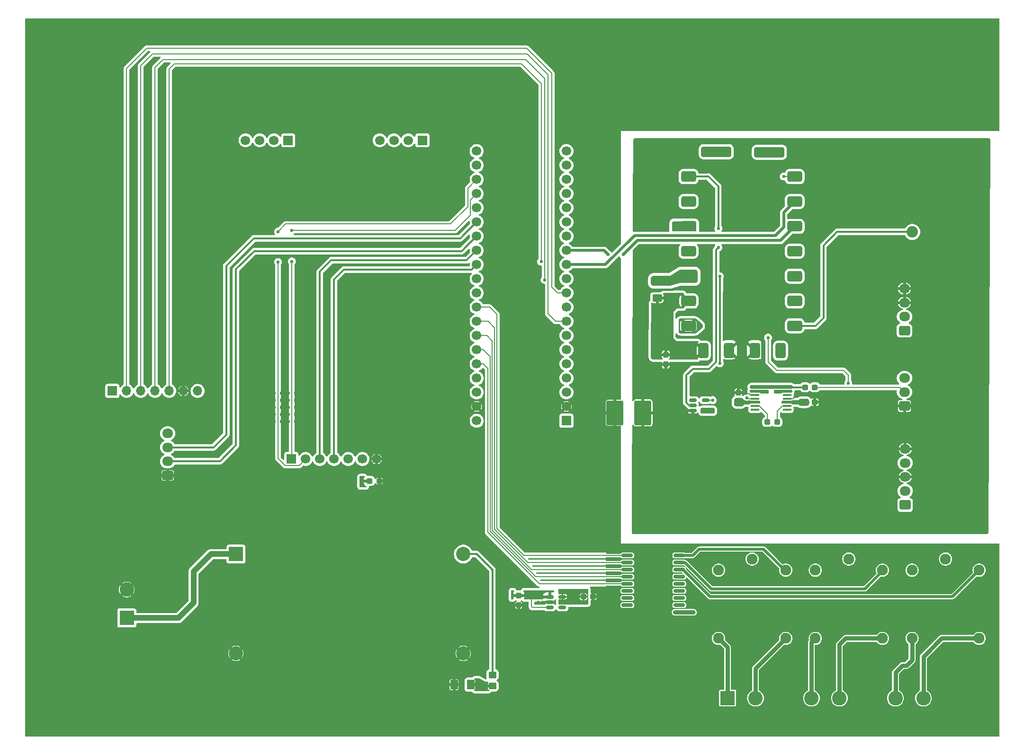
<source format=gtl>
%TF.GenerationSoftware,KiCad,Pcbnew,8.0.4*%
%TF.CreationDate,2025-02-09T10:04:46+05:30*%
%TF.ProjectId,CAR PCB,43415220-5043-4422-9e6b-696361645f70,rev?*%
%TF.SameCoordinates,Original*%
%TF.FileFunction,Copper,L1,Top*%
%TF.FilePolarity,Positive*%
%FSLAX46Y46*%
G04 Gerber Fmt 4.6, Leading zero omitted, Abs format (unit mm)*
G04 Created by KiCad (PCBNEW 8.0.4) date 2025-02-09 10:04:46*
%MOMM*%
%LPD*%
G01*
G04 APERTURE LIST*
G04 Aperture macros list*
%AMRoundRect*
0 Rectangle with rounded corners*
0 $1 Rounding radius*
0 $2 $3 $4 $5 $6 $7 $8 $9 X,Y pos of 4 corners*
0 Add a 4 corners polygon primitive as box body*
4,1,4,$2,$3,$4,$5,$6,$7,$8,$9,$2,$3,0*
0 Add four circle primitives for the rounded corners*
1,1,$1+$1,$2,$3*
1,1,$1+$1,$4,$5*
1,1,$1+$1,$6,$7*
1,1,$1+$1,$8,$9*
0 Add four rect primitives between the rounded corners*
20,1,$1+$1,$2,$3,$4,$5,0*
20,1,$1+$1,$4,$5,$6,$7,0*
20,1,$1+$1,$6,$7,$8,$9,0*
20,1,$1+$1,$8,$9,$2,$3,0*%
G04 Aperture macros list end*
%TA.AperFunction,SMDPad,CuDef*%
%ADD10RoundRect,0.150000X-0.512500X-0.150000X0.512500X-0.150000X0.512500X0.150000X-0.512500X0.150000X0*%
%TD*%
%TA.AperFunction,SMDPad,CuDef*%
%ADD11RoundRect,0.237500X-0.300000X-0.237500X0.300000X-0.237500X0.300000X0.237500X-0.300000X0.237500X0*%
%TD*%
%TA.AperFunction,SMDPad,CuDef*%
%ADD12RoundRect,0.237500X0.300000X0.237500X-0.300000X0.237500X-0.300000X-0.237500X0.300000X-0.237500X0*%
%TD*%
%TA.AperFunction,ComponentPad*%
%ADD13R,2.600000X2.600000*%
%TD*%
%TA.AperFunction,ComponentPad*%
%ADD14C,2.600000*%
%TD*%
%TA.AperFunction,SMDPad,CuDef*%
%ADD15RoundRect,0.475000X2.275000X0.475000X-2.275000X0.475000X-2.275000X-0.475000X2.275000X-0.475000X0*%
%TD*%
%TA.AperFunction,SMDPad,CuDef*%
%ADD16RoundRect,0.475000X0.900000X0.475000X-0.900000X0.475000X-0.900000X-0.475000X0.900000X-0.475000X0*%
%TD*%
%TA.AperFunction,SMDPad,CuDef*%
%ADD17RoundRect,0.475000X-0.475000X0.900000X-0.475000X-0.900000X0.475000X-0.900000X0.475000X0.900000X0*%
%TD*%
%TA.AperFunction,SMDPad,CuDef*%
%ADD18RoundRect,0.237500X0.237500X-0.300000X0.237500X0.300000X-0.237500X0.300000X-0.237500X-0.300000X0*%
%TD*%
%TA.AperFunction,ComponentPad*%
%ADD19RoundRect,0.250000X0.725000X-0.600000X0.725000X0.600000X-0.725000X0.600000X-0.725000X-0.600000X0*%
%TD*%
%TA.AperFunction,ComponentPad*%
%ADD20O,1.950000X1.700000*%
%TD*%
%TA.AperFunction,SMDPad,CuDef*%
%ADD21RoundRect,0.250000X-0.450000X0.350000X-0.450000X-0.350000X0.450000X-0.350000X0.450000X0.350000X0*%
%TD*%
%TA.AperFunction,ComponentPad*%
%ADD22R,1.700000X1.700000*%
%TD*%
%TA.AperFunction,ComponentPad*%
%ADD23C,1.700000*%
%TD*%
%TA.AperFunction,SMDPad,CuDef*%
%ADD24RoundRect,0.051250X-0.733750X-0.153750X0.733750X-0.153750X0.733750X0.153750X-0.733750X0.153750X0*%
%TD*%
%TA.AperFunction,SMDPad,CuDef*%
%ADD25RoundRect,0.250001X-0.462499X-0.624999X0.462499X-0.624999X0.462499X0.624999X-0.462499X0.624999X0*%
%TD*%
%TA.AperFunction,ComponentPad*%
%ADD26O,1.700000X1.700000*%
%TD*%
%TA.AperFunction,ComponentPad*%
%ADD27C,1.950000*%
%TD*%
%TA.AperFunction,SMDPad,CuDef*%
%ADD28RoundRect,0.250001X-1.262499X-1.974999X1.262499X-1.974999X1.262499X1.974999X-1.262499X1.974999X0*%
%TD*%
%TA.AperFunction,SMDPad,CuDef*%
%ADD29RoundRect,0.237500X-0.237500X0.300000X-0.237500X-0.300000X0.237500X-0.300000X0.237500X0.300000X0*%
%TD*%
%TA.AperFunction,SMDPad,CuDef*%
%ADD30RoundRect,0.250000X0.625000X-0.400000X0.625000X0.400000X-0.625000X0.400000X-0.625000X-0.400000X0*%
%TD*%
%TA.AperFunction,ComponentPad*%
%ADD31R,2.540000X2.540000*%
%TD*%
%TA.AperFunction,ComponentPad*%
%ADD32C,2.540000*%
%TD*%
%TA.AperFunction,SMDPad,CuDef*%
%ADD33RoundRect,0.150000X-0.875000X-0.150000X0.875000X-0.150000X0.875000X0.150000X-0.875000X0.150000X0*%
%TD*%
%TA.AperFunction,ComponentPad*%
%ADD34C,2.050000*%
%TD*%
%TA.AperFunction,ComponentPad*%
%ADD35C,2.250000*%
%TD*%
%TA.AperFunction,ViaPad*%
%ADD36C,0.600000*%
%TD*%
%TA.AperFunction,Conductor*%
%ADD37C,0.500000*%
%TD*%
%TA.AperFunction,Conductor*%
%ADD38C,0.200000*%
%TD*%
%TA.AperFunction,Conductor*%
%ADD39C,0.350000*%
%TD*%
%TA.AperFunction,Conductor*%
%ADD40C,0.300000*%
%TD*%
%TA.AperFunction,Conductor*%
%ADD41C,1.000000*%
%TD*%
%TA.AperFunction,Conductor*%
%ADD42C,0.800000*%
%TD*%
G04 APERTURE END LIST*
D10*
%TO.P,U202,1*%
%TO.N,N/C*%
X173874000Y-104018000D03*
%TO.P,U202,2,A*%
%TO.N,Net-(U201-AUDIO_ON)*%
X173874000Y-104968000D03*
%TO.P,U202,3,GND*%
%TO.N,GNDA*%
X173874000Y-105918000D03*
%TO.P,U202,4,Y*%
%TO.N,Net-(U202-Y)*%
X176149000Y-105918000D03*
%TO.P,U202,5,VCC*%
%TO.N,3.3V*%
X176149000Y-104018000D03*
%TD*%
D11*
%TO.P,C101,1*%
%TO.N,3.3V*%
X154331500Y-139192000D03*
%TO.P,C101,2*%
%TO.N,GNDD*%
X156056500Y-139192000D03*
%TD*%
D12*
%TO.P,C206,1*%
%TO.N,GNDA*%
X195680500Y-104394000D03*
%TO.P,C206,2*%
%TO.N,3.3V*%
X193955500Y-104394000D03*
%TD*%
D13*
%TO.P,J701,1,Pin_1*%
%TO.N,Net-(J701-Pin_1)*%
X180091000Y-157353000D03*
D14*
%TO.P,J701,2,Pin_2*%
%TO.N,Net-(J701-Pin_2)*%
X185091000Y-157353000D03*
%TO.P,J701,3,Pin_3*%
%TO.N,GNDD*%
X190091000Y-157353000D03*
%TO.P,J701,4,Pin_4*%
%TO.N,Net-(J701-Pin_4)*%
X195091000Y-157353000D03*
%TO.P,J701,5,Pin_5*%
%TO.N,Net-(J701-Pin_5)*%
X200091000Y-157353000D03*
%TO.P,J701,6,Pin_6*%
%TO.N,GNDD*%
X205091000Y-157353000D03*
%TO.P,J701,7,Pin_7*%
%TO.N,Net-(J701-Pin_7)*%
X210091000Y-157353000D03*
%TO.P,J701,8,Pin_8*%
%TO.N,Net-(J701-Pin_8)*%
X215091000Y-157353000D03*
%TO.P,J701,9,Pin_9*%
%TO.N,GNDD*%
X220091000Y-157353000D03*
%TD*%
D15*
%TO.P,U201,*%
%TO.N,*%
X187551000Y-59661000D03*
X178061000Y-59571000D03*
D16*
%TO.P,U201,1,AUDIO_ON*%
%TO.N,Net-(U201-AUDIO_ON)*%
X173101000Y-64021000D03*
%TO.P,U201,2,NC*%
%TO.N,unconnected-(U201-NC-Pad2)*%
X173101000Y-68471000D03*
%TO.P,U201,3,AUD_OUT*%
%TO.N,Net-(U201-AUD_OUT)*%
X173101000Y-72921000D03*
%TO.P,U201,4,NC*%
%TO.N,unconnected-(U201-NC-Pad4)*%
X173101000Y-77371000D03*
%TO.P,U201,5,PTT*%
%TO.N,Net-(U201-PTT)*%
X173101000Y-81821000D03*
%TO.P,U201,6,PWR_DOWN*%
%TO.N,5V*%
X173101000Y-86271000D03*
%TO.P,U201,7,H/L_PWR*%
%TO.N,Net-(U201-H{slash}L_PWR)*%
X173101000Y-90721000D03*
D17*
%TO.P,U201,8,V_BAT*%
%TO.N,5V*%
X175761000Y-95171000D03*
%TO.P,U201,9,GND*%
%TO.N,GNDA*%
X180361000Y-95171000D03*
%TO.P,U201,10,GND*%
X184961000Y-95171000D03*
%TO.P,U201,11,NC*%
%TO.N,unconnected-(U201-NC-Pad11)*%
X189561000Y-95171000D03*
D16*
%TO.P,U201,12,ANTENNA*%
%TO.N,/RF Voice/ANTENNA_LINE*%
X192101000Y-90721000D03*
%TO.P,U201,13,NC*%
%TO.N,unconnected-(U201-NC-Pad13)*%
X192101000Y-86271000D03*
%TO.P,U201,14,NC*%
%TO.N,unconnected-(U201-NC-Pad14)*%
X192101000Y-81821000D03*
%TO.P,U201,15,NC*%
%TO.N,unconnected-(U201-NC-Pad15)*%
X192101000Y-77371000D03*
%TO.P,U201,16,UART_RX*%
%TO.N,/Microcontroller/UART2_TX*%
X192101000Y-72921000D03*
%TO.P,U201,17,UART_TX*%
%TO.N,/Microcontroller/UART2_RX*%
X192101000Y-68471000D03*
%TO.P,U201,18,MIC_IN*%
%TO.N,MIC_LINE_IN*%
X192101000Y-64021000D03*
%TD*%
D18*
%TO.P,C207,1*%
%TO.N,Net-(U204-VSS)*%
X181991000Y-104394000D03*
%TO.P,C207,2*%
%TO.N,GNDA*%
X181991000Y-102669000D03*
%TD*%
D19*
%TO.P,SW201,1,A*%
%TO.N,unconnected-(SW201-A-Pad1)*%
X211709000Y-91567000D03*
D20*
%TO.P,SW201,2,B*%
%TO.N,Net-(U201-H{slash}L_PWR)*%
X211709000Y-89067000D03*
%TO.P,SW201,3,C*%
%TO.N,GNDA*%
X211709000Y-86567000D03*
%TO.P,SW201,4,A*%
X211709000Y-84067000D03*
%TD*%
D21*
%TO.P,R101,1*%
%TO.N,5V*%
X138049000Y-153194000D03*
%TO.P,R101,2*%
%TO.N,Net-(D101-A)*%
X138049000Y-155194000D03*
%TD*%
D22*
%TO.P,J401,1,Pin_1*%
%TO.N,/LORA/M0*%
X102108000Y-114554000D03*
D23*
%TO.P,J401,2,Pin_2*%
%TO.N,/LORA/M1*%
X104648000Y-114554000D03*
%TO.P,J401,3,Pin_3*%
%TO.N,/LORA/UART_RX*%
X107188000Y-114554000D03*
%TO.P,J401,4,Pin_4*%
%TO.N,/LORA/UART_TX*%
X109728000Y-114554000D03*
%TO.P,J401,5,Pin_5*%
%TO.N,/LORA/AUX*%
X112268000Y-114554000D03*
%TO.P,J401,6,Pin_6*%
%TO.N,5V*%
X114808000Y-114554000D03*
%TO.P,J401,7,Pin_7*%
%TO.N,GNDD*%
X117348000Y-114554000D03*
D22*
%TO.P,J401,8*%
%TO.N,N/C*%
X125538000Y-57514000D03*
D23*
%TO.P,J401,9*%
X122998000Y-57514000D03*
%TO.P,J401,10*%
X120458000Y-57514000D03*
%TO.P,J401,11*%
X117918000Y-57514000D03*
D22*
%TO.P,J401,12*%
X101538000Y-57514000D03*
D23*
%TO.P,J401,13*%
X98998000Y-57514000D03*
%TO.P,J401,14*%
X96458000Y-57514000D03*
%TO.P,J401,15*%
X93918000Y-57514000D03*
%TD*%
D19*
%TO.P,J201,1,P1*%
%TO.N,/RF Voice/HEADPHONE L*%
X211836000Y-122776000D03*
D20*
%TO.P,J201,2,P2*%
%TO.N,/RF Voice/HEADPHONE R*%
X211836000Y-120276000D03*
%TO.P,J201,3,P3*%
%TO.N,GNDA*%
X211836000Y-117776000D03*
%TO.P,J201,4,P3*%
%TO.N,MIC_LINE_IN*%
X211836000Y-115276000D03*
%TO.P,J201,5,P5*%
%TO.N,GNDA*%
X211836000Y-112776000D03*
%TD*%
D10*
%TO.P,U102,1,VIN*%
%TO.N,5V*%
X148292000Y-139225000D03*
%TO.P,U102,2,GND*%
%TO.N,GNDD*%
X148292000Y-140175000D03*
%TO.P,U102,3,EN*%
%TO.N,5V*%
X148292000Y-141125000D03*
%TO.P,U102,4,NC*%
%TO.N,unconnected-(U102-NC-Pad4)*%
X150567000Y-141125000D03*
%TO.P,U102,5,VOUT*%
%TO.N,3.3V*%
X150567000Y-139225000D03*
%TD*%
D11*
%TO.P,C401,1*%
%TO.N,5V*%
X116104500Y-118491000D03*
%TO.P,C401,2*%
%TO.N,GNDD*%
X117829500Y-118491000D03*
%TD*%
D24*
%TO.P,U204,1,-IN_L*%
%TO.N,Net-(U204--IN_L)*%
X184963000Y-101802000D03*
%TO.P,U204,2,OUT_L*%
%TO.N,/RF Voice/HEADPHONE L*%
X184963000Y-102452000D03*
%TO.P,U204,3,GND*%
%TO.N,GNDA*%
X184963000Y-103102000D03*
%TO.P,U204,4,~{MUTE}*%
%TO.N,Net-(U202-Y)*%
X184963000Y-103752000D03*
%TO.P,U204,5,VSS*%
%TO.N,Net-(U204-VSS)*%
X184963000Y-104402000D03*
%TO.P,U204,6,CN*%
%TO.N,Net-(U204-CN)*%
X184963000Y-105052000D03*
%TO.P,U204,7*%
%TO.N,N/C*%
X184963000Y-105702000D03*
%TO.P,U204,8*%
X190703000Y-105702000D03*
%TO.P,U204,9,CP*%
%TO.N,Net-(U204-CP)*%
X190703000Y-105052000D03*
%TO.P,U204,10,VDD*%
%TO.N,3.3V*%
X190703000Y-104402000D03*
%TO.P,U204,11,GND*%
%TO.N,GNDA*%
X190703000Y-103752000D03*
%TO.P,U204,12,GAIN*%
%TO.N,/RF Voice/GAIN Is NO CONNECT (6dB)*%
X190703000Y-103102000D03*
%TO.P,U204,13,OUT_R*%
%TO.N,/RF Voice/HEADPHONE R*%
X190703000Y-102452000D03*
%TO.P,U204,14,-IN_R*%
%TO.N,Net-(U204--IN_L)*%
X190703000Y-101802000D03*
%TD*%
D25*
%TO.P,D101,1,K*%
%TO.N,GNDD*%
X131191000Y-154940000D03*
%TO.P,D101,2,A*%
%TO.N,Net-(D101-A)*%
X134166000Y-154940000D03*
%TD*%
D22*
%TO.P,J601,1,Pin_1*%
%TO.N,/CAN_Module/INT*%
X70104000Y-102362000D03*
D26*
%TO.P,J601,2,Pin_2*%
%TO.N,/CAN_Module/SCK*%
X72644000Y-102362000D03*
%TO.P,J601,3,Pin_3*%
%TO.N,/CAN_Module/MOSI*%
X75184000Y-102362000D03*
%TO.P,J601,4,Pin_4*%
%TO.N,/CAN_Module/MISO*%
X77724000Y-102362000D03*
%TO.P,J601,5,Pin_5*%
%TO.N,/CAN_Module/CS*%
X80264000Y-102362000D03*
%TO.P,J601,6,Pin_6*%
%TO.N,GNDD*%
X82804000Y-102362000D03*
%TO.P,J601,7,Pin_7*%
%TO.N,5V*%
X85344000Y-102362000D03*
%TD*%
D27*
%TO.P,K701,COIL1*%
%TO.N,+12V*%
X178484500Y-134461000D03*
%TO.P,K701,COIL2*%
%TO.N,Net-(U701-O1)*%
X190484500Y-134461000D03*
%TO.P,K701,COM*%
%TO.N,+12V*%
X184484500Y-132461000D03*
%TO.P,K701,NC*%
%TO.N,Net-(J701-Pin_2)*%
X190484500Y-146661000D03*
%TO.P,K701,NO*%
%TO.N,Net-(J701-Pin_1)*%
X178484500Y-146661000D03*
%TD*%
%TO.P,K702,COIL1*%
%TO.N,+12V*%
X195772000Y-134461000D03*
%TO.P,K702,COIL2*%
%TO.N,Net-(U701-O2)*%
X207772000Y-134461000D03*
%TO.P,K702,COM*%
%TO.N,+12V*%
X201772000Y-132461000D03*
%TO.P,K702,NC*%
%TO.N,Net-(J701-Pin_5)*%
X207772000Y-146661000D03*
%TO.P,K702,NO*%
%TO.N,Net-(J701-Pin_4)*%
X195772000Y-146661000D03*
%TD*%
D11*
%TO.P,C202,1*%
%TO.N,Net-(U204-CN)*%
X187224500Y-107943000D03*
%TO.P,C202,2*%
%TO.N,Net-(U204-CP)*%
X188949500Y-107943000D03*
%TD*%
D28*
%TO.P,R701,1*%
%TO.N,GNDD*%
X159920500Y-106299000D03*
%TO.P,R701,2*%
%TO.N,GNDA*%
X164945500Y-106299000D03*
%TD*%
D19*
%TO.P,J501,1,Pin_1*%
%TO.N,GNDD*%
X80010000Y-117482000D03*
D20*
%TO.P,J501,2,Pin_2*%
%TO.N,/Display/UART_TX*%
X80010000Y-114982000D03*
%TO.P,J501,3,Pin_3*%
%TO.N,/Display/UART_RX*%
X80010000Y-112482000D03*
%TO.P,J501,4,Pin_4*%
%TO.N,5V*%
X80010000Y-109982000D03*
%TD*%
D29*
%TO.P,C203,1*%
%TO.N,5V*%
X169037000Y-95911500D03*
%TO.P,C203,2*%
%TO.N,GNDA*%
X169037000Y-97636500D03*
%TD*%
D12*
%TO.P,C201,1*%
%TO.N,Net-(C201-Pad1)*%
X195680500Y-101720000D03*
%TO.P,C201,2*%
%TO.N,Net-(U204--IN_L)*%
X193955500Y-101720000D03*
%TD*%
D30*
%TO.P,R201,1*%
%TO.N,5V*%
X167513000Y-85744000D03*
%TO.P,R201,2*%
%TO.N,Net-(U201-PTT)*%
X167513000Y-82644000D03*
%TD*%
D31*
%TO.P,U101,1,Vin*%
%TO.N,+12V*%
X92202000Y-131572000D03*
D32*
%TO.P,U101,2,GND*%
%TO.N,GNDD*%
X92202000Y-149352000D03*
%TO.P,U101,3,GND*%
X132842000Y-149352000D03*
%TO.P,U101,4,Vout*%
%TO.N,5V*%
X132842000Y-131572000D03*
%TD*%
D33*
%TO.P,U701,1,I1*%
%TO.N,/Microcontroller/IN1*%
X162150000Y-131826000D03*
%TO.P,U701,2,I2*%
%TO.N,/Microcontroller/IN2*%
X162150000Y-133096000D03*
%TO.P,U701,3,I3*%
%TO.N,/Microcontroller/IN3*%
X162150000Y-134366000D03*
%TO.P,U701,4,I4*%
%TO.N,/Microcontroller/IN4*%
X162150000Y-135636000D03*
%TO.P,U701,5,I5*%
%TO.N,/Microcontroller/IN5*%
X162150000Y-136906000D03*
%TO.P,U701,6,I6*%
%TO.N,unconnected-(U701-I6-Pad6)*%
X162150000Y-138176000D03*
%TO.P,U701,7,I7*%
%TO.N,unconnected-(U701-I7-Pad7)*%
X162150000Y-139446000D03*
%TO.P,U701,8,I8*%
%TO.N,unconnected-(U701-I8-Pad8)*%
X162150000Y-140716000D03*
%TO.P,U701,9,GND*%
%TO.N,GNDD*%
X162150000Y-141986000D03*
%TO.P,U701,10,COM*%
%TO.N,+12V*%
X171450000Y-141986000D03*
%TO.P,U701,11,O8*%
%TO.N,unconnected-(U701-O8-Pad11)*%
X171450000Y-140716000D03*
%TO.P,U701,12,O7*%
%TO.N,unconnected-(U701-O7-Pad12)*%
X171450000Y-139446000D03*
%TO.P,U701,13,O6*%
%TO.N,unconnected-(U701-O6-Pad13)*%
X171450000Y-138176000D03*
%TO.P,U701,14,O5*%
%TO.N,unconnected-(U701-O5-Pad14)*%
X171450000Y-136906000D03*
%TO.P,U701,15,O4*%
%TO.N,unconnected-(U701-O4-Pad15)*%
X171450000Y-135636000D03*
%TO.P,U701,16,O3*%
%TO.N,Net-(U701-O3)*%
X171450000Y-134366000D03*
%TO.P,U701,17,O2*%
%TO.N,Net-(U701-O2)*%
X171450000Y-133096000D03*
%TO.P,U701,18,O1*%
%TO.N,Net-(U701-O1)*%
X171450000Y-131826000D03*
%TD*%
D29*
%TO.P,C102,1*%
%TO.N,5V*%
X142748000Y-138991000D03*
%TO.P,C102,2*%
%TO.N,GNDD*%
X142748000Y-140716000D03*
%TD*%
D13*
%TO.P,J102,1,Pin_1*%
%TO.N,+12V*%
X72690000Y-143007000D03*
D14*
%TO.P,J102,2,Pin_2*%
%TO.N,GNDD*%
X72690000Y-137927000D03*
%TD*%
D27*
%TO.P,K703,COIL1*%
%TO.N,+12V*%
X213059500Y-134461000D03*
%TO.P,K703,COIL2*%
%TO.N,Net-(U701-O3)*%
X225059500Y-134461000D03*
%TO.P,K703,COM*%
%TO.N,+12V*%
X219059500Y-132461000D03*
%TO.P,K703,NC*%
%TO.N,Net-(J701-Pin_8)*%
X225059500Y-146661000D03*
%TO.P,K703,NO*%
%TO.N,Net-(J701-Pin_7)*%
X213059500Y-146661000D03*
%TD*%
D19*
%TO.P,RV201,1,1*%
%TO.N,GNDA*%
X211709000Y-105069000D03*
D20*
%TO.P,RV201,2,2*%
%TO.N,Net-(C201-Pad1)*%
X211709000Y-102569000D03*
%TO.P,RV201,3,3*%
%TO.N,Net-(U201-AUD_OUT)*%
X211709000Y-100069000D03*
%TD*%
D23*
%TO.P,U301,1,PB12*%
%TO.N,unconnected-(U301-PB12-Pad1)*%
X135231000Y-59436000D03*
%TO.P,U301,2,PB13*%
%TO.N,unconnected-(U301-PB13-Pad2)*%
X135231000Y-61976000D03*
%TO.P,U301,3,PB14*%
%TO.N,/LORA/M1*%
X135231000Y-64516000D03*
%TO.P,U301,4,PB15*%
%TO.N,/LORA/M0*%
X135231000Y-67056000D03*
%TO.P,U301,5,PA8*%
%TO.N,unconnected-(U301-PA8-Pad5)*%
X135231000Y-69596000D03*
%TO.P,U301,6,PA9*%
%TO.N,/Display/UART_RX*%
X135231000Y-72136000D03*
%TO.P,U301,7,PA10*%
%TO.N,/Display/UART_TX*%
X135231000Y-74676000D03*
%TO.P,U301,8,PA11*%
%TO.N,/LORA/UART_RX*%
X135231000Y-77216000D03*
%TO.P,U301,9,PA12*%
%TO.N,/LORA/UART_TX*%
X135231000Y-79756000D03*
%TO.P,U301,10,PA15*%
%TO.N,unconnected-(U301-PA15-Pad10)*%
X135231000Y-82296000D03*
%TO.P,U301,11,PB3*%
%TO.N,unconnected-(U301-PB3-Pad11)*%
X135231000Y-84836000D03*
%TO.P,U301,12,PB4*%
%TO.N,/Microcontroller/IN1*%
X135231000Y-87376000D03*
%TO.P,U301,13,PB5*%
%TO.N,/Microcontroller/IN2*%
X135231000Y-89916000D03*
%TO.P,U301,14,PB6*%
%TO.N,/Microcontroller/IN3*%
X135231000Y-92456000D03*
%TO.P,U301,15,PB7*%
%TO.N,/Microcontroller/IN4*%
X135231000Y-94996000D03*
%TO.P,U301,16,PB8*%
%TO.N,/Microcontroller/IN5*%
X135231000Y-97536000D03*
%TO.P,U301,17,PB9*%
%TO.N,unconnected-(U301-PB9-Pad17)*%
X135231000Y-100076000D03*
%TO.P,U301,18,5V*%
%TO.N,unconnected-(U301-5V-Pad18)*%
X135231000Y-102616000D03*
%TO.P,U301,19,GND*%
%TO.N,GNDD*%
X135231000Y-105156000D03*
%TO.P,U301,20,3.3V*%
%TO.N,+3.3V*%
X135231000Y-107696000D03*
%TO.P,U301,21,VBat*%
%TO.N,unconnected-(U301-VBat-Pad21)*%
X151281000Y-59436000D03*
%TO.P,U301,22,PC13*%
%TO.N,unconnected-(U301-PC13-Pad22)*%
X151281000Y-61976000D03*
%TO.P,U301,23,PC14*%
%TO.N,unconnected-(U301-PC14-Pad23)*%
X151281000Y-64516000D03*
%TO.P,U301,24,PC15*%
%TO.N,unconnected-(U301-PC15-Pad24)*%
X151281000Y-67056000D03*
%TO.P,U301,25,RST*%
%TO.N,unconnected-(U301-RST-Pad25)*%
X151281000Y-69596000D03*
%TO.P,U301,26,PA0*%
%TO.N,unconnected-(U301-PA0-Pad26)*%
X151281000Y-72136000D03*
%TO.P,U301,27,PA1*%
%TO.N,unconnected-(U301-PA1-Pad27)*%
X151281000Y-74676000D03*
%TO.P,U301,28,PA2*%
%TO.N,/Microcontroller/UART2_TX*%
X151281000Y-77216000D03*
%TO.P,U301,29,PA3*%
%TO.N,/Microcontroller/UART2_RX*%
X151281000Y-79756000D03*
%TO.P,U301,30,PA4*%
%TO.N,/CAN_Module/CS*%
X151281000Y-82296000D03*
%TO.P,U301,31,PA5*%
%TO.N,/CAN_Module/SCK*%
X151281000Y-84836000D03*
%TO.P,U301,32,PA6*%
%TO.N,/CAN_Module/MISO*%
X151281000Y-87376000D03*
%TO.P,U301,33,PA7*%
%TO.N,/CAN_Module/MOSI*%
X151281000Y-89916000D03*
%TO.P,U301,34,PB0*%
%TO.N,unconnected-(U301-PB0-Pad34)*%
X151281000Y-92456000D03*
%TO.P,U301,35,PB1*%
%TO.N,unconnected-(U301-PB1-Pad35)*%
X151281000Y-94996000D03*
%TO.P,U301,36,PB2*%
%TO.N,unconnected-(U301-PB2-Pad36)*%
X151281000Y-97536000D03*
%TO.P,U301,37,PB10*%
%TO.N,unconnected-(U301-PB10-Pad37)*%
X151281000Y-100076000D03*
%TO.P,U301,38,3.3V*%
%TO.N,unconnected-(U301-3.3V-Pad38)*%
X151281000Y-102616000D03*
%TO.P,U301,39,GND*%
%TO.N,GNDD*%
X151281000Y-105156000D03*
D22*
%TO.P,U301,40,5V*%
%TO.N,5V*%
X151281000Y-107696000D03*
%TD*%
D34*
%TO.P,AE101,1,A*%
%TO.N,/RF Voice/ANTENNA_LINE*%
X213106000Y-73914000D03*
D35*
%TO.P,AE101,2,Shield*%
%TO.N,GNDA*%
X210566000Y-76454000D03*
X215646000Y-76454000D03*
X210566000Y-71374000D03*
X215646000Y-71374000D03*
%TD*%
D36*
%TO.N,/Microcontroller/UART2_TX*%
X158750000Y-77978000D03*
X161417000Y-77978000D03*
%TO.N,GNDA*%
X182559000Y-86710000D03*
X182559000Y-91710000D03*
X201549000Y-73025000D03*
X181259000Y-90710000D03*
X185159000Y-90710000D03*
X185159000Y-89710000D03*
X181259000Y-91710000D03*
X182559000Y-88710000D03*
X194691000Y-91694000D03*
X183859000Y-91710000D03*
X205232000Y-74930000D03*
X183859000Y-92710000D03*
X185159000Y-85710000D03*
X196342000Y-82550000D03*
X185159000Y-87710000D03*
X179959000Y-88710000D03*
X179959000Y-87710000D03*
X199009000Y-75819000D03*
X201549000Y-74930000D03*
X183859000Y-89710000D03*
X181259000Y-92710000D03*
X185159000Y-88710000D03*
X198247000Y-86995000D03*
X182559000Y-90710000D03*
X205232000Y-73025000D03*
X182559000Y-89710000D03*
X208280000Y-73025000D03*
X196342000Y-78867000D03*
X185159000Y-86710000D03*
X194691000Y-89789000D03*
X179959000Y-86710000D03*
X183261000Y-102870000D03*
X182559000Y-87710000D03*
X182559000Y-85710000D03*
X179959000Y-89710000D03*
X181259000Y-89710000D03*
X185159000Y-91710000D03*
X197739000Y-74549000D03*
X183859000Y-90710000D03*
X183859000Y-85710000D03*
X183859000Y-86710000D03*
X181259000Y-88710000D03*
X181259000Y-85710000D03*
X196342000Y-86995000D03*
X198247000Y-78867000D03*
X181259000Y-87710000D03*
X185159000Y-92710000D03*
X208280000Y-74930000D03*
X179959000Y-90710000D03*
X179959000Y-85725000D03*
X181259000Y-86710000D03*
X183859000Y-87710000D03*
X183859000Y-88710000D03*
X198247000Y-82550000D03*
X182559000Y-92710000D03*
%TO.N,Net-(U201-AUD_OUT)*%
X170561000Y-73399000D03*
X178729000Y-81875000D03*
X178689000Y-97409000D03*
X170561000Y-72383000D03*
%TO.N,5V*%
X146177000Y-139319000D03*
X114808000Y-119253000D03*
X146939000Y-138557000D03*
X168640000Y-92252800D03*
X167640000Y-89252800D03*
X146177000Y-138557000D03*
X167640000Y-90252800D03*
X172431200Y-95164400D03*
X167640000Y-91252800D03*
X168640000Y-91252800D03*
X168640000Y-90252800D03*
X171431200Y-94164400D03*
X168640000Y-88252800D03*
X114808000Y-118618000D03*
X169640000Y-91252800D03*
X167640000Y-92252800D03*
X146939000Y-139319000D03*
X114808000Y-117983000D03*
X173431200Y-94164400D03*
X172431200Y-94164400D03*
X171431200Y-96164400D03*
X173431200Y-95164400D03*
X169640000Y-89252800D03*
X169640000Y-88252800D03*
X173431200Y-96164400D03*
X169640000Y-90252800D03*
X172431200Y-96164400D03*
X167640000Y-88252800D03*
X171431200Y-95164400D03*
X169640000Y-92252800D03*
X168640000Y-89252800D03*
%TO.N,Net-(U201-AUDIO_ON)*%
X178435000Y-73279000D03*
X178435000Y-76708000D03*
%TO.N,Net-(U201-H{slash}L_PWR)*%
X175133000Y-90721000D03*
%TO.N,MIC_LINE_IN*%
X190119000Y-64008000D03*
X201676000Y-100965000D03*
X187325000Y-92837000D03*
%TO.N,Net-(U202-Y)*%
X183515000Y-103632000D03*
X177419000Y-105918000D03*
%TO.N,/RF Voice/HEADPHONE R*%
X188722000Y-102489000D03*
X189357000Y-102489000D03*
%TO.N,/RF Voice/HEADPHONE L*%
X186436000Y-102489000D03*
X187071000Y-102489000D03*
%TO.N,/LORA/M1*%
X99720400Y-73863200D03*
X99720400Y-79298800D03*
%TO.N,GNDD*%
X159893000Y-156591000D03*
X99060000Y-61087000D03*
X127254000Y-136652000D03*
X102870000Y-64897000D03*
X118999000Y-117348000D03*
X120523000Y-66167000D03*
X93980000Y-106553000D03*
X165862000Y-151511000D03*
X96520000Y-105283000D03*
X100330000Y-62357000D03*
X159893000Y-159131000D03*
X117983000Y-62357000D03*
X99060000Y-107823000D03*
X93980000Y-104013000D03*
X100330000Y-107823000D03*
X104140000Y-102743000D03*
X97790000Y-62357000D03*
X96520000Y-107823000D03*
X102870000Y-107823000D03*
X102870000Y-61087000D03*
X97790000Y-106553000D03*
X104140000Y-63627000D03*
X116713000Y-62357000D03*
X114173000Y-64897000D03*
X143637000Y-67056000D03*
X123063000Y-63627000D03*
X105410000Y-106553000D03*
X117475000Y-117348000D03*
X105410000Y-61087000D03*
X97790000Y-104013000D03*
X159893000Y-155321000D03*
X95250000Y-61087000D03*
X104140000Y-66167000D03*
X96520000Y-106553000D03*
X165862000Y-147701000D03*
X96520000Y-102743000D03*
X102870000Y-63627000D03*
X105410000Y-104013000D03*
X93980000Y-102743000D03*
X165862000Y-150241000D03*
X99314000Y-135382000D03*
X102870000Y-66167000D03*
X99060000Y-106553000D03*
X165862000Y-157861000D03*
X146304000Y-140208000D03*
X143637000Y-69596000D03*
X100330000Y-64897000D03*
X112217200Y-102666800D03*
X159893000Y-151511000D03*
X165862000Y-155321000D03*
X102870000Y-104013000D03*
X123063000Y-62357000D03*
X96520000Y-66167000D03*
X93980000Y-62357000D03*
X115443000Y-66167000D03*
X125603000Y-63627000D03*
X97790000Y-63627000D03*
X99060000Y-62357000D03*
X96520000Y-63627000D03*
X125603000Y-62357000D03*
X99314000Y-141732000D03*
X104140000Y-61087000D03*
X116713000Y-66167000D03*
X100330000Y-105283000D03*
X105410000Y-64897000D03*
X102870000Y-102743000D03*
X105410000Y-105283000D03*
X143637000Y-70866000D03*
X117983000Y-66167000D03*
X93980000Y-105283000D03*
X114173000Y-66167000D03*
X125603000Y-66167000D03*
X119253000Y-64897000D03*
X97790000Y-64897000D03*
X105410000Y-63627000D03*
X96520000Y-104013000D03*
X104140000Y-104013000D03*
X165862000Y-159131000D03*
X127254000Y-141732000D03*
X97790000Y-105283000D03*
X100330000Y-66167000D03*
X123063000Y-64897000D03*
X101600000Y-102743000D03*
X97790000Y-107823000D03*
X127254000Y-140462000D03*
X95250000Y-64897000D03*
X99314000Y-145542000D03*
X100330000Y-104013000D03*
X93980000Y-107823000D03*
X102870000Y-62357000D03*
X95250000Y-66167000D03*
X101600000Y-61087000D03*
X143637000Y-61976000D03*
X104140000Y-64897000D03*
X116713000Y-61087000D03*
X121793000Y-62357000D03*
X125603000Y-64897000D03*
X101600000Y-66167000D03*
X115443000Y-62357000D03*
X119253000Y-62357000D03*
X123063000Y-61087000D03*
X143637000Y-74676000D03*
X99060000Y-63627000D03*
X95250000Y-102743000D03*
X143637000Y-73406000D03*
X115443000Y-63627000D03*
X95250000Y-106553000D03*
X143637000Y-59436000D03*
X127254000Y-144272000D03*
X159893000Y-148971000D03*
X127254000Y-137922000D03*
X101600000Y-62357000D03*
X118999000Y-119634000D03*
X99060000Y-64897000D03*
X165862000Y-148971000D03*
X159893000Y-157861000D03*
X120523000Y-61087000D03*
X123063000Y-66167000D03*
X101600000Y-105283000D03*
X143637000Y-60706000D03*
X120523000Y-63627000D03*
X120523000Y-62357000D03*
X105410000Y-107823000D03*
X104140000Y-105283000D03*
X95250000Y-105283000D03*
X95250000Y-104013000D03*
X99060000Y-104013000D03*
X121793000Y-61087000D03*
X100330000Y-63627000D03*
X117983000Y-64897000D03*
X124333000Y-61087000D03*
X127254000Y-139192000D03*
X96520000Y-62357000D03*
X159893000Y-147701000D03*
X99060000Y-105283000D03*
X119253000Y-66167000D03*
X99060000Y-102743000D03*
X114173000Y-62357000D03*
X102870000Y-106553000D03*
X117983000Y-61087000D03*
X143637000Y-58166000D03*
X95250000Y-107823000D03*
X114173000Y-61087000D03*
X159893000Y-150241000D03*
X165862000Y-154051000D03*
X101600000Y-104013000D03*
X99314000Y-139192000D03*
X124333000Y-63627000D03*
X93980000Y-66167000D03*
X116713000Y-64897000D03*
X125603000Y-61087000D03*
X114427000Y-85217000D03*
X165862000Y-156591000D03*
X165862000Y-152781000D03*
X99314000Y-140462000D03*
X93980000Y-64897000D03*
X105410000Y-66167000D03*
X127254000Y-145542000D03*
X99314000Y-136652000D03*
X95250000Y-63627000D03*
X121793000Y-66167000D03*
X101600000Y-106553000D03*
X101600000Y-63627000D03*
X96520000Y-61087000D03*
X115443000Y-61087000D03*
X104140000Y-107823000D03*
X104140000Y-106553000D03*
X105410000Y-62357000D03*
X143637000Y-63246000D03*
X124333000Y-64897000D03*
X100330000Y-61087000D03*
X119253000Y-61087000D03*
X117475000Y-119634000D03*
X100330000Y-102743000D03*
X97790000Y-66167000D03*
X101600000Y-64897000D03*
X93980000Y-61087000D03*
X159893000Y-154051000D03*
X127254000Y-146812000D03*
X116713000Y-63627000D03*
X143637000Y-75946000D03*
X93980000Y-63627000D03*
X127254000Y-135382000D03*
X159893000Y-152781000D03*
X102870000Y-105283000D03*
X143637000Y-65786000D03*
X99314000Y-144272000D03*
X95250000Y-62357000D03*
X96520000Y-64897000D03*
X114173000Y-63627000D03*
X124333000Y-62357000D03*
X101600000Y-107823000D03*
X143637000Y-68326000D03*
X147066000Y-140208000D03*
X120523000Y-64897000D03*
X99060000Y-66167000D03*
X117983000Y-63627000D03*
X100330000Y-106553000D03*
X124333000Y-66167000D03*
X97790000Y-61087000D03*
X121793000Y-63627000D03*
X121793000Y-64897000D03*
X104140000Y-62357000D03*
X115443000Y-64897000D03*
X143637000Y-64516000D03*
X105410000Y-102743000D03*
X143637000Y-72136000D03*
X93980000Y-85344000D03*
X119253000Y-63627000D03*
X99314000Y-146812000D03*
X97790000Y-102743000D03*
X99314000Y-137922000D03*
%TO.N,/LORA/M0*%
X102209600Y-79197200D03*
X102209600Y-73660000D03*
%TO.N,3.3V*%
X152400000Y-140208000D03*
X151765000Y-138176000D03*
X151638000Y-140208000D03*
X153289000Y-138176000D03*
X192024000Y-104394000D03*
X177419000Y-104013000D03*
X192786000Y-104394000D03*
X152527000Y-138176000D03*
X153162000Y-140208000D03*
%TO.N,+12V*%
X173990000Y-141986000D03*
X173228000Y-141986000D03*
%TO.N,/CAN_Module/MISO*%
X147370800Y-82499200D03*
%TO.N,/CAN_Module/CS*%
X146761200Y-79248000D03*
%TD*%
D37*
%TO.N,/Microcontroller/UART2_TX*%
X163964000Y-75431000D02*
X189591000Y-75431000D01*
X157988000Y-77216000D02*
X151281000Y-77216000D01*
X158750000Y-77978000D02*
X157988000Y-77216000D01*
X189591000Y-75431000D02*
X192101000Y-72921000D01*
X161417000Y-77978000D02*
X163964000Y-75431000D01*
D38*
%TO.N,GNDA*%
X191777000Y-103752000D02*
X192405000Y-103124000D01*
X183946001Y-102870000D02*
X183261000Y-102870000D01*
X190703000Y-103752000D02*
X191777000Y-103752000D01*
X184178001Y-103102000D02*
X183946001Y-102870000D01*
X184963000Y-103102000D02*
X184178001Y-103102000D01*
D39*
%TO.N,Net-(U201-AUD_OUT)*%
X178729000Y-97369000D02*
X178689000Y-97409000D01*
X178729000Y-81875000D02*
X178729000Y-97369000D01*
%TO.N,5V*%
X138049000Y-134366000D02*
X138049000Y-153194000D01*
D38*
X145189000Y-141125000D02*
X145034000Y-140970000D01*
D39*
X132842000Y-131572000D02*
X135255000Y-131572000D01*
D38*
X148292000Y-141125000D02*
X145189000Y-141125000D01*
X145034000Y-140970000D02*
X145034000Y-139446000D01*
D39*
X135255000Y-131572000D02*
X138049000Y-134366000D01*
D37*
%TO.N,/Microcontroller/UART2_RX*%
X158242000Y-79756000D02*
X163456000Y-74542000D01*
X151281000Y-79756000D02*
X158242000Y-79756000D01*
X188595000Y-74542000D02*
X190119000Y-73018000D01*
X190119000Y-70453000D02*
X192101000Y-68471000D01*
X163456000Y-74542000D02*
X188595000Y-74542000D01*
X190119000Y-73018000D02*
X190119000Y-70453000D01*
D39*
%TO.N,Net-(U201-AUDIO_ON)*%
X178054000Y-77089000D02*
X178435000Y-76708000D01*
X178435000Y-65786000D02*
X176657000Y-64008000D01*
X178435000Y-73279000D02*
X178435000Y-65786000D01*
X172720000Y-104476499D02*
X172720000Y-99568000D01*
X173874000Y-104968000D02*
X173211501Y-104968000D01*
X176644000Y-64021000D02*
X173101000Y-64021000D01*
X172720000Y-99568000D02*
X173863000Y-98425000D01*
X178054000Y-97155000D02*
X178054000Y-77089000D01*
X173863000Y-98425000D02*
X176784000Y-98425000D01*
X176657000Y-64008000D02*
X176644000Y-64021000D01*
X178435000Y-76708000D02*
X178435000Y-76835000D01*
X173211501Y-104968000D02*
X172720000Y-104476499D01*
X176784000Y-98425000D02*
X178054000Y-97155000D01*
%TO.N,/RF Voice/ANTENNA_LINE*%
X195791000Y-90721000D02*
X197231000Y-89281000D01*
X197231000Y-76327000D02*
X199644000Y-73914000D01*
X197231000Y-89281000D02*
X197231000Y-76327000D01*
X199644000Y-73914000D02*
X213106000Y-73914000D01*
X192101000Y-90721000D02*
X195791000Y-90721000D01*
D38*
%TO.N,MIC_LINE_IN*%
X201676000Y-100965000D02*
X201676000Y-99568000D01*
X190119000Y-64008000D02*
X192088000Y-64008000D01*
X201676000Y-99568000D02*
X200787000Y-98679000D01*
X187325000Y-97155000D02*
X187325000Y-92837000D01*
X188849000Y-98679000D02*
X187325000Y-97155000D01*
X200787000Y-98679000D02*
X188849000Y-98679000D01*
%TO.N,Net-(U202-Y)*%
X184963000Y-103752000D02*
X183635000Y-103752000D01*
X183635000Y-103752000D02*
X183515000Y-103632000D01*
%TO.N,Net-(U204--IN_L)*%
X190785000Y-101720000D02*
X190703000Y-101802000D01*
D40*
X193955500Y-101720000D02*
X190785000Y-101720000D01*
D38*
%TO.N,/RF Voice/HEADPHONE R*%
X190703000Y-102452000D02*
X189394000Y-102452000D01*
X189394000Y-102452000D02*
X189357000Y-102489000D01*
%TO.N,Net-(U204-CP)*%
X188949500Y-107943000D02*
X188949500Y-106020501D01*
X188949500Y-106020501D02*
X189918001Y-105052000D01*
X189918001Y-105052000D02*
X190703000Y-105052000D01*
%TO.N,Net-(U204-CN)*%
X185747999Y-105052000D02*
X187224500Y-106528501D01*
X187224500Y-106528501D02*
X187224500Y-107943000D01*
X184963000Y-105052000D02*
X185747999Y-105052000D01*
%TO.N,/RF Voice/HEADPHONE L*%
X184963000Y-102452000D02*
X186399000Y-102452000D01*
X186399000Y-102452000D02*
X186436000Y-102489000D01*
%TO.N,Net-(C201-Pad1)*%
X210860000Y-101720000D02*
X211709000Y-102569000D01*
X195680500Y-101720000D02*
X210860000Y-101720000D01*
%TO.N,/LORA/M1*%
X133681000Y-69366600D02*
X133681000Y-66066000D01*
X104648000Y-114554000D02*
X103498000Y-115704000D01*
X133681000Y-66066000D02*
X135231000Y-64516000D01*
X130556000Y-72491600D02*
X133681000Y-69366600D01*
X100958000Y-115704000D02*
X99720400Y-114466400D01*
X103498000Y-115704000D02*
X100958000Y-115704000D01*
X99720400Y-79298800D02*
X99720400Y-79248000D01*
X99720400Y-114466400D02*
X99720400Y-79298800D01*
X99720400Y-73863200D02*
X101092000Y-72491600D01*
X101092000Y-72491600D02*
X130556000Y-72491600D01*
D39*
%TO.N,/LORA/UART_TX*%
X109728000Y-114554000D02*
X109728000Y-82423000D01*
X109728000Y-82423000D02*
X111506000Y-80645000D01*
X134342000Y-80645000D02*
X135231000Y-79756000D01*
X111506000Y-80645000D02*
X134342000Y-80645000D01*
D38*
%TO.N,/LORA/M0*%
X102200000Y-79206800D02*
X102209600Y-79197200D01*
X134081000Y-70947800D02*
X134081000Y-68206000D01*
X102200000Y-114462000D02*
X102200000Y-79206800D01*
X134081000Y-68206000D02*
X135231000Y-67056000D01*
X102209600Y-73660000D02*
X131368800Y-73660000D01*
X102200000Y-79187600D02*
X102200000Y-79095600D01*
X102209600Y-79197200D02*
X102200000Y-79187600D01*
X131368800Y-73660000D02*
X134081000Y-70947800D01*
X102108000Y-114554000D02*
X102200000Y-114462000D01*
D39*
%TO.N,/LORA/UART_RX*%
X133453000Y-78994000D02*
X135231000Y-77216000D01*
X109220000Y-78994000D02*
X133453000Y-78994000D01*
X107188000Y-114554000D02*
X107188000Y-81026000D01*
X107188000Y-81026000D02*
X109220000Y-78994000D01*
%TO.N,/Display/UART_TX*%
X92202000Y-112115600D02*
X92202000Y-80619600D01*
X89382600Y-114935000D02*
X92202000Y-112115600D01*
X81185000Y-114982000D02*
X81232000Y-114935000D01*
X92202000Y-80619600D02*
X95478600Y-77343000D01*
X80010000Y-114982000D02*
X81185000Y-114982000D01*
X132564000Y-77343000D02*
X135231000Y-74676000D01*
X95478600Y-77343000D02*
X132564000Y-77343000D01*
X81232000Y-114935000D02*
X89382600Y-114935000D01*
%TO.N,/Display/UART_RX*%
X88178000Y-112482000D02*
X90474800Y-110185200D01*
X90474800Y-110185200D02*
X90474800Y-80010000D01*
X90474800Y-80010000D02*
X95427800Y-75057000D01*
X95427800Y-75057000D02*
X132310000Y-75057000D01*
X132310000Y-75057000D02*
X135231000Y-72136000D01*
X80010000Y-112482000D02*
X88178000Y-112482000D01*
D38*
%TO.N,3.3V*%
X176149000Y-104018000D02*
X177414000Y-104018000D01*
X177414000Y-104018000D02*
X177419000Y-104013000D01*
%TO.N,/Microcontroller/IN3*%
X138030000Y-93453000D02*
X137033000Y-92456000D01*
X138030000Y-127350372D02*
X138030000Y-93453000D01*
X145045628Y-134366000D02*
X138030000Y-127350372D01*
X137033000Y-92456000D02*
X135231000Y-92456000D01*
X162150000Y-134366000D02*
X145045628Y-134366000D01*
%TO.N,/Microcontroller/IN4*%
X145749942Y-135636000D02*
X137630000Y-127516058D01*
X137630000Y-96228000D02*
X136398000Y-94996000D01*
X136398000Y-94996000D02*
X135231000Y-94996000D01*
X162150000Y-135636000D02*
X145749942Y-135636000D01*
X137630000Y-127516058D02*
X137630000Y-96228000D01*
%TO.N,/Microcontroller/IN1*%
X143637000Y-131826000D02*
X138830000Y-127019000D01*
X138830000Y-88665000D02*
X137541000Y-87376000D01*
X138830000Y-127019000D02*
X138830000Y-88665000D01*
X137541000Y-87376000D02*
X135231000Y-87376000D01*
X162150000Y-131826000D02*
X143637000Y-131826000D01*
%TO.N,/Microcontroller/IN5*%
X162150000Y-136906000D02*
X146454256Y-136906000D01*
X137230000Y-127681744D02*
X137230000Y-98368000D01*
X136398000Y-97536000D02*
X135231000Y-97536000D01*
X146454256Y-136906000D02*
X137230000Y-127681744D01*
X137230000Y-98368000D02*
X136398000Y-97536000D01*
%TO.N,/Microcontroller/IN2*%
X162150000Y-133096000D02*
X144341314Y-133096000D01*
X138430000Y-91059000D02*
X137287000Y-89916000D01*
X138430000Y-127184686D02*
X138430000Y-91059000D01*
X137287000Y-89916000D02*
X135231000Y-89916000D01*
X144341314Y-133096000D02*
X138430000Y-127184686D01*
D37*
%TO.N,Net-(U701-O1)*%
X190484500Y-134620000D02*
X186547500Y-130683000D01*
X175030377Y-130683000D02*
X173887377Y-131826000D01*
X173887377Y-131826000D02*
X171450000Y-131826000D01*
X186547500Y-130683000D02*
X175030377Y-130683000D01*
D41*
%TO.N,+12V*%
X84628000Y-140289000D02*
X84628000Y-134701000D01*
X87757000Y-131572000D02*
X92202000Y-131572000D01*
X84628000Y-134701000D02*
X87757000Y-131572000D01*
X81910000Y-143007000D02*
X84628000Y-140289000D01*
X72690000Y-143007000D02*
X81910000Y-143007000D01*
D37*
%TO.N,Net-(U701-O2)*%
X207772000Y-134620000D02*
X204597000Y-137795000D01*
X172474999Y-133096000D02*
X171450000Y-133096000D01*
X204597000Y-137795000D02*
X177173999Y-137795000D01*
X177173999Y-137795000D02*
X172474999Y-133096000D01*
%TO.N,Net-(U701-O3)*%
X176911000Y-139192000D02*
X172085000Y-134366000D01*
X225059500Y-134461000D02*
X220328500Y-139192000D01*
X172085000Y-134366000D02*
X171450000Y-134366000D01*
X220328500Y-139192000D02*
X176911000Y-139192000D01*
D42*
%TO.N,Net-(J701-Pin_8)*%
X215091000Y-149907000D02*
X218337000Y-146661000D01*
X218337000Y-146661000D02*
X225059500Y-146661000D01*
X215091000Y-157353000D02*
X215091000Y-149907000D01*
%TO.N,Net-(J701-Pin_7)*%
X210091000Y-152748000D02*
X211328000Y-151511000D01*
X211328000Y-151511000D02*
X212090000Y-151511000D01*
X210091000Y-157353000D02*
X210091000Y-152748000D01*
X213059500Y-150541500D02*
X213059500Y-146661000D01*
X212090000Y-151511000D02*
X213059500Y-150541500D01*
%TO.N,Net-(J701-Pin_4)*%
X195091000Y-147342000D02*
X195772000Y-146661000D01*
X195091000Y-157353000D02*
X195091000Y-147342000D01*
%TO.N,Net-(J701-Pin_5)*%
X200091000Y-157353000D02*
X200091000Y-147762000D01*
X200091000Y-147762000D02*
X201192000Y-146661000D01*
X201192000Y-146661000D02*
X207772000Y-146661000D01*
%TO.N,Net-(J701-Pin_2)*%
X185091000Y-152054500D02*
X190484500Y-146661000D01*
X185091000Y-157353000D02*
X185091000Y-152054500D01*
%TO.N,Net-(J701-Pin_1)*%
X180091000Y-157353000D02*
X180091000Y-148267500D01*
X180091000Y-148267500D02*
X178484500Y-146661000D01*
D38*
%TO.N,/CAN_Module/MISO*%
X147370800Y-82499200D02*
X147370800Y-46431200D01*
X79146400Y-43078400D02*
X77724000Y-44500800D01*
X77724000Y-44500800D02*
X77724000Y-102362000D01*
X144018000Y-43078400D02*
X79146400Y-43078400D01*
X147370800Y-46431200D02*
X144018000Y-43078400D01*
%TO.N,/CAN_Module/SCK*%
X76250800Y-41046400D02*
X144170400Y-41046400D01*
X72644000Y-102362000D02*
X72644000Y-44653200D01*
X144170400Y-41046400D02*
X148640800Y-45516800D01*
X148640800Y-83820000D02*
X149656800Y-84836000D01*
X149656800Y-84836000D02*
X151281000Y-84836000D01*
X148640800Y-45516800D02*
X148640800Y-83820000D01*
X72644000Y-44653200D02*
X76250800Y-41046400D01*
%TO.N,/CAN_Module/CS*%
X80264000Y-44754800D02*
X81178400Y-43840400D01*
X146761200Y-79248000D02*
X146770800Y-79238400D01*
X146770800Y-47355200D02*
X146761200Y-79248000D01*
X81178400Y-43840400D02*
X143256000Y-43840400D01*
X80264000Y-102362000D02*
X80264000Y-44754800D01*
X143256000Y-43840400D02*
X146770800Y-47355200D01*
%TO.N,/CAN_Module/MOSI*%
X77266800Y-42062400D02*
X144221200Y-42062400D01*
X75184000Y-44145200D02*
X77266800Y-42062400D01*
X147980400Y-45821600D02*
X147980400Y-62128400D01*
X75184000Y-102362000D02*
X75184000Y-44145200D01*
X147980400Y-88544400D02*
X149352000Y-89916000D01*
X147980400Y-87579200D02*
X147980400Y-88544400D01*
X144221200Y-42062400D02*
X147980400Y-45821600D01*
X149352000Y-89916000D02*
X151281000Y-89916000D01*
X147980400Y-61965671D02*
X147980400Y-87579200D01*
%TD*%
%TA.AperFunction,Conductor*%
%TO.N,Net-(U204--IN_L)*%
G36*
X191457236Y-101339942D02*
G01*
X191564440Y-101361266D01*
X191582104Y-101368582D01*
X191668901Y-101426579D01*
X191682420Y-101440098D01*
X191740417Y-101526895D01*
X191747733Y-101544559D01*
X191768098Y-101646941D01*
X191768098Y-101666059D01*
X191747733Y-101768440D01*
X191740417Y-101786104D01*
X191682420Y-101872901D01*
X191668901Y-101886420D01*
X191582104Y-101944417D01*
X191564441Y-101951733D01*
X191482274Y-101968077D01*
X191457234Y-101973058D01*
X191447677Y-101974000D01*
X184345323Y-101974000D01*
X184335765Y-101973058D01*
X184304656Y-101966870D01*
X184228558Y-101951733D01*
X184210895Y-101944417D01*
X184124098Y-101886420D01*
X184110579Y-101872901D01*
X184052582Y-101786104D01*
X184045266Y-101768440D01*
X184024901Y-101666059D01*
X184024901Y-101646941D01*
X184045266Y-101544559D01*
X184052582Y-101526895D01*
X184110579Y-101440098D01*
X184124098Y-101426579D01*
X184210895Y-101368582D01*
X184228553Y-101361267D01*
X184335774Y-101339939D01*
X184345323Y-101339000D01*
X191447677Y-101339000D01*
X191457236Y-101339942D01*
G37*
%TD.AperFunction*%
%TD*%
%TA.AperFunction,Conductor*%
%TO.N,Net-(U204-VSS)*%
G36*
X182528016Y-103632656D02*
G01*
X182653711Y-103653430D01*
X182668839Y-103658571D01*
X182777574Y-103716764D01*
X182790240Y-103726497D01*
X182880000Y-103822500D01*
X183007000Y-104013000D01*
X183179998Y-104013000D01*
X183180152Y-104013086D01*
X183180227Y-104013000D01*
X183182553Y-104013000D01*
X183183875Y-104014146D01*
X183255661Y-104060279D01*
X183304947Y-104091953D01*
X183387996Y-104116338D01*
X183443034Y-104132499D01*
X183443037Y-104132499D01*
X183443039Y-104132500D01*
X183443040Y-104132500D01*
X183586960Y-104132500D01*
X183586961Y-104132500D01*
X183586963Y-104132499D01*
X183586965Y-104132499D01*
X183618596Y-104123211D01*
X183725053Y-104091953D01*
X183774339Y-104060278D01*
X183800830Y-104052500D01*
X183998337Y-104052500D01*
X184032985Y-104066852D01*
X184039079Y-104074278D01*
X184047748Y-104087252D01*
X184047749Y-104087252D01*
X184047752Y-104087256D01*
X184119528Y-104135213D01*
X184131022Y-104142893D01*
X184204455Y-104157500D01*
X185721544Y-104157499D01*
X185794978Y-104142893D01*
X185794979Y-104142892D01*
X185796896Y-104142511D01*
X185833678Y-104149828D01*
X185841103Y-104155922D01*
X185849746Y-104164565D01*
X185858757Y-104176967D01*
X185905828Y-104269348D01*
X185910566Y-104283928D01*
X185926786Y-104386334D01*
X185926786Y-104401666D01*
X185910566Y-104504071D01*
X185905828Y-104518651D01*
X185858758Y-104611029D01*
X185849748Y-104623430D01*
X185827757Y-104645422D01*
X185793109Y-104659775D01*
X185783548Y-104658833D01*
X185721546Y-104646500D01*
X184204459Y-104646500D01*
X184131021Y-104661107D01*
X184131019Y-104661108D01*
X184047749Y-104716746D01*
X184047748Y-104716748D01*
X184023376Y-104753222D01*
X183992195Y-104774058D01*
X183982635Y-104775000D01*
X183007000Y-104775000D01*
X182880000Y-104965500D01*
X182879999Y-104965500D01*
X182790242Y-105061500D01*
X182777571Y-105071237D01*
X182668841Y-105129427D01*
X182653710Y-105134569D01*
X182528016Y-105155344D01*
X182520026Y-105156000D01*
X181732213Y-105156000D01*
X181725817Y-105155581D01*
X181605983Y-105139804D01*
X181593627Y-105136493D01*
X181484961Y-105091482D01*
X181473883Y-105085086D01*
X181380564Y-105013479D01*
X181371520Y-105004435D01*
X181299913Y-104911116D01*
X181293517Y-104900038D01*
X181278418Y-104863585D01*
X181248505Y-104791368D01*
X181245195Y-104779016D01*
X181244666Y-104775000D01*
X181233812Y-104692556D01*
X181229419Y-104659182D01*
X181229000Y-104652786D01*
X181229000Y-104135213D01*
X181229419Y-104128817D01*
X181234272Y-104091952D01*
X181245195Y-104008980D01*
X181248504Y-103996633D01*
X181293520Y-103887955D01*
X181299913Y-103876883D01*
X181371522Y-103783561D01*
X181380561Y-103774522D01*
X181473885Y-103702911D01*
X181484955Y-103696520D01*
X181593633Y-103651504D01*
X181605980Y-103648195D01*
X181725817Y-103632418D01*
X181732213Y-103632000D01*
X182520026Y-103632000D01*
X182528016Y-103632656D01*
G37*
%TD.AperFunction*%
%TD*%
%TA.AperFunction,Conductor*%
%TO.N,Net-(U201-PTT)*%
G36*
X174260059Y-80639061D02*
G01*
X174365223Y-80652906D01*
X174396491Y-80661284D01*
X174486918Y-80698740D01*
X174514952Y-80714925D01*
X174592602Y-80774509D01*
X174615491Y-80797398D01*
X174675074Y-80875048D01*
X174691259Y-80903081D01*
X174728715Y-80993508D01*
X174737093Y-81024775D01*
X174750939Y-81129939D01*
X174752000Y-81146125D01*
X174752000Y-82542874D01*
X174750939Y-82559060D01*
X174737093Y-82664224D01*
X174728715Y-82695491D01*
X174691259Y-82785918D01*
X174675074Y-82813951D01*
X174615491Y-82891601D01*
X174592601Y-82914491D01*
X174514951Y-82974074D01*
X174486918Y-82990259D01*
X174396491Y-83027715D01*
X174365224Y-83036093D01*
X174271398Y-83048446D01*
X174260058Y-83049939D01*
X174243874Y-83051000D01*
X171704000Y-83051000D01*
X171640696Y-83067880D01*
X171640686Y-83067883D01*
X169866214Y-83541075D01*
X169858346Y-83542901D01*
X169806381Y-83553189D01*
X169790374Y-83555287D01*
X169743678Y-83558334D01*
X169737507Y-83558737D01*
X169729435Y-83559000D01*
X166878126Y-83559000D01*
X166861941Y-83557939D01*
X166841797Y-83555287D01*
X166756775Y-83544093D01*
X166725508Y-83535715D01*
X166635081Y-83498259D01*
X166607048Y-83482074D01*
X166529398Y-83422491D01*
X166506508Y-83399601D01*
X166446925Y-83321951D01*
X166430740Y-83293918D01*
X166393284Y-83203491D01*
X166384906Y-83172223D01*
X166371061Y-83067059D01*
X166370000Y-83050874D01*
X166370000Y-82289125D01*
X166371061Y-82272940D01*
X166384906Y-82167776D01*
X166393284Y-82136508D01*
X166430740Y-82046081D01*
X166446923Y-82018050D01*
X166506513Y-81940392D01*
X166529392Y-81917513D01*
X166607050Y-81857923D01*
X166635079Y-81841740D01*
X166725509Y-81804283D01*
X166756775Y-81795906D01*
X166861941Y-81782061D01*
X166878126Y-81781000D01*
X169652150Y-81781000D01*
X169799000Y-81781000D01*
X171446016Y-80722203D01*
X171461534Y-80713727D01*
X171566732Y-80665671D01*
X171600601Y-80655724D01*
X171715069Y-80639263D01*
X171732720Y-80638000D01*
X174243874Y-80638000D01*
X174260059Y-80639061D01*
G37*
%TD.AperFunction*%
%TD*%
%TA.AperFunction,Conductor*%
%TO.N,5V*%
G36*
X115184706Y-117621685D02*
G01*
X115230461Y-117674489D01*
X115240405Y-117743647D01*
X115223205Y-117791097D01*
X115131551Y-117939688D01*
X115131546Y-117939699D01*
X115077319Y-118103347D01*
X115067000Y-118204345D01*
X115067000Y-118241000D01*
X116230500Y-118241000D01*
X116297539Y-118260685D01*
X116343294Y-118313489D01*
X116354500Y-118365000D01*
X116354500Y-118617000D01*
X116334815Y-118684039D01*
X116282011Y-118729794D01*
X116230500Y-118741000D01*
X115067001Y-118741000D01*
X115067001Y-118777654D01*
X115077319Y-118878652D01*
X115131546Y-119042300D01*
X115131551Y-119042311D01*
X115222052Y-119189034D01*
X115222055Y-119189038D01*
X115343961Y-119310944D01*
X115343965Y-119310947D01*
X115495575Y-119404462D01*
X115542300Y-119456410D01*
X115553521Y-119525372D01*
X115525678Y-119589454D01*
X115467609Y-119628310D01*
X115430478Y-119634000D01*
X114424000Y-119634000D01*
X114356961Y-119614315D01*
X114311206Y-119561511D01*
X114300000Y-119510000D01*
X114300000Y-117726000D01*
X114319685Y-117658961D01*
X114372489Y-117613206D01*
X114424000Y-117602000D01*
X115117667Y-117602000D01*
X115184706Y-117621685D01*
G37*
%TD.AperFunction*%
%TD*%
%TA.AperFunction,Conductor*%
%TO.N,Net-(U201-AUD_OUT)*%
G36*
X174157640Y-72003527D02*
G01*
X174194361Y-72009342D01*
X174236756Y-72016057D01*
X174273651Y-72028044D01*
X174336228Y-72059929D01*
X174367613Y-72082732D01*
X174417267Y-72132386D01*
X174440071Y-72163772D01*
X174471954Y-72226346D01*
X174483942Y-72263242D01*
X174496473Y-72342357D01*
X174498000Y-72361756D01*
X174498000Y-73547243D01*
X174496473Y-73566642D01*
X174483942Y-73645757D01*
X174471955Y-73682651D01*
X174450993Y-73723793D01*
X174403019Y-73774590D01*
X174340507Y-73791500D01*
X170337493Y-73791500D01*
X170270454Y-73771815D01*
X170227008Y-73723795D01*
X170206045Y-73682653D01*
X170194057Y-73645755D01*
X170181527Y-73566640D01*
X170180000Y-73547243D01*
X170180000Y-72361756D01*
X170181527Y-72342359D01*
X170194057Y-72263244D01*
X170206043Y-72226349D01*
X170237930Y-72163768D01*
X170260729Y-72132389D01*
X170310389Y-72082729D01*
X170341768Y-72059930D01*
X170404349Y-72028043D01*
X170441235Y-72016058D01*
X170520370Y-72003525D01*
X170539757Y-72002000D01*
X174138243Y-72002000D01*
X174157640Y-72003527D01*
G37*
%TD.AperFunction*%
%TD*%
%TA.AperFunction,Conductor*%
%TO.N,5V*%
G36*
X172231734Y-84858609D02*
G01*
X172277652Y-84911271D01*
X172287810Y-84980398D01*
X172279579Y-85010584D01*
X172254553Y-85070999D01*
X173101000Y-85917447D01*
X173156527Y-85972974D01*
X173145489Y-86580061D01*
X172251105Y-87474446D01*
X172256865Y-87528017D01*
X172225589Y-87590496D01*
X172165500Y-87626148D01*
X172134835Y-87630000D01*
X171043600Y-87630000D01*
X170899958Y-87762591D01*
X170899953Y-87762596D01*
X170899946Y-87762602D01*
X170544062Y-88091111D01*
X170544058Y-88091115D01*
X170383200Y-88239600D01*
X170383200Y-92862400D01*
X170942000Y-93472000D01*
X174763126Y-93472000D01*
X174830165Y-93491685D01*
X174875920Y-93544489D01*
X174885864Y-93613647D01*
X174856839Y-93677203D01*
X174838219Y-93693040D01*
X174838935Y-93693946D01*
X174833267Y-93698427D01*
X174737624Y-93794071D01*
X176026872Y-95083319D01*
X176060357Y-95144642D01*
X176055373Y-95214334D01*
X176026872Y-95258681D01*
X174737624Y-96547929D01*
X174752014Y-96562319D01*
X174785499Y-96623642D01*
X174780515Y-96693334D01*
X174738643Y-96749267D01*
X174673179Y-96773684D01*
X174664333Y-96774000D01*
X169707880Y-96774000D01*
X169640841Y-96754315D01*
X169595086Y-96701511D01*
X169585142Y-96632353D01*
X169614167Y-96568797D01*
X169620199Y-96562319D01*
X169622756Y-96559761D01*
X169706767Y-96447537D01*
X169755758Y-96316187D01*
X169761999Y-96258146D01*
X169762000Y-96258129D01*
X169762000Y-96161500D01*
X168312000Y-96161500D01*
X168312000Y-96258146D01*
X168318241Y-96316187D01*
X168367232Y-96447537D01*
X168451243Y-96559761D01*
X168453801Y-96562319D01*
X168455534Y-96565492D01*
X168456556Y-96566858D01*
X168456359Y-96567004D01*
X168487286Y-96623642D01*
X168482302Y-96693334D01*
X168440430Y-96749267D01*
X168374966Y-96773684D01*
X168366120Y-96774000D01*
X166880282Y-96774000D01*
X166864053Y-96772933D01*
X166758612Y-96759013D01*
X166727266Y-96750590D01*
X166636640Y-96712938D01*
X166608554Y-96696669D01*
X166530797Y-96636784D01*
X166507895Y-96613785D01*
X166448343Y-96535773D01*
X166432199Y-96507626D01*
X166394931Y-96416833D01*
X166386642Y-96385452D01*
X166373171Y-96279946D01*
X166372174Y-96263734D01*
X166373224Y-96017446D01*
X174561000Y-96017446D01*
X175407447Y-95170999D01*
X174561000Y-94324552D01*
X174561000Y-96017446D01*
X166373224Y-96017446D01*
X166375154Y-95564853D01*
X168312000Y-95564853D01*
X168312000Y-95661500D01*
X168787000Y-95661500D01*
X169287000Y-95661500D01*
X169762000Y-95661500D01*
X169762000Y-95564870D01*
X169761999Y-95564853D01*
X169755758Y-95506812D01*
X169706767Y-95375462D01*
X169622758Y-95263241D01*
X169510537Y-95179232D01*
X169379187Y-95130241D01*
X169321146Y-95124000D01*
X169287000Y-95124000D01*
X169287000Y-95661500D01*
X168787000Y-95661500D01*
X168787000Y-95124000D01*
X168752853Y-95124000D01*
X168694812Y-95130241D01*
X168563462Y-95179232D01*
X168451241Y-95263241D01*
X168367232Y-95375462D01*
X168318241Y-95506812D01*
X168312000Y-95564853D01*
X166375154Y-95564853D01*
X166384076Y-93472000D01*
X166413112Y-86660270D01*
X166433082Y-86593317D01*
X166486081Y-86547788D01*
X166555281Y-86538139D01*
X166611423Y-86561535D01*
X166645910Y-86587352D01*
X166645913Y-86587354D01*
X166780620Y-86637596D01*
X166780627Y-86637598D01*
X166840155Y-86643999D01*
X166840172Y-86644000D01*
X167263000Y-86644000D01*
X167763000Y-86644000D01*
X168185828Y-86644000D01*
X168185844Y-86643999D01*
X168245372Y-86637598D01*
X168245379Y-86637596D01*
X168380086Y-86587354D01*
X168380093Y-86587350D01*
X168495187Y-86501190D01*
X168495190Y-86501187D01*
X168581350Y-86386093D01*
X168581354Y-86386086D01*
X168631596Y-86251379D01*
X168631598Y-86251372D01*
X168637999Y-86191844D01*
X168638000Y-86191827D01*
X168638000Y-85994000D01*
X167763000Y-85994000D01*
X167763000Y-86644000D01*
X167263000Y-86644000D01*
X167263000Y-85747677D01*
X171476000Y-85747677D01*
X171476000Y-86794307D01*
X171476001Y-86794323D01*
X171486144Y-86893607D01*
X171539452Y-87054481D01*
X171539457Y-87054492D01*
X171628424Y-87198728D01*
X171628427Y-87198732D01*
X171724071Y-87294376D01*
X172747447Y-86271000D01*
X171724071Y-85247624D01*
X171628427Y-85343267D01*
X171628424Y-85343271D01*
X171539457Y-85487507D01*
X171539452Y-85487518D01*
X171486144Y-85648393D01*
X171476000Y-85747677D01*
X167263000Y-85747677D01*
X167263000Y-85618000D01*
X167282685Y-85550961D01*
X167335489Y-85505206D01*
X167387000Y-85494000D01*
X168638000Y-85494000D01*
X168638000Y-85296172D01*
X168637999Y-85296155D01*
X168631598Y-85236627D01*
X168631596Y-85236620D01*
X168581354Y-85101913D01*
X168581352Y-85101910D01*
X168541253Y-85048345D01*
X168516835Y-84982881D01*
X168531686Y-84914608D01*
X168581091Y-84865202D01*
X168640130Y-84850035D01*
X172164635Y-84839132D01*
X172231734Y-84858609D01*
G37*
%TD.AperFunction*%
%TD*%
%TA.AperFunction,Conductor*%
%TO.N,GNDA*%
G36*
X186055000Y-93517689D02*
G01*
X185975300Y-93452703D01*
X185799539Y-93360893D01*
X185608894Y-93306344D01*
X185608891Y-93306343D01*
X185492548Y-93296000D01*
X184429451Y-93296000D01*
X184313108Y-93306343D01*
X184313105Y-93306344D01*
X184122460Y-93360893D01*
X183946699Y-93452703D01*
X183793015Y-93578015D01*
X183760925Y-93617371D01*
X183760925Y-93617372D01*
X185226871Y-95083318D01*
X185260356Y-95144641D01*
X185255372Y-95214333D01*
X185226871Y-95258680D01*
X183838550Y-96647000D01*
X181483447Y-96647000D01*
X180095128Y-95258681D01*
X180061643Y-95197358D01*
X180063528Y-95170999D01*
X180714553Y-95170999D01*
X180714553Y-95171000D01*
X181797717Y-96254164D01*
X181797717Y-96254163D01*
X181800656Y-96243895D01*
X181800656Y-96243894D01*
X181810999Y-96127548D01*
X181811000Y-96127546D01*
X181811000Y-94214454D01*
X181810999Y-94214451D01*
X183511000Y-94214451D01*
X183511000Y-96127548D01*
X183521343Y-96243891D01*
X183521344Y-96243895D01*
X183524282Y-96254164D01*
X184607447Y-95171000D01*
X183524281Y-94087834D01*
X183524281Y-94087835D01*
X183521344Y-94098100D01*
X183511000Y-94214451D01*
X181810999Y-94214451D01*
X181800656Y-94098107D01*
X181797716Y-94087834D01*
X180714553Y-95170999D01*
X180063528Y-95170999D01*
X180066627Y-95127666D01*
X180095128Y-95083319D01*
X181561073Y-93617373D01*
X181561074Y-93617371D01*
X181528983Y-93578015D01*
X181375300Y-93452703D01*
X181199539Y-93360893D01*
X181008894Y-93306344D01*
X181008891Y-93306343D01*
X180892548Y-93296000D01*
X179829451Y-93296000D01*
X179713108Y-93306343D01*
X179713105Y-93306344D01*
X179522460Y-93360893D01*
X179341123Y-93455616D01*
X179340573Y-93454564D01*
X179279928Y-93473134D01*
X179212666Y-93454223D01*
X179197000Y-93436558D01*
X179197000Y-84582000D01*
X186055000Y-84582000D01*
X186055000Y-93517689D01*
G37*
%TD.AperFunction*%
%TD*%
%TA.AperFunction,Conductor*%
%TO.N,Net-(D101-A)*%
G36*
X135553112Y-153797995D02*
G01*
X135561188Y-153799024D01*
X135617423Y-153806191D01*
X135647775Y-153814057D01*
X135707971Y-153838123D01*
X135722157Y-153844865D01*
X136779000Y-154432000D01*
X137216662Y-154432000D01*
X137283701Y-154451685D01*
X137329456Y-154504489D01*
X137339400Y-154573647D01*
X137314474Y-154628225D01*
X137316185Y-154629447D01*
X137310212Y-154637811D01*
X137258912Y-154742748D01*
X137258911Y-154742751D01*
X137249000Y-154810780D01*
X137249000Y-154944000D01*
X138175000Y-154944000D01*
X138242039Y-154963685D01*
X138287794Y-155016489D01*
X138299000Y-155068000D01*
X138299000Y-155320000D01*
X138279315Y-155387039D01*
X138226511Y-155432794D01*
X138175000Y-155444000D01*
X137249001Y-155444000D01*
X137249001Y-155577217D01*
X137258912Y-155645249D01*
X137310215Y-155750191D01*
X137392808Y-155832784D01*
X137423112Y-155847599D01*
X137474695Y-155894727D01*
X137492609Y-155962261D01*
X137471168Y-156028760D01*
X137417179Y-156073110D01*
X137368652Y-156083000D01*
X134900725Y-156083000D01*
X134833686Y-156063315D01*
X134787931Y-156010511D01*
X134777987Y-155941353D01*
X134807012Y-155877797D01*
X134828672Y-155858082D01*
X134834692Y-155853783D01*
X134917284Y-155771191D01*
X134968588Y-155666246D01*
X134978500Y-155598218D01*
X134978500Y-155190000D01*
X134040000Y-155190000D01*
X133972961Y-155170315D01*
X133927206Y-155117511D01*
X133916000Y-155066000D01*
X133916000Y-154814000D01*
X133935685Y-154746961D01*
X133988489Y-154701206D01*
X134040000Y-154690000D01*
X134978500Y-154690000D01*
X134978500Y-154281781D01*
X134968588Y-154213753D01*
X134917284Y-154108808D01*
X134834692Y-154026216D01*
X134828672Y-154021918D01*
X134785550Y-153966943D01*
X134778995Y-153897381D01*
X134811089Y-153835318D01*
X134871641Y-153800459D01*
X134900725Y-153797000D01*
X135537435Y-153797000D01*
X135553112Y-153797995D01*
G37*
%TD.AperFunction*%
%TD*%
%TA.AperFunction,Conductor*%
%TO.N,Net-(U202-Y)*%
G36*
X177554736Y-105410942D02*
G01*
X177636109Y-105427128D01*
X177653773Y-105434444D01*
X177718672Y-105477808D01*
X177732191Y-105491327D01*
X177775555Y-105556226D01*
X177782871Y-105573889D01*
X177799058Y-105655263D01*
X177800000Y-105664823D01*
X177800000Y-106171176D01*
X177799058Y-106180736D01*
X177782871Y-106262110D01*
X177775555Y-106279773D01*
X177732191Y-106344672D01*
X177718672Y-106358191D01*
X177653773Y-106401555D01*
X177636110Y-106408871D01*
X177573802Y-106421265D01*
X177554734Y-106425058D01*
X177545177Y-106426000D01*
X175514823Y-106426000D01*
X175505265Y-106425058D01*
X175481619Y-106420354D01*
X175423889Y-106408871D01*
X175406226Y-106401555D01*
X175341327Y-106358191D01*
X175327808Y-106344672D01*
X175284444Y-106279773D01*
X175277128Y-106262113D01*
X175260940Y-106180726D01*
X175260000Y-106171176D01*
X175260000Y-105664823D01*
X175260939Y-105655274D01*
X175277129Y-105573884D01*
X175284444Y-105556226D01*
X175327808Y-105491327D01*
X175341327Y-105477808D01*
X175406226Y-105434444D01*
X175423884Y-105427129D01*
X175505274Y-105410939D01*
X175514823Y-105410000D01*
X177545177Y-105410000D01*
X177554736Y-105410942D01*
G37*
%TD.AperFunction*%
%TD*%
%TA.AperFunction,Conductor*%
%TO.N,Net-(U201-H{slash}L_PWR)*%
G36*
X174252307Y-89408694D02*
G01*
X174355855Y-89426329D01*
X174371380Y-89431776D01*
X174463243Y-89482686D01*
X174470101Y-89487281D01*
X175506790Y-90316632D01*
X175512131Y-90321603D01*
X175575378Y-90389943D01*
X175583579Y-90401997D01*
X175622308Y-90482579D01*
X175626599Y-90496514D01*
X175640455Y-90588596D01*
X175641000Y-90595887D01*
X175641000Y-90887112D01*
X175640455Y-90894403D01*
X175626599Y-90986485D01*
X175622308Y-91000420D01*
X175583579Y-91081002D01*
X175575377Y-91093058D01*
X175512136Y-91161391D01*
X175506784Y-91166372D01*
X174470101Y-91995718D01*
X174463243Y-92000313D01*
X174371380Y-92051223D01*
X174355855Y-92056669D01*
X174252309Y-92074304D01*
X174244082Y-92075000D01*
X171676858Y-92075000D01*
X171669193Y-92074397D01*
X171654764Y-92072111D01*
X171572507Y-92059083D01*
X171557928Y-92054345D01*
X171474189Y-92011678D01*
X171461786Y-92002667D01*
X171395332Y-91936213D01*
X171386321Y-91923810D01*
X171343654Y-91840071D01*
X171338916Y-91825491D01*
X171330286Y-91771000D01*
X172404553Y-91771000D01*
X173797446Y-91771000D01*
X173101000Y-91074553D01*
X172404553Y-91771000D01*
X171330286Y-91771000D01*
X171323603Y-91728807D01*
X171323000Y-91721142D01*
X171323000Y-90208312D01*
X171626000Y-90208312D01*
X171626000Y-91233687D01*
X171640799Y-91346104D01*
X171698735Y-91485976D01*
X171698738Y-91485981D01*
X171790904Y-91606094D01*
X171790905Y-91606095D01*
X171831330Y-91637115D01*
X171831332Y-91637114D01*
X172747447Y-90721000D01*
X172747446Y-90720999D01*
X173454553Y-90720999D01*
X173454553Y-90721000D01*
X174370667Y-91637115D01*
X174411097Y-91606092D01*
X174503261Y-91485981D01*
X174503264Y-91485976D01*
X174561200Y-91346104D01*
X174576000Y-91233687D01*
X174576000Y-90208312D01*
X174561200Y-90095895D01*
X174503264Y-89956023D01*
X174503261Y-89956018D01*
X174411095Y-89835905D01*
X174411094Y-89835904D01*
X174370668Y-89804883D01*
X174370667Y-89804883D01*
X173454553Y-90720999D01*
X172747446Y-90720999D01*
X171831331Y-89804884D01*
X171790905Y-89835904D01*
X171698738Y-89956018D01*
X171698735Y-89956023D01*
X171640799Y-90095895D01*
X171626000Y-90208312D01*
X171323000Y-90208312D01*
X171323000Y-89761857D01*
X171323603Y-89754192D01*
X171336779Y-89671000D01*
X172404554Y-89671000D01*
X173101000Y-90367446D01*
X173797446Y-89671000D01*
X172404554Y-89671000D01*
X171336779Y-89671000D01*
X171338916Y-89657508D01*
X171343654Y-89642928D01*
X171386321Y-89559189D01*
X171395329Y-89546789D01*
X171461789Y-89480329D01*
X171474189Y-89471321D01*
X171557928Y-89428654D01*
X171572507Y-89423916D01*
X171669193Y-89408603D01*
X171676858Y-89408000D01*
X174244082Y-89408000D01*
X174252307Y-89408694D01*
G37*
%TD.AperFunction*%
%TD*%
%TA.AperFunction,Conductor*%
%TO.N,/RF Voice/HEADPHONE R*%
G36*
X189863334Y-102187756D02*
G01*
X189871022Y-102192893D01*
X189944455Y-102207500D01*
X191461544Y-102207499D01*
X191534978Y-102192893D01*
X191534978Y-102192892D01*
X191539712Y-102191951D01*
X191540213Y-102194472D01*
X191568640Y-102194441D01*
X191590681Y-102212508D01*
X191608649Y-102239399D01*
X191618556Y-102254227D01*
X191625871Y-102271889D01*
X191642058Y-102353263D01*
X191643000Y-102362823D01*
X191643000Y-102488176D01*
X191642058Y-102497736D01*
X191625871Y-102579110D01*
X191618555Y-102596772D01*
X191575192Y-102661671D01*
X191561672Y-102675192D01*
X191531003Y-102695683D01*
X191494224Y-102702999D01*
X191465670Y-102697320D01*
X191461545Y-102696500D01*
X191461544Y-102696500D01*
X189944459Y-102696500D01*
X189871021Y-102711107D01*
X189829478Y-102738864D01*
X189819492Y-102743000D01*
X189738000Y-102743000D01*
X189674500Y-102806500D01*
X189674499Y-102806500D01*
X189612265Y-102848082D01*
X189594603Y-102855398D01*
X189541981Y-102865865D01*
X189525931Y-102869058D01*
X189516374Y-102870000D01*
X188595823Y-102870000D01*
X188586265Y-102869058D01*
X188562619Y-102864354D01*
X188504889Y-102852871D01*
X188487226Y-102845555D01*
X188422327Y-102802191D01*
X188408808Y-102788672D01*
X188365444Y-102723773D01*
X188358128Y-102706113D01*
X188341940Y-102624726D01*
X188341000Y-102615176D01*
X188341000Y-102362823D01*
X188341939Y-102353274D01*
X188358129Y-102271884D01*
X188365444Y-102254226D01*
X188400823Y-102201276D01*
X188432005Y-102180442D01*
X188441565Y-102179500D01*
X189836114Y-102179500D01*
X189863334Y-102187756D01*
G37*
%TD.AperFunction*%
%TD*%
%TA.AperFunction,Conductor*%
%TO.N,/RF Voice/HEADPHONE L*%
G36*
X187386083Y-102193852D02*
G01*
X187392173Y-102201273D01*
X187414365Y-102234485D01*
X187427556Y-102254227D01*
X187434871Y-102271889D01*
X187451058Y-102353263D01*
X187452000Y-102362823D01*
X187452000Y-102615176D01*
X187451058Y-102624736D01*
X187434871Y-102706110D01*
X187427555Y-102723773D01*
X187384191Y-102788672D01*
X187370672Y-102802191D01*
X187305773Y-102845555D01*
X187288110Y-102852871D01*
X187225802Y-102865265D01*
X187206734Y-102869058D01*
X187197177Y-102870000D01*
X186149626Y-102870000D01*
X186140068Y-102869058D01*
X186120135Y-102865093D01*
X186071396Y-102855398D01*
X186053733Y-102848082D01*
X185991500Y-102806500D01*
X185928000Y-102743000D01*
X185846507Y-102743000D01*
X185836520Y-102738864D01*
X185835547Y-102738214D01*
X185794978Y-102711107D01*
X185794975Y-102711106D01*
X185721548Y-102696500D01*
X184217768Y-102696500D01*
X184183120Y-102682148D01*
X184130512Y-102629540D01*
X184059209Y-102588373D01*
X184060210Y-102586638D01*
X184038160Y-102564495D01*
X184035414Y-102555410D01*
X184023940Y-102497726D01*
X184023000Y-102488176D01*
X184023000Y-102362823D01*
X184023939Y-102353274D01*
X184040129Y-102271884D01*
X184047442Y-102254229D01*
X184075319Y-102212507D01*
X184106498Y-102191674D01*
X184125961Y-102193596D01*
X184126289Y-102191952D01*
X184160533Y-102198763D01*
X184204455Y-102207500D01*
X185721544Y-102207499D01*
X185794978Y-102192893D01*
X185802665Y-102187756D01*
X185829886Y-102179500D01*
X187351435Y-102179500D01*
X187386083Y-102193852D01*
G37*
%TD.AperFunction*%
%TD*%
%TA.AperFunction,Conductor*%
%TO.N,+12V*%
G36*
X173993807Y-141605603D02*
G01*
X174100070Y-141622433D01*
X174114651Y-141627171D01*
X174207032Y-141674242D01*
X174219434Y-141683253D01*
X174292746Y-141756565D01*
X174301757Y-141768967D01*
X174348828Y-141861348D01*
X174353566Y-141875928D01*
X174369786Y-141978334D01*
X174369786Y-141993666D01*
X174353566Y-142096071D01*
X174348828Y-142110651D01*
X174301757Y-142203032D01*
X174292746Y-142215434D01*
X174219434Y-142288746D01*
X174207032Y-142297757D01*
X174114651Y-142344828D01*
X174100071Y-142349566D01*
X174006727Y-142364350D01*
X173993806Y-142366397D01*
X173986142Y-142367000D01*
X170691858Y-142367000D01*
X170684193Y-142366397D01*
X170577929Y-142349566D01*
X170563348Y-142344828D01*
X170470967Y-142297757D01*
X170458565Y-142288746D01*
X170385253Y-142215434D01*
X170376242Y-142203032D01*
X170329171Y-142110651D01*
X170324433Y-142096071D01*
X170308213Y-141993658D01*
X170308213Y-141978341D01*
X170324433Y-141875926D01*
X170329171Y-141861348D01*
X170376244Y-141768964D01*
X170385250Y-141756568D01*
X170458568Y-141683250D01*
X170470964Y-141674244D01*
X170563350Y-141627170D01*
X170577927Y-141622433D01*
X170684193Y-141605603D01*
X170691858Y-141605000D01*
X173986142Y-141605000D01*
X173993807Y-141605603D01*
G37*
%TD.AperFunction*%
%TD*%
%TA.AperFunction,Conductor*%
%TO.N,GNDA*%
G36*
X226755161Y-57151537D02*
G01*
X226777325Y-57155059D01*
X226834546Y-57164154D01*
X226871546Y-57176219D01*
X226934284Y-57208313D01*
X226965721Y-57231257D01*
X227015413Y-57281218D01*
X227038189Y-57312780D01*
X227069942Y-57375683D01*
X227081812Y-57412756D01*
X227094002Y-57492204D01*
X227095434Y-57511677D01*
X226718303Y-127658154D01*
X226716683Y-127677479D01*
X226703811Y-127756274D01*
X226691706Y-127792991D01*
X226659699Y-127855230D01*
X226636871Y-127886438D01*
X226587246Y-127935797D01*
X226555918Y-127958455D01*
X226493508Y-127990128D01*
X226456723Y-128002037D01*
X226377861Y-128014484D01*
X226358529Y-128016000D01*
X163323415Y-128016000D01*
X163303973Y-128014466D01*
X163224681Y-128001878D01*
X163187712Y-127989837D01*
X163125033Y-127957815D01*
X163093610Y-127934916D01*
X163043933Y-127885060D01*
X163021147Y-127853556D01*
X162989349Y-127790762D01*
X162977441Y-127753753D01*
X162965135Y-127674401D01*
X162963673Y-127654965D01*
X162977569Y-123777862D01*
X163008394Y-115177577D01*
X210460500Y-115177577D01*
X210460500Y-115374422D01*
X210491290Y-115568826D01*
X210552117Y-115756029D01*
X210641476Y-115931405D01*
X210757172Y-116090646D01*
X210896354Y-116229828D01*
X211055595Y-116345524D01*
X211138455Y-116387743D01*
X211230970Y-116434882D01*
X211230972Y-116434882D01*
X211230975Y-116434884D01*
X211418174Y-116495709D01*
X211474110Y-116504568D01*
X211482328Y-116505870D01*
X211545462Y-116535799D01*
X211582394Y-116595110D01*
X211581396Y-116664973D01*
X211542786Y-116723206D01*
X211487121Y-116749960D01*
X211404733Y-116766348D01*
X211404725Y-116766350D01*
X211213641Y-116845500D01*
X211213631Y-116845505D01*
X211041664Y-116960410D01*
X211041660Y-116960413D01*
X210895413Y-117106660D01*
X210895410Y-117106664D01*
X210780505Y-117278631D01*
X210780500Y-117278641D01*
X210701351Y-117469723D01*
X210701350Y-117469725D01*
X210690157Y-117526000D01*
X211431854Y-117526000D01*
X211393370Y-117592657D01*
X211361000Y-117713465D01*
X211361000Y-117838535D01*
X211393370Y-117959343D01*
X211431854Y-118026000D01*
X210690157Y-118026000D01*
X210701350Y-118082274D01*
X210701351Y-118082276D01*
X210780500Y-118273358D01*
X210780505Y-118273368D01*
X210895410Y-118445335D01*
X210895413Y-118445339D01*
X211041660Y-118591586D01*
X211041664Y-118591589D01*
X211213631Y-118706494D01*
X211213641Y-118706499D01*
X211404725Y-118785649D01*
X211487120Y-118802038D01*
X211549031Y-118834423D01*
X211583606Y-118895138D01*
X211579867Y-118964908D01*
X211539001Y-119021580D01*
X211482329Y-119046129D01*
X211418172Y-119056291D01*
X211230970Y-119117117D01*
X211055594Y-119206476D01*
X210964741Y-119272485D01*
X210896354Y-119322172D01*
X210896352Y-119322174D01*
X210896351Y-119322174D01*
X210757174Y-119461351D01*
X210757174Y-119461352D01*
X210757172Y-119461354D01*
X210707485Y-119529741D01*
X210641476Y-119620594D01*
X210552117Y-119795970D01*
X210491290Y-119983173D01*
X210460500Y-120177577D01*
X210460500Y-120374422D01*
X210491290Y-120568826D01*
X210552117Y-120756029D01*
X210641476Y-120931405D01*
X210757172Y-121090646D01*
X210896354Y-121229828D01*
X210896357Y-121229830D01*
X211017156Y-121317596D01*
X211059822Y-121372926D01*
X211065801Y-121442539D01*
X211033195Y-121504334D01*
X210978867Y-121536990D01*
X210850604Y-121574254D01*
X210850603Y-121574255D01*
X210709137Y-121657917D01*
X210709129Y-121657923D01*
X210592923Y-121774129D01*
X210592917Y-121774137D01*
X210509255Y-121915603D01*
X210509254Y-121915606D01*
X210463402Y-122073426D01*
X210463401Y-122073432D01*
X210460500Y-122110298D01*
X210460500Y-123441701D01*
X210463401Y-123478567D01*
X210463402Y-123478573D01*
X210509254Y-123636393D01*
X210509255Y-123636396D01*
X210592917Y-123777862D01*
X210592923Y-123777870D01*
X210709129Y-123894076D01*
X210709133Y-123894079D01*
X210709135Y-123894081D01*
X210850602Y-123977744D01*
X210892224Y-123989836D01*
X211008426Y-124023597D01*
X211008429Y-124023597D01*
X211008431Y-124023598D01*
X211045306Y-124026500D01*
X211045314Y-124026500D01*
X212626686Y-124026500D01*
X212626694Y-124026500D01*
X212663569Y-124023598D01*
X212663571Y-124023597D01*
X212663573Y-124023597D01*
X212705191Y-124011505D01*
X212821398Y-123977744D01*
X212962865Y-123894081D01*
X213079081Y-123777865D01*
X213162744Y-123636398D01*
X213208598Y-123478569D01*
X213211500Y-123441694D01*
X213211500Y-122110306D01*
X213208598Y-122073431D01*
X213162744Y-121915602D01*
X213079081Y-121774135D01*
X213079079Y-121774133D01*
X213079076Y-121774129D01*
X212962870Y-121657923D01*
X212962862Y-121657917D01*
X212821396Y-121574255D01*
X212821395Y-121574254D01*
X212693132Y-121536990D01*
X212634247Y-121499383D01*
X212605041Y-121435911D01*
X212614787Y-121366724D01*
X212654840Y-121317598D01*
X212775646Y-121229828D01*
X212914828Y-121090646D01*
X213030524Y-120931405D01*
X213119884Y-120756025D01*
X213180709Y-120568826D01*
X213211500Y-120374422D01*
X213211500Y-120177577D01*
X213180709Y-119983173D01*
X213119882Y-119795970D01*
X213030523Y-119620594D01*
X212914828Y-119461354D01*
X212775646Y-119322172D01*
X212616405Y-119206476D01*
X212441029Y-119117117D01*
X212253827Y-119056291D01*
X212189670Y-119046129D01*
X212126535Y-119016199D01*
X212089605Y-118956887D01*
X212090603Y-118887025D01*
X212129214Y-118828792D01*
X212184879Y-118802038D01*
X212267274Y-118785649D01*
X212458358Y-118706499D01*
X212458368Y-118706494D01*
X212630335Y-118591589D01*
X212630339Y-118591586D01*
X212776586Y-118445339D01*
X212776589Y-118445335D01*
X212891494Y-118273368D01*
X212891499Y-118273358D01*
X212970648Y-118082276D01*
X212970649Y-118082274D01*
X212981843Y-118026000D01*
X212240146Y-118026000D01*
X212278630Y-117959343D01*
X212311000Y-117838535D01*
X212311000Y-117713465D01*
X212278630Y-117592657D01*
X212240146Y-117526000D01*
X212981843Y-117526000D01*
X212970649Y-117469725D01*
X212970648Y-117469723D01*
X212891499Y-117278641D01*
X212891494Y-117278631D01*
X212776589Y-117106664D01*
X212776586Y-117106660D01*
X212630339Y-116960413D01*
X212630335Y-116960410D01*
X212458368Y-116845505D01*
X212458358Y-116845500D01*
X212267274Y-116766350D01*
X212267266Y-116766348D01*
X212184878Y-116749960D01*
X212122967Y-116717575D01*
X212088393Y-116656860D01*
X212092132Y-116587090D01*
X212132998Y-116530418D01*
X212189672Y-116505870D01*
X212217795Y-116501415D01*
X212253826Y-116495709D01*
X212441025Y-116434884D01*
X212616405Y-116345524D01*
X212775646Y-116229828D01*
X212914828Y-116090646D01*
X213030524Y-115931405D01*
X213119884Y-115756025D01*
X213180709Y-115568826D01*
X213211500Y-115374422D01*
X213211500Y-115177577D01*
X213180709Y-114983173D01*
X213119882Y-114795970D01*
X213030523Y-114620594D01*
X212914828Y-114461354D01*
X212775646Y-114322172D01*
X212616405Y-114206476D01*
X212441029Y-114117117D01*
X212253827Y-114056291D01*
X212189670Y-114046129D01*
X212126535Y-114016199D01*
X212089605Y-113956887D01*
X212090603Y-113887025D01*
X212129214Y-113828792D01*
X212184879Y-113802038D01*
X212267274Y-113785649D01*
X212458358Y-113706499D01*
X212458368Y-113706494D01*
X212630335Y-113591589D01*
X212630339Y-113591586D01*
X212776586Y-113445339D01*
X212776589Y-113445335D01*
X212891494Y-113273368D01*
X212891499Y-113273358D01*
X212970648Y-113082276D01*
X212970649Y-113082274D01*
X212981843Y-113026000D01*
X212240146Y-113026000D01*
X212278630Y-112959343D01*
X212311000Y-112838535D01*
X212311000Y-112713465D01*
X212278630Y-112592657D01*
X212240146Y-112526000D01*
X212981843Y-112526000D01*
X212970649Y-112469725D01*
X212970648Y-112469723D01*
X212891499Y-112278641D01*
X212891494Y-112278631D01*
X212776589Y-112106664D01*
X212776586Y-112106660D01*
X212630339Y-111960413D01*
X212630335Y-111960410D01*
X212458368Y-111845505D01*
X212458358Y-111845500D01*
X212267274Y-111766350D01*
X212267266Y-111766348D01*
X212086000Y-111730292D01*
X212086000Y-112371854D01*
X212019343Y-112333370D01*
X211898535Y-112301000D01*
X211773465Y-112301000D01*
X211652657Y-112333370D01*
X211586000Y-112371854D01*
X211586000Y-111730292D01*
X211585999Y-111730292D01*
X211404733Y-111766348D01*
X211404725Y-111766350D01*
X211213641Y-111845500D01*
X211213631Y-111845505D01*
X211041664Y-111960410D01*
X211041660Y-111960413D01*
X210895413Y-112106660D01*
X210895410Y-112106664D01*
X210780505Y-112278631D01*
X210780500Y-112278641D01*
X210701351Y-112469723D01*
X210701350Y-112469725D01*
X210690157Y-112526000D01*
X211431854Y-112526000D01*
X211393370Y-112592657D01*
X211361000Y-112713465D01*
X211361000Y-112838535D01*
X211393370Y-112959343D01*
X211431854Y-113026000D01*
X210690157Y-113026000D01*
X210701350Y-113082274D01*
X210701351Y-113082276D01*
X210780500Y-113273358D01*
X210780505Y-113273368D01*
X210895410Y-113445335D01*
X210895413Y-113445339D01*
X211041660Y-113591586D01*
X211041664Y-113591589D01*
X211213631Y-113706494D01*
X211213641Y-113706499D01*
X211404725Y-113785649D01*
X211487120Y-113802038D01*
X211549031Y-113834423D01*
X211583606Y-113895138D01*
X211579867Y-113964908D01*
X211539001Y-114021580D01*
X211482329Y-114046129D01*
X211418172Y-114056291D01*
X211230970Y-114117117D01*
X211055594Y-114206476D01*
X210964741Y-114272485D01*
X210896354Y-114322172D01*
X210896352Y-114322174D01*
X210896351Y-114322174D01*
X210757174Y-114461351D01*
X210757174Y-114461352D01*
X210757172Y-114461354D01*
X210707485Y-114529741D01*
X210641476Y-114620594D01*
X210552117Y-114795970D01*
X210491290Y-114983173D01*
X210460500Y-115177577D01*
X163008394Y-115177577D01*
X163032306Y-108506271D01*
X163052231Y-108439304D01*
X163105198Y-108393739D01*
X163174392Y-108384043D01*
X163237843Y-108413296D01*
X163273347Y-108465763D01*
X163280653Y-108486643D01*
X163280653Y-108486644D01*
X163361208Y-108595791D01*
X163470355Y-108676346D01*
X163598398Y-108721149D01*
X163628794Y-108724000D01*
X164695500Y-108724000D01*
X165195500Y-108724000D01*
X166262206Y-108724000D01*
X166292599Y-108721149D01*
X166292603Y-108721149D01*
X166420644Y-108676346D01*
X166529791Y-108595791D01*
X166610346Y-108486644D01*
X166655149Y-108358603D01*
X166655149Y-108358599D01*
X166658000Y-108328205D01*
X166658000Y-106549000D01*
X165195500Y-106549000D01*
X165195500Y-108724000D01*
X164695500Y-108724000D01*
X164695500Y-106168000D01*
X173021230Y-106168000D01*
X173021411Y-106169249D01*
X173072712Y-106274188D01*
X173155311Y-106356787D01*
X173260248Y-106408087D01*
X173260251Y-106408088D01*
X173328280Y-106417999D01*
X173623999Y-106417999D01*
X173624000Y-106417998D01*
X173624000Y-106168000D01*
X173021230Y-106168000D01*
X164695500Y-106168000D01*
X164695500Y-106049000D01*
X165195500Y-106049000D01*
X166658000Y-106049000D01*
X166658000Y-104269794D01*
X166655149Y-104239400D01*
X166655149Y-104239396D01*
X166610346Y-104111355D01*
X166529791Y-104002208D01*
X166420644Y-103921653D01*
X166292601Y-103876850D01*
X166262206Y-103874000D01*
X165195500Y-103874000D01*
X165195500Y-106049000D01*
X164695500Y-106049000D01*
X164695500Y-103874000D01*
X163628794Y-103874000D01*
X163598400Y-103876850D01*
X163598396Y-103876850D01*
X163470355Y-103921653D01*
X163361208Y-104002208D01*
X163275136Y-104118832D01*
X163273501Y-104117625D01*
X163233165Y-104159065D01*
X163165099Y-104174837D01*
X163099311Y-104151306D01*
X163056689Y-104095943D01*
X163048276Y-104050601D01*
X163070001Y-97989208D01*
X168362000Y-97989208D01*
X168364770Y-98018750D01*
X168364772Y-98018762D01*
X168408329Y-98143237D01*
X168486646Y-98249353D01*
X168592762Y-98327670D01*
X168717237Y-98371227D01*
X168717249Y-98371229D01*
X168746792Y-98374000D01*
X168787000Y-98374000D01*
X169287000Y-98374000D01*
X169327208Y-98374000D01*
X169356750Y-98371229D01*
X169356762Y-98371227D01*
X169481237Y-98327670D01*
X169587353Y-98249353D01*
X169665670Y-98143237D01*
X169709227Y-98018762D01*
X169709229Y-98018750D01*
X169712000Y-97989208D01*
X169712000Y-97886500D01*
X169287000Y-97886500D01*
X169287000Y-98374000D01*
X168787000Y-98374000D01*
X168787000Y-97886500D01*
X168362000Y-97886500D01*
X168362000Y-97989208D01*
X163070001Y-97989208D01*
X163076192Y-96262016D01*
X165966677Y-96262016D01*
X165967439Y-96288629D01*
X165968434Y-96304829D01*
X165970933Y-96331282D01*
X165984406Y-96436802D01*
X165984407Y-96436809D01*
X165994588Y-96489009D01*
X166002877Y-96520390D01*
X166011237Y-96545292D01*
X166019806Y-96570819D01*
X166019810Y-96570829D01*
X166057065Y-96661590D01*
X166057070Y-96661600D01*
X166057072Y-96661605D01*
X166080450Y-96709375D01*
X166080454Y-96709382D01*
X166080456Y-96709386D01*
X166096595Y-96737524D01*
X166126026Y-96781826D01*
X166185578Y-96859838D01*
X166220557Y-96899909D01*
X166243454Y-96922903D01*
X166243473Y-96922921D01*
X166270253Y-96946498D01*
X166283373Y-96958049D01*
X166283383Y-96958057D01*
X166283387Y-96958060D01*
X166361132Y-97017936D01*
X166405294Y-97047546D01*
X166405313Y-97047558D01*
X166433385Y-97063819D01*
X166481068Y-97087408D01*
X166566792Y-97123023D01*
X166571688Y-97125057D01*
X166622037Y-97142198D01*
X166653383Y-97150621D01*
X166705540Y-97161025D01*
X166764088Y-97168754D01*
X166810970Y-97174944D01*
X166812608Y-97175105D01*
X166837450Y-97177559D01*
X166853679Y-97178626D01*
X166875445Y-97179341D01*
X166880280Y-97179500D01*
X168238000Y-97179500D01*
X168305039Y-97199185D01*
X168350794Y-97251989D01*
X168362000Y-97303500D01*
X168362000Y-97386500D01*
X169712000Y-97386500D01*
X169712000Y-97303500D01*
X169731685Y-97236461D01*
X169784489Y-97190706D01*
X169836000Y-97179500D01*
X174664356Y-97179500D01*
X174678781Y-97179243D01*
X174678809Y-97179242D01*
X174687655Y-97178926D01*
X174690546Y-97178812D01*
X174814888Y-97153617D01*
X174880352Y-97129200D01*
X174972277Y-97080696D01*
X175063259Y-96992278D01*
X175063264Y-96992271D01*
X175066481Y-96988614D01*
X175067510Y-96989518D01*
X175118451Y-96951358D01*
X175170209Y-96943810D01*
X175209877Y-96946500D01*
X176312122Y-96946499D01*
X176354889Y-96943600D01*
X176539693Y-96897641D01*
X176710296Y-96813030D01*
X176858722Y-96693722D01*
X176978030Y-96545296D01*
X177062641Y-96374693D01*
X177108600Y-96189889D01*
X177111500Y-96147123D01*
X177111499Y-94194878D01*
X177108600Y-94152111D01*
X177062641Y-93967307D01*
X176994259Y-93829426D01*
X176978032Y-93796707D01*
X176978030Y-93796704D01*
X176858722Y-93648278D01*
X176858721Y-93648277D01*
X176710295Y-93528969D01*
X176710292Y-93528967D01*
X176539697Y-93444360D01*
X176354892Y-93398400D01*
X176329229Y-93396660D01*
X176312123Y-93395500D01*
X176312121Y-93395500D01*
X175323816Y-93395500D01*
X175256777Y-93375815D01*
X175218555Y-93337044D01*
X175182380Y-93278949D01*
X175182378Y-93278947D01*
X175182376Y-93278943D01*
X175167124Y-93261341D01*
X175136627Y-93226145D01*
X175136623Y-93226141D01*
X175136621Y-93226139D01*
X175059049Y-93156958D01*
X175059047Y-93156957D01*
X175059046Y-93156956D01*
X174944413Y-93102611D01*
X174877373Y-93082926D01*
X174877365Y-93082924D01*
X174763126Y-93066500D01*
X171174928Y-93066500D01*
X171107889Y-93046815D01*
X171083521Y-93026290D01*
X170821293Y-92740223D01*
X170790503Y-92677503D01*
X170788700Y-92656433D01*
X170788700Y-92160600D01*
X170808385Y-92093561D01*
X170861189Y-92047806D01*
X170930347Y-92037862D01*
X170993903Y-92066887D01*
X171023188Y-92104312D01*
X171025008Y-92107885D01*
X171025026Y-92107918D01*
X171058251Y-92162138D01*
X171058252Y-92162139D01*
X171067275Y-92174559D01*
X171092327Y-92203891D01*
X171108600Y-92222945D01*
X171175054Y-92289399D01*
X171223444Y-92330727D01*
X171235847Y-92339738D01*
X171235853Y-92339741D01*
X171235859Y-92339746D01*
X171235860Y-92339747D01*
X171290080Y-92372972D01*
X171290091Y-92372978D01*
X171290096Y-92372981D01*
X171290105Y-92372985D01*
X171290115Y-92372991D01*
X171354699Y-92405898D01*
X171373835Y-92415648D01*
X171432598Y-92439991D01*
X171447177Y-92444729D01*
X171509074Y-92459591D01*
X171582807Y-92471268D01*
X171582816Y-92471270D01*
X171591312Y-92472615D01*
X171591312Y-92472616D01*
X171605741Y-92474902D01*
X171637391Y-92478648D01*
X171637401Y-92478648D01*
X171637403Y-92478649D01*
X171637868Y-92478685D01*
X171645056Y-92479251D01*
X171660265Y-92479848D01*
X171676846Y-92480500D01*
X171676858Y-92480500D01*
X174244072Y-92480500D01*
X174244082Y-92480500D01*
X174278265Y-92479057D01*
X174286492Y-92478361D01*
X174320390Y-92474048D01*
X174423936Y-92456413D01*
X174490081Y-92439309D01*
X174505606Y-92433863D01*
X174567939Y-92405898D01*
X174659802Y-92354988D01*
X174688955Y-92337187D01*
X174695813Y-92332592D01*
X174723415Y-92312360D01*
X175760098Y-91483014D01*
X175783043Y-91463207D01*
X175788395Y-91458226D01*
X175809742Y-91436820D01*
X175872983Y-91368487D01*
X175910645Y-91321149D01*
X175918847Y-91309093D01*
X175949059Y-91256657D01*
X175987788Y-91176075D01*
X176009851Y-91119756D01*
X176014142Y-91105821D01*
X176027585Y-91046823D01*
X176041441Y-90954741D01*
X176044827Y-90924630D01*
X176045372Y-90917339D01*
X176046500Y-90887112D01*
X176046500Y-90595887D01*
X176045372Y-90565660D01*
X176044827Y-90558369D01*
X176041441Y-90528258D01*
X176027585Y-90436176D01*
X176027581Y-90436159D01*
X176027580Y-90436151D01*
X176014146Y-90377193D01*
X176014143Y-90377185D01*
X176014142Y-90377178D01*
X176009851Y-90363243D01*
X175987788Y-90306924D01*
X175978072Y-90286709D01*
X175949062Y-90226347D01*
X175949061Y-90226346D01*
X175918837Y-90173890D01*
X175910646Y-90161852D01*
X175910636Y-90161838D01*
X175881975Y-90125815D01*
X175872985Y-90114515D01*
X175809738Y-90046175D01*
X175788397Y-90024774D01*
X175783056Y-90019803D01*
X175783052Y-90019799D01*
X175760106Y-89999991D01*
X174895694Y-89308462D01*
X174723415Y-89170639D01*
X174723412Y-89170636D01*
X174723406Y-89170632D01*
X174695824Y-89150414D01*
X174688950Y-89145808D01*
X174659801Y-89128010D01*
X174567945Y-89077104D01*
X174567932Y-89077097D01*
X174505624Y-89049141D01*
X174490101Y-89043695D01*
X174423934Y-89026585D01*
X174423928Y-89026583D01*
X174320383Y-89008949D01*
X174286418Y-89004631D01*
X174279668Y-89004061D01*
X174278176Y-89003936D01*
X174278173Y-89003935D01*
X174278163Y-89003935D01*
X174244084Y-89002500D01*
X174244082Y-89002500D01*
X171676858Y-89002500D01*
X171676846Y-89002500D01*
X171645069Y-89003747D01*
X171637389Y-89004352D01*
X171605753Y-89008095D01*
X171509071Y-89023408D01*
X171447164Y-89038273D01*
X171432610Y-89043003D01*
X171432602Y-89043006D01*
X171373833Y-89067352D01*
X171290090Y-89110020D01*
X171235871Y-89143243D01*
X171235870Y-89143243D01*
X171223457Y-89152261D01*
X171175062Y-89193591D01*
X171175045Y-89193607D01*
X171108607Y-89260045D01*
X171108591Y-89260062D01*
X171067261Y-89308457D01*
X171058243Y-89320870D01*
X171058243Y-89320871D01*
X171025017Y-89375095D01*
X171023184Y-89378695D01*
X170975209Y-89429490D01*
X170907388Y-89446285D01*
X170841253Y-89423747D01*
X170797803Y-89369031D01*
X170788700Y-89322399D01*
X170788700Y-88471431D01*
X170808385Y-88404392D01*
X170828589Y-88380318D01*
X171166518Y-88068383D01*
X171229131Y-88037377D01*
X171250625Y-88035500D01*
X172134835Y-88035500D01*
X172185375Y-88032338D01*
X172216040Y-88028486D01*
X172254520Y-88021756D01*
X172372413Y-87974885D01*
X172432502Y-87939233D01*
X172514356Y-87875178D01*
X172588194Y-87772011D01*
X172619470Y-87709532D01*
X172621165Y-87704670D01*
X172661826Y-87647851D01*
X172726750Y-87622033D01*
X172738251Y-87621499D01*
X174077123Y-87621499D01*
X174077123Y-87621498D01*
X174119889Y-87618600D01*
X174304693Y-87572641D01*
X174475296Y-87488030D01*
X174623722Y-87368722D01*
X174743030Y-87220296D01*
X174827641Y-87049693D01*
X174873600Y-86864889D01*
X174876500Y-86822123D01*
X174876499Y-85719878D01*
X174873600Y-85677111D01*
X174827641Y-85492307D01*
X174825046Y-85487075D01*
X174743032Y-85321707D01*
X174743030Y-85321704D01*
X174623722Y-85173278D01*
X174623721Y-85173277D01*
X174475295Y-85053969D01*
X174475292Y-85053967D01*
X174304697Y-84969360D01*
X174119892Y-84923400D01*
X174094229Y-84921660D01*
X174077123Y-84920500D01*
X174077121Y-84920500D01*
X172791950Y-84920500D01*
X172724911Y-84900815D01*
X172679156Y-84848011D01*
X172672590Y-84830103D01*
X172650677Y-84752268D01*
X172650677Y-84752267D01*
X172583285Y-84644778D01*
X172568550Y-84627879D01*
X172537369Y-84592118D01*
X172537360Y-84592109D01*
X172459582Y-84523175D01*
X172459577Y-84523172D01*
X172344772Y-84469182D01*
X172344773Y-84469182D01*
X172277680Y-84449707D01*
X172277676Y-84449706D01*
X172277675Y-84449706D01*
X172220528Y-84441670D01*
X172163376Y-84433633D01*
X168638874Y-84444537D01*
X168539233Y-84457288D01*
X168480197Y-84472454D01*
X168480187Y-84472457D01*
X168396995Y-84503900D01*
X168294356Y-84578472D01*
X168244954Y-84627875D01*
X168244951Y-84627879D01*
X168231579Y-84645219D01*
X168175057Y-84686288D01*
X168133384Y-84693500D01*
X166822298Y-84693500D01*
X166785432Y-84696401D01*
X166785426Y-84696402D01*
X166627606Y-84742254D01*
X166627603Y-84742255D01*
X166486137Y-84825917D01*
X166486129Y-84825923D01*
X166369923Y-84942129D01*
X166369917Y-84942137D01*
X166286255Y-85083603D01*
X166286254Y-85083606D01*
X166240402Y-85241426D01*
X166240401Y-85241432D01*
X166237500Y-85278298D01*
X166237500Y-86169802D01*
X166217815Y-86236841D01*
X166194303Y-86263860D01*
X166168844Y-86285730D01*
X166168840Y-86285734D01*
X166099335Y-86363005D01*
X166099331Y-86363011D01*
X166044500Y-86477412D01*
X166024528Y-86544369D01*
X166021697Y-86563481D01*
X166021697Y-86563483D01*
X166007616Y-86658542D01*
X165995487Y-89503967D01*
X165978580Y-93470271D01*
X165969658Y-95563124D01*
X165967728Y-96015717D01*
X165966677Y-96262016D01*
X163076192Y-96262016D01*
X163126274Y-82289125D01*
X165864500Y-82289125D01*
X165864500Y-83050874D01*
X165865515Y-83081874D01*
X165865583Y-83083942D01*
X165866644Y-83100131D01*
X165869887Y-83133049D01*
X165883730Y-83238198D01*
X165896630Y-83303054D01*
X165905008Y-83334323D01*
X165926262Y-83396934D01*
X165926266Y-83396945D01*
X165963714Y-83487354D01*
X165992970Y-83546680D01*
X166009149Y-83574702D01*
X166042337Y-83624370D01*
X166045885Y-83629680D01*
X166105468Y-83707330D01*
X166137939Y-83744355D01*
X166149070Y-83757048D01*
X166171950Y-83779928D01*
X166171956Y-83779933D01*
X166221669Y-83823531D01*
X166299319Y-83883114D01*
X166299325Y-83883118D01*
X166354296Y-83919849D01*
X166382318Y-83936028D01*
X166382322Y-83936030D01*
X166382329Y-83936034D01*
X166441635Y-83965280D01*
X166441640Y-83965282D01*
X166441644Y-83965284D01*
X166486848Y-83984008D01*
X166532062Y-84002736D01*
X166594674Y-84023990D01*
X166625941Y-84032368D01*
X166690790Y-84045268D01*
X166775812Y-84056462D01*
X166779837Y-84056992D01*
X166779846Y-84056992D01*
X166787346Y-84057980D01*
X166795942Y-84059112D01*
X166795953Y-84059113D01*
X166795960Y-84059114D01*
X166828874Y-84062356D01*
X166845059Y-84063417D01*
X166878126Y-84064500D01*
X166878140Y-84064500D01*
X169729407Y-84064500D01*
X169729435Y-84064500D01*
X169745896Y-84064232D01*
X169753968Y-84063969D01*
X169770449Y-84063163D01*
X169776620Y-84062760D01*
X169776619Y-84062759D01*
X169790266Y-84061869D01*
X169790269Y-84061868D01*
X169823289Y-84059714D01*
X169823321Y-84059710D01*
X169825249Y-84059585D01*
X169825346Y-84059577D01*
X169849797Y-84057980D01*
X169852798Y-84056820D01*
X169856067Y-84056500D01*
X169872074Y-84054402D01*
X169904554Y-84049064D01*
X169956519Y-84038776D01*
X169972625Y-84035314D01*
X169980493Y-84033488D01*
X169996462Y-84029507D01*
X171701979Y-83574703D01*
X171754539Y-83560687D01*
X171786489Y-83556500D01*
X174243860Y-83556500D01*
X174243874Y-83556500D01*
X174276943Y-83555417D01*
X174293127Y-83554356D01*
X174326042Y-83551114D01*
X174337382Y-83549621D01*
X174431208Y-83537268D01*
X174496058Y-83524368D01*
X174527325Y-83515990D01*
X174589937Y-83494736D01*
X174680364Y-83457280D01*
X174739670Y-83428034D01*
X174767703Y-83411849D01*
X174822680Y-83375114D01*
X174900330Y-83315531D01*
X174950043Y-83271933D01*
X174972933Y-83249043D01*
X175016531Y-83199330D01*
X175076114Y-83121680D01*
X175112849Y-83066703D01*
X175129034Y-83038670D01*
X175158280Y-82979364D01*
X175195736Y-82888937D01*
X175216990Y-82826325D01*
X175225368Y-82795058D01*
X175238268Y-82730209D01*
X175252114Y-82625045D01*
X175255356Y-82592125D01*
X175256417Y-82575939D01*
X175257500Y-82542874D01*
X175257500Y-81146125D01*
X175256417Y-81113060D01*
X175255356Y-81096874D01*
X175252114Y-81063954D01*
X175238268Y-80958790D01*
X175225368Y-80893941D01*
X175216990Y-80862674D01*
X175195736Y-80800062D01*
X175158280Y-80709635D01*
X175129034Y-80650329D01*
X175112849Y-80622296D01*
X175076114Y-80567319D01*
X175016531Y-80489669D01*
X174972933Y-80439956D01*
X174972928Y-80439950D01*
X174950048Y-80417070D01*
X174900336Y-80373473D01*
X174822695Y-80313896D01*
X174822690Y-80313893D01*
X174822684Y-80313888D01*
X174767697Y-80277146D01*
X174767693Y-80277143D01*
X174767680Y-80277135D01*
X174739673Y-80260967D01*
X174739663Y-80260961D01*
X174739650Y-80260954D01*
X174739636Y-80260947D01*
X174680365Y-80231719D01*
X174680357Y-80231715D01*
X174589945Y-80194266D01*
X174589934Y-80194262D01*
X174527323Y-80173008D01*
X174496054Y-80164630D01*
X174463174Y-80158090D01*
X174431204Y-80151731D01*
X174431201Y-80151730D01*
X174431198Y-80151730D01*
X174326049Y-80137887D01*
X174326043Y-80137886D01*
X174326040Y-80137886D01*
X174319883Y-80137279D01*
X174293131Y-80134644D01*
X174276942Y-80133583D01*
X174274736Y-80133510D01*
X174243874Y-80132500D01*
X171732720Y-80132500D01*
X171729945Y-80132599D01*
X171696646Y-80133788D01*
X171678989Y-80135052D01*
X171666166Y-80136431D01*
X171643116Y-80138910D01*
X171643105Y-80138911D01*
X171643101Y-80138912D01*
X171528652Y-80155370D01*
X171458151Y-80170710D01*
X171424288Y-80180656D01*
X171424278Y-80180659D01*
X171356710Y-80205867D01*
X171356673Y-80205882D01*
X171251501Y-80253926D01*
X171219208Y-80270096D01*
X171203693Y-80278569D01*
X171172667Y-80296983D01*
X169681168Y-81255806D01*
X169614131Y-81275500D01*
X166878126Y-81275500D01*
X166845059Y-81276583D01*
X166828858Y-81277645D01*
X166795957Y-81280885D01*
X166690803Y-81294729D01*
X166690801Y-81294729D01*
X166690796Y-81294730D01*
X166625952Y-81307628D01*
X166625947Y-81307629D01*
X166594692Y-81316003D01*
X166594684Y-81316005D01*
X166532076Y-81337256D01*
X166532052Y-81337265D01*
X166441666Y-81374703D01*
X166441630Y-81374720D01*
X166382324Y-81403966D01*
X166354296Y-81420149D01*
X166299325Y-81456879D01*
X166299297Y-81456900D01*
X166221666Y-81516469D01*
X166171937Y-81560082D01*
X166149082Y-81582937D01*
X166105469Y-81632666D01*
X166045887Y-81710313D01*
X166045876Y-81710328D01*
X166009149Y-81765295D01*
X166009137Y-81765314D01*
X165992960Y-81793336D01*
X165963720Y-81852631D01*
X165926266Y-81943053D01*
X165926262Y-81943064D01*
X165905008Y-82005675D01*
X165896630Y-82036944D01*
X165883730Y-82101800D01*
X165869887Y-82206949D01*
X165866644Y-82239867D01*
X165865583Y-82256056D01*
X165865583Y-82256058D01*
X165864500Y-82289125D01*
X163126274Y-82289125D01*
X163144438Y-77221421D01*
X163164362Y-77154457D01*
X163180746Y-77134199D01*
X164197127Y-76117819D01*
X164258450Y-76084334D01*
X164284808Y-76081500D01*
X171473666Y-76081500D01*
X171540705Y-76101185D01*
X171586460Y-76153989D01*
X171596404Y-76223147D01*
X171570313Y-76283187D01*
X171458969Y-76421704D01*
X171458967Y-76421707D01*
X171374360Y-76592302D01*
X171328400Y-76777107D01*
X171325500Y-76819879D01*
X171325500Y-77922122D01*
X171325501Y-77922125D01*
X171328399Y-77964886D01*
X171328399Y-77964887D01*
X171374360Y-78149696D01*
X171458967Y-78320292D01*
X171458969Y-78320295D01*
X171578277Y-78468721D01*
X171578278Y-78468722D01*
X171726704Y-78588030D01*
X171726707Y-78588032D01*
X171897302Y-78672639D01*
X171897303Y-78672639D01*
X171897307Y-78672641D01*
X172082111Y-78718600D01*
X172124877Y-78721500D01*
X174077122Y-78721499D01*
X174119889Y-78718600D01*
X174304693Y-78672641D01*
X174475296Y-78588030D01*
X174623722Y-78468722D01*
X174743030Y-78320296D01*
X174827641Y-78149693D01*
X174873600Y-77964889D01*
X174876500Y-77922123D01*
X174876499Y-76819878D01*
X174873600Y-76777111D01*
X174827641Y-76592307D01*
X174823921Y-76584806D01*
X174743032Y-76421707D01*
X174743030Y-76421704D01*
X174631687Y-76283187D01*
X174605028Y-76218603D01*
X174617519Y-76149859D01*
X174665192Y-76098780D01*
X174728334Y-76081500D01*
X177780008Y-76081500D01*
X177847047Y-76101185D01*
X177892802Y-76153989D01*
X177902746Y-76223147D01*
X177882058Y-76275940D01*
X177810182Y-76380068D01*
X177810182Y-76380069D01*
X177749858Y-76539131D01*
X177749857Y-76539134D01*
X177749468Y-76542341D01*
X177748530Y-76544518D01*
X177748064Y-76546411D01*
X177747749Y-76546333D01*
X177721840Y-76606516D01*
X177714062Y-76615057D01*
X177708571Y-76620548D01*
X177700635Y-76628485D01*
X177593487Y-76735632D01*
X177593485Y-76735635D01*
X177517719Y-76866863D01*
X177478500Y-77013234D01*
X177478500Y-96865258D01*
X177458815Y-96932297D01*
X177442181Y-96952939D01*
X176581939Y-97813181D01*
X176520616Y-97846666D01*
X176494258Y-97849500D01*
X173787233Y-97849500D01*
X173640863Y-97888719D01*
X173509635Y-97964485D01*
X173509632Y-97964487D01*
X172259487Y-99214632D01*
X172259485Y-99214635D01*
X172183719Y-99345863D01*
X172175962Y-99374814D01*
X172144500Y-99492234D01*
X172144500Y-104400733D01*
X172144500Y-104552265D01*
X172155612Y-104593736D01*
X172183719Y-104698635D01*
X172217402Y-104756974D01*
X172259485Y-104829864D01*
X172750986Y-105321365D01*
X172858136Y-105428515D01*
X172918413Y-105463316D01*
X172918415Y-105463317D01*
X172918414Y-105463317D01*
X172921747Y-105465241D01*
X172958555Y-105497705D01*
X172968576Y-105510919D01*
X172968580Y-105510924D01*
X172981425Y-105520664D01*
X173022949Y-105576856D01*
X173027502Y-105646577D01*
X173023712Y-105657384D01*
X173024254Y-105657552D01*
X173021411Y-105666749D01*
X173021229Y-105667999D01*
X173021230Y-105668000D01*
X173306819Y-105668000D01*
X173314694Y-105668470D01*
X173314706Y-105668279D01*
X173318397Y-105668500D01*
X174000000Y-105668500D01*
X174067039Y-105688185D01*
X174112794Y-105740989D01*
X174124000Y-105792500D01*
X174124000Y-106417999D01*
X174419718Y-106417999D01*
X174487749Y-106408087D01*
X174592689Y-106356785D01*
X174670389Y-106279085D01*
X174731712Y-106245600D01*
X174801404Y-106250584D01*
X174857338Y-106292455D01*
X174877857Y-106338462D01*
X174878677Y-106338257D01*
X174879418Y-106341215D01*
X174902501Y-106417307D01*
X174902503Y-106417312D01*
X174909813Y-106434958D01*
X174909814Y-106434961D01*
X174909817Y-106434966D01*
X174909818Y-106434969D01*
X174947283Y-106505056D01*
X174947284Y-106505057D01*
X174990649Y-106569958D01*
X175041080Y-106631409D01*
X175054589Y-106644918D01*
X175054594Y-106644922D01*
X175054595Y-106644923D01*
X175116044Y-106695352D01*
X175180943Y-106738716D01*
X175251052Y-106776190D01*
X175268715Y-106783506D01*
X175344781Y-106806580D01*
X175402508Y-106818062D01*
X175402511Y-106818064D01*
X175402511Y-106818063D01*
X175426147Y-106822765D01*
X175465493Y-106828603D01*
X175475051Y-106829545D01*
X175514823Y-106831500D01*
X175514836Y-106831500D01*
X177545183Y-106831500D01*
X177584923Y-106829546D01*
X177584954Y-106829544D01*
X177590532Y-106828994D01*
X177594510Y-106828602D01*
X177594532Y-106828598D01*
X177594538Y-106828598D01*
X177609021Y-106826448D01*
X177633846Y-106822766D01*
X177652914Y-106818973D01*
X177652913Y-106818972D01*
X177672495Y-106815076D01*
X177695879Y-106810426D01*
X177715207Y-106806582D01*
X177715210Y-106806580D01*
X177715220Y-106806579D01*
X177791284Y-106783506D01*
X177808947Y-106776190D01*
X177879056Y-106738716D01*
X177943955Y-106695352D01*
X178005404Y-106644923D01*
X178018923Y-106631404D01*
X178069352Y-106569955D01*
X178112716Y-106505056D01*
X178150190Y-106434947D01*
X178157506Y-106417284D01*
X178180579Y-106341222D01*
X178196766Y-106259848D01*
X178202604Y-106220500D01*
X178203546Y-106210940D01*
X178205500Y-106171176D01*
X178205500Y-105664823D01*
X178203546Y-105625059D01*
X178202604Y-105615499D01*
X178202602Y-105615488D01*
X178202601Y-105615475D01*
X178199101Y-105591890D01*
X178196766Y-105576151D01*
X178180579Y-105494777D01*
X178157506Y-105418715D01*
X178150190Y-105401052D01*
X178112716Y-105330943D01*
X178069352Y-105266044D01*
X178064527Y-105260165D01*
X178018918Y-105204589D01*
X178005409Y-105191080D01*
X177943958Y-105140649D01*
X177879061Y-105097286D01*
X177879058Y-105097284D01*
X177873956Y-105094557D01*
X177808939Y-105059806D01*
X177808931Y-105059802D01*
X177808928Y-105059801D01*
X177791275Y-105052490D01*
X177715215Y-105029418D01*
X177660221Y-105018479D01*
X177633845Y-105013233D01*
X177633841Y-105013232D01*
X177633839Y-105013232D01*
X177633822Y-105013229D01*
X177594543Y-105007402D01*
X177594509Y-105007397D01*
X177584949Y-105006455D01*
X177575587Y-105005995D01*
X177545177Y-105004500D01*
X175514823Y-105004500D01*
X175514812Y-105004500D01*
X175475143Y-105006445D01*
X175465599Y-105007384D01*
X175465569Y-105007387D01*
X175426175Y-105013228D01*
X175426155Y-105013231D01*
X175344770Y-105029421D01*
X175268691Y-105052502D01*
X175251026Y-105059820D01*
X175180943Y-105097283D01*
X175180940Y-105097284D01*
X175129891Y-105131395D01*
X175063213Y-105152273D01*
X174995833Y-105133788D01*
X174949143Y-105081810D01*
X174937000Y-105028293D01*
X174937000Y-104774903D01*
X174937000Y-104774898D01*
X174926377Y-104686436D01*
X174870861Y-104545658D01*
X174870860Y-104545657D01*
X174868034Y-104538490D01*
X174861753Y-104468903D01*
X174868034Y-104447510D01*
X174880936Y-104414793D01*
X174896146Y-104376223D01*
X174939051Y-104321081D01*
X175004959Y-104297888D01*
X175072943Y-104314008D01*
X175121420Y-104364325D01*
X175126850Y-104376214D01*
X175136887Y-104401665D01*
X175152139Y-104440343D01*
X175243577Y-104560922D01*
X175364156Y-104652360D01*
X175364157Y-104652360D01*
X175364158Y-104652361D01*
X175504936Y-104707877D01*
X175593398Y-104718500D01*
X175593403Y-104718500D01*
X176704597Y-104718500D01*
X176704602Y-104718500D01*
X176793064Y-104707877D01*
X176933842Y-104652361D01*
X176951230Y-104639174D01*
X177016541Y-104614351D01*
X177083782Y-104628182D01*
X177129849Y-104652360D01*
X177168775Y-104672790D01*
X177333944Y-104713500D01*
X177504056Y-104713500D01*
X177669225Y-104672790D01*
X177780570Y-104614351D01*
X177819849Y-104593736D01*
X177819850Y-104593734D01*
X177819852Y-104593734D01*
X177947183Y-104480929D01*
X178043818Y-104340930D01*
X178104140Y-104181872D01*
X178109805Y-104135213D01*
X180823500Y-104135213D01*
X180823500Y-104652786D01*
X180824367Y-104679293D01*
X180824368Y-104679306D01*
X180824785Y-104685688D01*
X180827388Y-104712110D01*
X180831523Y-104743539D01*
X180831528Y-104743564D01*
X180834920Y-104769330D01*
X180841459Y-104819000D01*
X180842638Y-104827951D01*
X180843166Y-104831962D01*
X180853514Y-104883979D01*
X180856818Y-104896310D01*
X180856827Y-104896338D01*
X180873870Y-104946543D01*
X180931738Y-105086250D01*
X180932601Y-105086920D01*
X180941396Y-105101015D01*
X180942349Y-105102799D01*
X180948739Y-105113866D01*
X180948746Y-105113877D01*
X180955704Y-105124290D01*
X180978210Y-105157971D01*
X180989900Y-105173206D01*
X181049813Y-105251286D01*
X181049817Y-105251290D01*
X181084788Y-105291167D01*
X181093832Y-105300211D01*
X181111446Y-105315658D01*
X181133712Y-105335185D01*
X181166908Y-105360657D01*
X181227028Y-105406789D01*
X181271130Y-105436258D01*
X181282208Y-105442654D01*
X181329783Y-105466115D01*
X181329788Y-105466117D01*
X181329794Y-105466120D01*
X181329799Y-105466121D01*
X181438449Y-105511126D01*
X181438458Y-105511129D01*
X181438456Y-105511129D01*
X181466546Y-105520664D01*
X181488669Y-105528174D01*
X181501025Y-105531485D01*
X181553053Y-105541835D01*
X181672887Y-105557612D01*
X181699310Y-105560214D01*
X181705706Y-105560633D01*
X181732213Y-105561500D01*
X181732224Y-105561500D01*
X182520025Y-105561500D01*
X182520026Y-105561500D01*
X182553207Y-105560140D01*
X182561197Y-105559484D01*
X182594141Y-105555416D01*
X182719835Y-105534641D01*
X182784184Y-105518505D01*
X182799315Y-105513363D01*
X182860178Y-105486947D01*
X182968908Y-105428757D01*
X183024650Y-105392768D01*
X183037321Y-105383031D01*
X183086443Y-105338439D01*
X183176200Y-105242439D01*
X183176199Y-105242438D01*
X183197354Y-105219813D01*
X183257518Y-105184288D01*
X183287931Y-105180500D01*
X183657114Y-105180500D01*
X183724153Y-105200185D01*
X183769908Y-105252989D01*
X183778047Y-105283468D01*
X183778753Y-105283314D01*
X183780363Y-105290687D01*
X183796234Y-105336046D01*
X183799795Y-105405825D01*
X183796234Y-105417951D01*
X183780363Y-105463310D01*
X183780361Y-105463320D01*
X183777500Y-105493830D01*
X183777500Y-105910157D01*
X183780362Y-105940685D01*
X183825338Y-106069222D01*
X183825339Y-106069223D01*
X183906206Y-106178794D01*
X184015777Y-106259661D01*
X184144316Y-106304638D01*
X184174835Y-106307500D01*
X185751164Y-106307499D01*
X185781684Y-106304638D01*
X185910223Y-106259661D01*
X186018622Y-106179658D01*
X186084248Y-106155689D01*
X186152418Y-106171004D01*
X186179934Y-106191749D01*
X186687681Y-106699496D01*
X186721166Y-106760819D01*
X186724000Y-106787177D01*
X186724000Y-107012126D01*
X186704315Y-107079165D01*
X186663121Y-107118858D01*
X186530359Y-107197372D01*
X186530351Y-107197378D01*
X186416378Y-107311351D01*
X186416369Y-107311363D01*
X186334320Y-107450103D01*
X186334317Y-107450110D01*
X186289346Y-107604897D01*
X186289345Y-107604903D01*
X186286500Y-107641057D01*
X186286500Y-108244922D01*
X186286501Y-108244947D01*
X186289346Y-108281098D01*
X186334317Y-108435889D01*
X186334320Y-108435896D01*
X186416369Y-108574636D01*
X186416378Y-108574648D01*
X186530351Y-108688621D01*
X186530355Y-108688624D01*
X186530357Y-108688626D01*
X186530360Y-108688627D01*
X186530363Y-108688630D01*
X186585351Y-108721149D01*
X186669106Y-108770681D01*
X186709928Y-108782541D01*
X186823897Y-108815653D01*
X186823900Y-108815653D01*
X186823902Y-108815654D01*
X186860065Y-108818500D01*
X187588934Y-108818499D01*
X187625098Y-108815654D01*
X187779894Y-108770681D01*
X187918643Y-108688626D01*
X187930923Y-108676346D01*
X187999319Y-108607951D01*
X188060642Y-108574466D01*
X188130334Y-108579450D01*
X188174681Y-108607951D01*
X188255351Y-108688621D01*
X188255355Y-108688624D01*
X188255357Y-108688626D01*
X188255360Y-108688627D01*
X188255363Y-108688630D01*
X188310351Y-108721149D01*
X188394106Y-108770681D01*
X188434928Y-108782541D01*
X188548897Y-108815653D01*
X188548900Y-108815653D01*
X188548902Y-108815654D01*
X188585065Y-108818500D01*
X189313934Y-108818499D01*
X189350098Y-108815654D01*
X189504894Y-108770681D01*
X189643643Y-108688626D01*
X189757626Y-108574643D01*
X189839681Y-108435894D01*
X189884654Y-108281098D01*
X189887500Y-108244935D01*
X189887499Y-107641066D01*
X189884654Y-107604902D01*
X189839681Y-107450106D01*
X189757626Y-107311357D01*
X189757624Y-107311355D01*
X189757621Y-107311351D01*
X189643648Y-107197378D01*
X189643640Y-107197372D01*
X189510879Y-107118858D01*
X189463196Y-107067789D01*
X189450000Y-107012126D01*
X189450000Y-106279617D01*
X189469685Y-106212578D01*
X189522489Y-106166823D01*
X189591647Y-106156879D01*
X189647631Y-106179845D01*
X189755777Y-106259661D01*
X189884316Y-106304638D01*
X189914835Y-106307500D01*
X191491164Y-106307499D01*
X191521684Y-106304638D01*
X191650223Y-106259661D01*
X191759794Y-106178794D01*
X191840661Y-106069223D01*
X191885638Y-105940684D01*
X191888500Y-105910165D01*
X191888499Y-105493836D01*
X191885638Y-105463316D01*
X191869764Y-105417953D01*
X191866204Y-105348175D01*
X191869766Y-105336045D01*
X191885638Y-105290686D01*
X191887248Y-105283315D01*
X191889093Y-105283718D01*
X191911293Y-105228006D01*
X191968141Y-105187386D01*
X192008887Y-105180500D01*
X192498681Y-105180500D01*
X192565720Y-105200185D01*
X192567465Y-105201327D01*
X192596191Y-105220478D01*
X192601287Y-105223875D01*
X192601289Y-105223877D01*
X192639820Y-105249564D01*
X192685157Y-105279789D01*
X192686109Y-105280423D01*
X192703592Y-105291171D01*
X192711527Y-105296049D01*
X192717778Y-105299582D01*
X192736479Y-105309264D01*
X192744217Y-105313270D01*
X192866847Y-105371152D01*
X192922413Y-105392545D01*
X192936151Y-105396705D01*
X192936158Y-105396707D01*
X192994265Y-105409732D01*
X192994268Y-105409732D01*
X192994275Y-105409734D01*
X193128426Y-105429598D01*
X193158070Y-105432879D01*
X193165247Y-105433407D01*
X193173997Y-105433728D01*
X193194987Y-105434500D01*
X193194999Y-105434500D01*
X194187776Y-105434500D01*
X194187787Y-105434500D01*
X194214294Y-105433633D01*
X194220690Y-105433214D01*
X194247114Y-105430612D01*
X194366947Y-105414835D01*
X194418974Y-105404485D01*
X194431330Y-105401174D01*
X194481550Y-105384126D01*
X194590216Y-105339115D01*
X194637791Y-105315654D01*
X194648869Y-105309258D01*
X194692971Y-105279789D01*
X194786290Y-105208182D01*
X194826167Y-105173211D01*
X194835211Y-105164167D01*
X194870182Y-105124290D01*
X194941789Y-105030971D01*
X194949926Y-105018792D01*
X195003536Y-104973986D01*
X195072861Y-104965276D01*
X195126664Y-104987910D01*
X195173762Y-105022670D01*
X195298237Y-105066227D01*
X195298249Y-105066229D01*
X195327792Y-105069000D01*
X195430500Y-105069000D01*
X195930500Y-105069000D01*
X196033208Y-105069000D01*
X196062750Y-105066229D01*
X196062762Y-105066227D01*
X196187237Y-105022670D01*
X196293353Y-104944353D01*
X196371670Y-104838237D01*
X196415227Y-104713762D01*
X196415229Y-104713750D01*
X196418000Y-104684208D01*
X196418000Y-104644000D01*
X195930500Y-104644000D01*
X195930500Y-105069000D01*
X195430500Y-105069000D01*
X195430500Y-104144000D01*
X195930500Y-104144000D01*
X196418000Y-104144000D01*
X196418000Y-104103791D01*
X196415229Y-104074249D01*
X196415227Y-104074237D01*
X196371670Y-103949762D01*
X196293353Y-103843646D01*
X196187237Y-103765329D01*
X196062762Y-103721772D01*
X196062750Y-103721770D01*
X196033208Y-103719000D01*
X195930500Y-103719000D01*
X195930500Y-104144000D01*
X195430500Y-104144000D01*
X195430500Y-103719000D01*
X195327792Y-103719000D01*
X195298249Y-103721770D01*
X195298237Y-103721772D01*
X195173760Y-103765330D01*
X195126662Y-103800089D01*
X195061033Y-103824059D01*
X194992863Y-103808743D01*
X194949928Y-103769209D01*
X194947335Y-103765329D01*
X194941789Y-103757028D01*
X194878170Y-103674119D01*
X194870185Y-103663712D01*
X194855529Y-103647000D01*
X194835211Y-103623832D01*
X194826167Y-103614788D01*
X194794109Y-103586674D01*
X194786286Y-103579813D01*
X194692972Y-103508211D01*
X194692025Y-103507578D01*
X194648872Y-103478743D01*
X194637796Y-103472348D01*
X194590217Y-103448884D01*
X194590211Y-103448881D01*
X194590202Y-103448877D01*
X194590200Y-103448876D01*
X194481564Y-103403878D01*
X194481542Y-103403870D01*
X194431342Y-103386829D01*
X194431341Y-103386828D01*
X194431336Y-103386827D01*
X194427292Y-103385743D01*
X194418988Y-103383517D01*
X194418963Y-103383511D01*
X194366981Y-103373169D01*
X194366941Y-103373163D01*
X194247112Y-103357386D01*
X194220638Y-103354781D01*
X194214227Y-103354362D01*
X194187789Y-103353500D01*
X194187787Y-103353500D01*
X193194999Y-103353500D01*
X193172155Y-103354337D01*
X193165300Y-103354589D01*
X193158105Y-103355117D01*
X193128444Y-103358398D01*
X193028692Y-103373169D01*
X192994270Y-103378266D01*
X192994264Y-103378267D01*
X192994249Y-103378270D01*
X192936181Y-103391284D01*
X192922422Y-103395450D01*
X192866857Y-103416843D01*
X192866836Y-103416852D01*
X192798991Y-103448876D01*
X192744206Y-103474735D01*
X192744197Y-103474739D01*
X192744192Y-103474742D01*
X192717711Y-103488454D01*
X192711431Y-103492005D01*
X192686105Y-103507578D01*
X192567463Y-103586674D01*
X192500764Y-103607482D01*
X192498680Y-103607500D01*
X191967038Y-103607500D01*
X191899999Y-103587815D01*
X191854244Y-103535011D01*
X191844300Y-103465853D01*
X191849996Y-103442546D01*
X191879388Y-103358546D01*
X191885638Y-103340684D01*
X191888500Y-103310165D01*
X191888499Y-102960081D01*
X191908183Y-102893043D01*
X191911275Y-102888569D01*
X191955712Y-102822063D01*
X191955713Y-102822059D01*
X191955719Y-102822052D01*
X191993187Y-102751953D01*
X192000503Y-102734291D01*
X192023579Y-102658222D01*
X192039766Y-102576848D01*
X192044093Y-102547682D01*
X192045601Y-102537523D01*
X192045603Y-102537504D01*
X192045604Y-102537500D01*
X192046546Y-102527940D01*
X192048500Y-102488176D01*
X192048500Y-102394500D01*
X192068185Y-102327461D01*
X192120989Y-102281706D01*
X192172500Y-102270500D01*
X193028658Y-102270500D01*
X193095697Y-102290185D01*
X193135391Y-102331380D01*
X193147373Y-102351642D01*
X193147378Y-102351648D01*
X193261351Y-102465621D01*
X193261355Y-102465624D01*
X193261357Y-102465626D01*
X193261360Y-102465627D01*
X193261363Y-102465630D01*
X193299465Y-102488163D01*
X193400106Y-102547681D01*
X193440928Y-102559541D01*
X193554897Y-102592653D01*
X193554900Y-102592653D01*
X193554902Y-102592654D01*
X193591065Y-102595500D01*
X194319934Y-102595499D01*
X194356098Y-102592654D01*
X194510894Y-102547681D01*
X194649643Y-102465626D01*
X194649648Y-102465621D01*
X194730319Y-102384951D01*
X194791642Y-102351466D01*
X194861334Y-102356450D01*
X194905681Y-102384951D01*
X194986351Y-102465621D01*
X194986355Y-102465624D01*
X194986357Y-102465626D01*
X194986360Y-102465627D01*
X194986363Y-102465630D01*
X195024465Y-102488163D01*
X195125106Y-102547681D01*
X195165928Y-102559541D01*
X195279897Y-102592653D01*
X195279900Y-102592653D01*
X195279902Y-102592654D01*
X195316065Y-102595500D01*
X196044934Y-102595499D01*
X196081098Y-102592654D01*
X196235894Y-102547681D01*
X196374643Y-102465626D01*
X196488626Y-102351643D01*
X196527011Y-102286737D01*
X196530180Y-102281379D01*
X196581249Y-102233696D01*
X196636912Y-102220500D01*
X210227924Y-102220500D01*
X210294963Y-102240185D01*
X210340718Y-102292989D01*
X210350662Y-102362147D01*
X210350397Y-102363899D01*
X210333500Y-102470578D01*
X210333500Y-102667422D01*
X210364290Y-102861826D01*
X210425117Y-103049029D01*
X210493416Y-103183072D01*
X210514476Y-103224405D01*
X210630172Y-103383646D01*
X210769354Y-103522828D01*
X210928595Y-103638524D01*
X211103975Y-103727884D01*
X211255351Y-103777069D01*
X211313027Y-103816507D01*
X211340225Y-103880865D01*
X211328310Y-103949712D01*
X211281066Y-104001187D01*
X211217033Y-104019000D01*
X210929804Y-104019000D01*
X210899393Y-104021851D01*
X210771354Y-104066653D01*
X210662207Y-104147207D01*
X210581653Y-104256354D01*
X210536850Y-104384395D01*
X210536850Y-104384399D01*
X210534000Y-104414793D01*
X210534000Y-104819000D01*
X211304854Y-104819000D01*
X211266370Y-104885657D01*
X211234000Y-105006465D01*
X211234000Y-105131535D01*
X211266370Y-105252343D01*
X211304854Y-105319000D01*
X210534001Y-105319000D01*
X210534001Y-105723196D01*
X210536851Y-105753606D01*
X210581653Y-105881645D01*
X210662207Y-105990792D01*
X210771354Y-106071346D01*
X210899397Y-106116149D01*
X210929792Y-106118999D01*
X211458999Y-106118999D01*
X211459000Y-106118998D01*
X211459000Y-105473145D01*
X211525657Y-105511630D01*
X211646465Y-105544000D01*
X211771535Y-105544000D01*
X211892343Y-105511630D01*
X211959000Y-105473145D01*
X211959000Y-106118999D01*
X212488196Y-106118999D01*
X212518606Y-106116148D01*
X212646645Y-106071346D01*
X212755792Y-105990792D01*
X212836346Y-105881645D01*
X212881149Y-105753604D01*
X212881149Y-105753600D01*
X212884000Y-105723206D01*
X212884000Y-105319000D01*
X212113146Y-105319000D01*
X212151630Y-105252343D01*
X212184000Y-105131535D01*
X212184000Y-105006465D01*
X212151630Y-104885657D01*
X212113146Y-104819000D01*
X212883999Y-104819000D01*
X212883999Y-104414803D01*
X212881148Y-104384393D01*
X212836346Y-104256354D01*
X212755792Y-104147207D01*
X212646645Y-104066653D01*
X212518602Y-104021850D01*
X212488207Y-104019000D01*
X212200968Y-104019000D01*
X212133929Y-103999315D01*
X212088174Y-103946511D01*
X212078230Y-103877353D01*
X212107255Y-103813797D01*
X212162648Y-103777069D01*
X212314025Y-103727884D01*
X212489405Y-103638524D01*
X212648646Y-103522828D01*
X212787828Y-103383646D01*
X212903524Y-103224405D01*
X212992884Y-103049025D01*
X213053709Y-102861826D01*
X213060009Y-102822047D01*
X213084500Y-102667422D01*
X213084500Y-102470577D01*
X213053709Y-102276173D01*
X213025487Y-102189317D01*
X212992884Y-102088975D01*
X212992882Y-102088972D01*
X212992882Y-102088970D01*
X212917625Y-101941270D01*
X212903524Y-101913595D01*
X212787828Y-101754354D01*
X212648646Y-101615172D01*
X212489405Y-101499476D01*
X212352038Y-101429484D01*
X212301243Y-101381511D01*
X212284448Y-101313690D01*
X212306985Y-101247555D01*
X212352039Y-101208515D01*
X212407416Y-101180299D01*
X212489405Y-101138524D01*
X212648646Y-101022828D01*
X212787828Y-100883646D01*
X212903524Y-100724405D01*
X212992884Y-100549025D01*
X213053709Y-100361826D01*
X213084500Y-100167422D01*
X213084500Y-99970577D01*
X213053709Y-99776173D01*
X212992882Y-99588970D01*
X212903523Y-99413594D01*
X212787828Y-99254354D01*
X212648646Y-99115172D01*
X212489405Y-98999476D01*
X212414443Y-98961281D01*
X212314029Y-98910117D01*
X212126826Y-98849290D01*
X211932422Y-98818500D01*
X211932417Y-98818500D01*
X211485583Y-98818500D01*
X211485578Y-98818500D01*
X211291173Y-98849290D01*
X211103970Y-98910117D01*
X210928594Y-98999476D01*
X210769351Y-99115174D01*
X210630174Y-99254351D01*
X210630174Y-99254352D01*
X210630172Y-99254354D01*
X210625574Y-99260683D01*
X210514476Y-99413594D01*
X210425117Y-99588970D01*
X210364290Y-99776173D01*
X210333500Y-99970577D01*
X210333500Y-100167422D01*
X210364290Y-100361826D01*
X210425117Y-100549029D01*
X210514476Y-100724405D01*
X210630172Y-100883646D01*
X210630174Y-100883648D01*
X210754345Y-101007819D01*
X210787830Y-101069142D01*
X210782846Y-101138834D01*
X210740974Y-101194767D01*
X210675510Y-101219184D01*
X210666664Y-101219500D01*
X202490710Y-101219500D01*
X202423671Y-101199815D01*
X202377916Y-101147011D01*
X202367614Y-101080553D01*
X202381645Y-100965000D01*
X202361140Y-100796128D01*
X202300818Y-100637070D01*
X202204183Y-100497071D01*
X202204182Y-100497070D01*
X202199922Y-100490898D01*
X202202186Y-100489334D01*
X202177961Y-100437774D01*
X202176500Y-100418796D01*
X202176500Y-99502110D01*
X202176500Y-99502108D01*
X202142392Y-99374814D01*
X202076500Y-99260686D01*
X201983314Y-99167500D01*
X201094314Y-98278500D01*
X201037250Y-98245554D01*
X200980187Y-98212608D01*
X200916539Y-98195554D01*
X200852892Y-98178500D01*
X200852891Y-98178500D01*
X189107676Y-98178500D01*
X189040637Y-98158815D01*
X189019995Y-98142181D01*
X187861819Y-96984005D01*
X187828334Y-96922682D01*
X187825500Y-96896324D01*
X187825500Y-94194879D01*
X188210500Y-94194879D01*
X188210500Y-96147122D01*
X188210501Y-96147125D01*
X188213399Y-96189886D01*
X188213399Y-96189887D01*
X188259360Y-96374696D01*
X188343967Y-96545292D01*
X188343969Y-96545295D01*
X188463277Y-96693721D01*
X188463278Y-96693722D01*
X188611704Y-96813030D01*
X188611707Y-96813032D01*
X188782302Y-96897639D01*
X188782303Y-96897639D01*
X188782307Y-96897641D01*
X188967111Y-96943600D01*
X189009877Y-96946500D01*
X190112122Y-96946499D01*
X190154889Y-96943600D01*
X190339693Y-96897641D01*
X190510296Y-96813030D01*
X190658722Y-96693722D01*
X190778030Y-96545296D01*
X190862641Y-96374693D01*
X190908600Y-96189889D01*
X190911500Y-96147123D01*
X190911499Y-94194878D01*
X190908600Y-94152111D01*
X190862641Y-93967307D01*
X190794259Y-93829426D01*
X190778032Y-93796707D01*
X190778030Y-93796704D01*
X190658722Y-93648278D01*
X190658721Y-93648277D01*
X190510295Y-93528969D01*
X190510292Y-93528967D01*
X190339697Y-93444360D01*
X190154892Y-93398400D01*
X190133506Y-93396950D01*
X190112123Y-93395500D01*
X190112120Y-93395500D01*
X189009877Y-93395500D01*
X189009874Y-93395501D01*
X188967113Y-93398399D01*
X188967112Y-93398399D01*
X188782303Y-93444360D01*
X188611707Y-93528967D01*
X188611704Y-93528969D01*
X188463278Y-93648277D01*
X188463277Y-93648278D01*
X188343969Y-93796704D01*
X188343967Y-93796707D01*
X188259360Y-93967302D01*
X188213400Y-94152107D01*
X188210500Y-94194879D01*
X187825500Y-94194879D01*
X187825500Y-93383204D01*
X187845185Y-93316165D01*
X187848985Y-93311146D01*
X187848922Y-93311103D01*
X187907568Y-93226139D01*
X187949818Y-93164930D01*
X188010140Y-93005872D01*
X188030645Y-92837000D01*
X188010140Y-92668128D01*
X187949818Y-92509070D01*
X187930097Y-92480500D01*
X187905406Y-92444729D01*
X187853183Y-92369071D01*
X187725852Y-92256266D01*
X187725849Y-92256263D01*
X187575226Y-92177210D01*
X187410056Y-92136500D01*
X187239944Y-92136500D01*
X187074773Y-92177210D01*
X186924150Y-92256263D01*
X186796816Y-92369072D01*
X186700182Y-92509068D01*
X186639860Y-92668125D01*
X186639859Y-92668130D01*
X186619355Y-92837000D01*
X186639859Y-93005869D01*
X186639860Y-93005874D01*
X186700182Y-93164931D01*
X186801078Y-93311103D01*
X186798807Y-93312670D01*
X186823034Y-93364190D01*
X186824500Y-93383204D01*
X186824500Y-97220891D01*
X186858608Y-97348187D01*
X186891554Y-97405250D01*
X186924500Y-97462314D01*
X188448500Y-98986314D01*
X188541686Y-99079500D01*
X188603472Y-99115172D01*
X188603473Y-99115173D01*
X188603475Y-99115174D01*
X188655814Y-99145392D01*
X188783107Y-99179500D01*
X188783108Y-99179500D01*
X200528324Y-99179500D01*
X200595363Y-99199185D01*
X200616005Y-99215819D01*
X201139181Y-99738995D01*
X201172666Y-99800318D01*
X201175500Y-99826676D01*
X201175500Y-100418796D01*
X201155815Y-100485835D01*
X201152015Y-100490854D01*
X201152078Y-100490898D01*
X201051182Y-100637068D01*
X200990860Y-100796125D01*
X200990859Y-100796130D01*
X200973119Y-100942233D01*
X200970355Y-100965000D01*
X200978420Y-101031424D01*
X200984386Y-101080553D01*
X200972926Y-101149477D01*
X200926022Y-101201263D01*
X200861290Y-101219500D01*
X196636912Y-101219500D01*
X196569873Y-101199815D01*
X196530180Y-101158621D01*
X196500609Y-101108620D01*
X196488626Y-101088357D01*
X196488623Y-101088354D01*
X196488621Y-101088351D01*
X196374648Y-100974378D01*
X196374636Y-100974369D01*
X196235896Y-100892320D01*
X196235889Y-100892317D01*
X196081102Y-100847346D01*
X196081096Y-100847345D01*
X196044935Y-100844500D01*
X195316077Y-100844500D01*
X195316052Y-100844501D01*
X195279901Y-100847346D01*
X195125110Y-100892317D01*
X195125103Y-100892320D01*
X194986363Y-100974369D01*
X194986351Y-100974378D01*
X194905681Y-101055049D01*
X194844358Y-101088534D01*
X194774666Y-101083550D01*
X194730319Y-101055049D01*
X194649648Y-100974378D01*
X194649636Y-100974369D01*
X194510896Y-100892320D01*
X194510889Y-100892317D01*
X194356102Y-100847346D01*
X194356096Y-100847345D01*
X194319935Y-100844500D01*
X193591077Y-100844500D01*
X193591052Y-100844501D01*
X193554901Y-100847346D01*
X193400110Y-100892317D01*
X193400103Y-100892320D01*
X193261363Y-100974369D01*
X193261351Y-100974378D01*
X193147378Y-101088351D01*
X193147373Y-101088357D01*
X193135391Y-101108620D01*
X193084322Y-101156304D01*
X193028658Y-101169500D01*
X192036133Y-101169500D01*
X191969094Y-101149815D01*
X191957468Y-101141353D01*
X191894193Y-101089424D01*
X191894179Y-101089413D01*
X191829239Y-101046021D01*
X191807391Y-101031423D01*
X191737270Y-100993944D01*
X191737262Y-100993940D01*
X191737259Y-100993939D01*
X191719604Y-100986627D01*
X191719595Y-100986624D01*
X191643552Y-100963557D01*
X191557308Y-100946403D01*
X191536344Y-100942233D01*
X191536340Y-100942232D01*
X191536338Y-100942232D01*
X191536326Y-100942230D01*
X191497037Y-100936401D01*
X191497009Y-100936397D01*
X191487449Y-100935455D01*
X191478087Y-100934995D01*
X191447677Y-100933500D01*
X184345323Y-100933500D01*
X184345312Y-100933500D01*
X184305643Y-100935445D01*
X184296084Y-100936385D01*
X184256671Y-100942229D01*
X184256648Y-100942233D01*
X184149446Y-100963558D01*
X184149437Y-100963560D01*
X184073365Y-100986638D01*
X184073360Y-100986639D01*
X184073360Y-100986640D01*
X184055702Y-100993955D01*
X184055699Y-100993956D01*
X184055693Y-100993959D01*
X183985599Y-101031427D01*
X183898824Y-101089410D01*
X183898805Y-101089424D01*
X183837360Y-101139851D01*
X183823851Y-101153360D01*
X183773424Y-101214805D01*
X183773413Y-101214819D01*
X183715424Y-101301606D01*
X183677939Y-101371739D01*
X183670627Y-101389394D01*
X183670622Y-101389408D01*
X183647557Y-101465450D01*
X183627196Y-101567814D01*
X183627193Y-101567831D01*
X183619401Y-101646945D01*
X183619401Y-101666054D01*
X183627193Y-101745169D01*
X183627196Y-101745186D01*
X183647556Y-101847546D01*
X183670624Y-101923595D01*
X183670627Y-101923604D01*
X183677943Y-101941269D01*
X183686302Y-101956909D01*
X183700541Y-102025312D01*
X183686302Y-102073804D01*
X183672811Y-102099044D01*
X183672804Y-102099060D01*
X183665497Y-102116701D01*
X183642422Y-102192769D01*
X183642421Y-102192773D01*
X183626231Y-102274155D01*
X183626228Y-102274175D01*
X183620387Y-102313569D01*
X183620384Y-102313599D01*
X183619445Y-102323143D01*
X183617500Y-102362811D01*
X183617500Y-102362823D01*
X183617500Y-102488176D01*
X183619450Y-102527897D01*
X183619451Y-102527909D01*
X183620390Y-102537451D01*
X183620390Y-102537457D01*
X183626231Y-102576838D01*
X183626233Y-102576851D01*
X183637695Y-102634477D01*
X183637706Y-102634525D01*
X183647248Y-102672700D01*
X183647256Y-102672729D01*
X183650001Y-102681814D01*
X183650003Y-102681818D01*
X183676470Y-102747827D01*
X183676471Y-102747828D01*
X183679299Y-102754881D01*
X183678080Y-102755369D01*
X183691491Y-102815853D01*
X183667336Y-102881414D01*
X183611569Y-102923508D01*
X183567773Y-102931500D01*
X183429944Y-102931500D01*
X183264773Y-102972210D01*
X183114150Y-103051263D01*
X182986815Y-103164072D01*
X182942602Y-103228125D01*
X182888319Y-103272115D01*
X182818870Y-103279773D01*
X182800660Y-103275092D01*
X182784179Y-103269492D01*
X182734519Y-103257039D01*
X182674281Y-103221639D01*
X182642744Y-103159292D01*
X182647639Y-103095806D01*
X182663228Y-103051256D01*
X182663229Y-103051250D01*
X182666000Y-103021708D01*
X182666000Y-102919000D01*
X181316000Y-102919000D01*
X181316000Y-103021708D01*
X181318770Y-103051250D01*
X181318772Y-103051262D01*
X181364896Y-103183072D01*
X181368459Y-103252850D01*
X181333730Y-103313478D01*
X181302698Y-103335239D01*
X181282220Y-103345337D01*
X181271147Y-103351730D01*
X181271125Y-103351744D01*
X181227026Y-103381209D01*
X181227025Y-103381210D01*
X181133712Y-103452813D01*
X181093824Y-103487794D01*
X181084794Y-103496824D01*
X181049818Y-103536706D01*
X180978224Y-103630008D01*
X180978208Y-103630030D01*
X180948747Y-103674119D01*
X180942358Y-103685184D01*
X180918891Y-103732767D01*
X180873867Y-103841464D01*
X180856828Y-103891654D01*
X180856824Y-103891667D01*
X180853517Y-103904008D01*
X180843165Y-103956048D01*
X180843163Y-103956058D01*
X180831711Y-104043051D01*
X180831710Y-104043056D01*
X180827390Y-104075873D01*
X180824785Y-104102315D01*
X180824378Y-104108530D01*
X180824367Y-104108706D01*
X180823500Y-104135213D01*
X178109805Y-104135213D01*
X178124645Y-104013000D01*
X178104140Y-103844128D01*
X178092034Y-103812208D01*
X178071108Y-103757028D01*
X178043818Y-103685070D01*
X178029073Y-103663709D01*
X177995308Y-103614792D01*
X177947183Y-103545071D01*
X177829160Y-103440512D01*
X177819849Y-103432263D01*
X177669226Y-103353210D01*
X177504056Y-103312500D01*
X177333944Y-103312500D01*
X177168774Y-103353209D01*
X177075988Y-103401908D01*
X177007480Y-103415632D01*
X176943440Y-103390917D01*
X176933842Y-103383639D01*
X176933517Y-103383511D01*
X176793064Y-103328123D01*
X176793063Y-103328122D01*
X176793061Y-103328122D01*
X176741134Y-103321887D01*
X176704602Y-103317500D01*
X175593398Y-103317500D01*
X175556866Y-103321887D01*
X175504938Y-103328122D01*
X175364156Y-103383639D01*
X175243577Y-103475077D01*
X175152138Y-103595658D01*
X175152137Y-103595660D01*
X175126854Y-103659774D01*
X175083949Y-103714918D01*
X175018041Y-103738111D01*
X174950056Y-103721990D01*
X174901580Y-103671673D01*
X174896146Y-103659774D01*
X174870862Y-103595660D01*
X174870861Y-103595658D01*
X174779422Y-103475077D01*
X174658843Y-103383639D01*
X174549914Y-103340683D01*
X174518064Y-103328123D01*
X174518063Y-103328122D01*
X174518061Y-103328122D01*
X174466134Y-103321887D01*
X174429602Y-103317500D01*
X173419500Y-103317500D01*
X173352461Y-103297815D01*
X173306706Y-103245011D01*
X173295500Y-103193500D01*
X173295500Y-102316291D01*
X181316000Y-102316291D01*
X181316000Y-102419000D01*
X181741000Y-102419000D01*
X182241000Y-102419000D01*
X182666000Y-102419000D01*
X182666000Y-102316291D01*
X182663229Y-102286749D01*
X182663227Y-102286737D01*
X182619670Y-102162262D01*
X182541353Y-102056146D01*
X182435237Y-101977829D01*
X182310762Y-101934272D01*
X182310750Y-101934270D01*
X182281208Y-101931500D01*
X182241000Y-101931500D01*
X182241000Y-102419000D01*
X181741000Y-102419000D01*
X181741000Y-101931500D01*
X181700792Y-101931500D01*
X181671249Y-101934270D01*
X181671237Y-101934272D01*
X181546762Y-101977829D01*
X181440646Y-102056146D01*
X181362329Y-102162262D01*
X181318772Y-102286737D01*
X181318770Y-102286749D01*
X181316000Y-102316291D01*
X173295500Y-102316291D01*
X173295500Y-99857742D01*
X173315185Y-99790703D01*
X173331819Y-99770061D01*
X174065061Y-99036819D01*
X174126384Y-99003334D01*
X174152742Y-99000500D01*
X176859764Y-99000500D01*
X176859766Y-99000500D01*
X177006135Y-98961281D01*
X177137365Y-98885515D01*
X178070397Y-97952480D01*
X178131718Y-97918997D01*
X178201409Y-97923981D01*
X178240302Y-97947346D01*
X178288148Y-97989734D01*
X178438775Y-98068790D01*
X178603944Y-98109500D01*
X178774056Y-98109500D01*
X178939225Y-98068790D01*
X179018692Y-98027081D01*
X179089849Y-97989736D01*
X179089850Y-97989734D01*
X179089852Y-97989734D01*
X179217183Y-97876929D01*
X179313818Y-97736930D01*
X179374140Y-97577872D01*
X179394645Y-97409000D01*
X179374140Y-97240128D01*
X179374138Y-97240122D01*
X179312558Y-97077745D01*
X179304500Y-97033775D01*
X179304500Y-96728082D01*
X179324185Y-96661043D01*
X179340391Y-96647000D01*
X179534063Y-96647000D01*
X179606936Y-96691053D01*
X179763437Y-96739820D01*
X179831443Y-96745999D01*
X180890565Y-96745999D01*
X180958561Y-96739821D01*
X180958572Y-96739818D01*
X181115060Y-96691055D01*
X181115064Y-96691053D01*
X181187937Y-96647000D01*
X184134062Y-96647000D01*
X184206934Y-96691052D01*
X184363437Y-96739820D01*
X184431443Y-96745999D01*
X185490565Y-96745999D01*
X185558561Y-96739821D01*
X185558572Y-96739818D01*
X185715060Y-96691055D01*
X185715064Y-96691053D01*
X185787937Y-96647000D01*
X186055000Y-96647000D01*
X186055000Y-95911447D01*
X186110998Y-95967446D01*
X186110999Y-95967445D01*
X186110999Y-94374553D01*
X186110998Y-94374552D01*
X186055000Y-94430550D01*
X186055000Y-90169879D01*
X190325500Y-90169879D01*
X190325500Y-91272122D01*
X190325501Y-91272125D01*
X190328399Y-91314886D01*
X190328399Y-91314887D01*
X190373000Y-91494227D01*
X190373000Y-92075000D01*
X195961000Y-92075000D01*
X198501000Y-89662000D01*
X198501000Y-88968577D01*
X210333500Y-88968577D01*
X210333500Y-89165422D01*
X210364290Y-89359826D01*
X210425117Y-89547029D01*
X210514468Y-89722390D01*
X210514476Y-89722405D01*
X210630172Y-89881646D01*
X210769354Y-90020828D01*
X210841177Y-90073011D01*
X210890156Y-90108596D01*
X210932822Y-90163926D01*
X210938801Y-90233539D01*
X210906195Y-90295334D01*
X210851867Y-90327990D01*
X210723604Y-90365254D01*
X210723603Y-90365255D01*
X210582137Y-90448917D01*
X210582129Y-90448923D01*
X210465923Y-90565129D01*
X210465917Y-90565137D01*
X210382255Y-90706603D01*
X210382254Y-90706606D01*
X210336402Y-90864426D01*
X210336401Y-90864432D01*
X210333500Y-90901298D01*
X210333500Y-92232701D01*
X210336401Y-92269567D01*
X210336402Y-92269573D01*
X210382254Y-92427393D01*
X210382255Y-92427396D01*
X210382256Y-92427398D01*
X210399414Y-92456410D01*
X210465917Y-92568862D01*
X210465923Y-92568870D01*
X210582129Y-92685076D01*
X210582133Y-92685079D01*
X210582135Y-92685081D01*
X210723602Y-92768744D01*
X210765224Y-92780836D01*
X210881426Y-92814597D01*
X210881429Y-92814597D01*
X210881431Y-92814598D01*
X210918306Y-92817500D01*
X210918314Y-92817500D01*
X212499686Y-92817500D01*
X212499694Y-92817500D01*
X212536569Y-92814598D01*
X212536571Y-92814597D01*
X212536573Y-92814597D01*
X212578191Y-92802505D01*
X212694398Y-92768744D01*
X212835865Y-92685081D01*
X212952081Y-92568865D01*
X213035744Y-92427398D01*
X213081598Y-92269569D01*
X213084500Y-92232694D01*
X213084500Y-90901306D01*
X213081598Y-90864431D01*
X213081322Y-90863482D01*
X213035745Y-90706606D01*
X213035744Y-90706603D01*
X213035744Y-90706602D01*
X212952081Y-90565135D01*
X212952079Y-90565133D01*
X212952076Y-90565129D01*
X212835870Y-90448923D01*
X212835862Y-90448917D01*
X212694396Y-90365255D01*
X212694395Y-90365254D01*
X212566132Y-90327990D01*
X212507247Y-90290383D01*
X212478041Y-90226911D01*
X212487787Y-90157724D01*
X212527840Y-90108598D01*
X212648646Y-90020828D01*
X212787828Y-89881646D01*
X212903524Y-89722405D01*
X212992884Y-89547025D01*
X213053709Y-89359826D01*
X213069513Y-89260045D01*
X213084500Y-89165422D01*
X213084500Y-88968577D01*
X213053709Y-88774173D01*
X212992882Y-88586970D01*
X212934012Y-88471431D01*
X212903524Y-88411595D01*
X212787828Y-88252354D01*
X212648646Y-88113172D01*
X212489405Y-87997476D01*
X212314029Y-87908117D01*
X212126827Y-87847291D01*
X212062670Y-87837129D01*
X211999535Y-87807199D01*
X211962605Y-87747887D01*
X211963603Y-87678025D01*
X212002214Y-87619792D01*
X212057879Y-87593038D01*
X212140274Y-87576649D01*
X212331358Y-87497499D01*
X212331368Y-87497494D01*
X212503335Y-87382589D01*
X212503339Y-87382586D01*
X212649586Y-87236339D01*
X212649589Y-87236335D01*
X212764494Y-87064368D01*
X212764499Y-87064358D01*
X212843648Y-86873276D01*
X212843649Y-86873274D01*
X212854843Y-86817000D01*
X212113146Y-86817000D01*
X212151630Y-86750343D01*
X212184000Y-86629535D01*
X212184000Y-86504465D01*
X212151630Y-86383657D01*
X212113146Y-86317000D01*
X212854843Y-86317000D01*
X212843649Y-86260725D01*
X212843648Y-86260723D01*
X212764499Y-86069641D01*
X212764494Y-86069631D01*
X212649589Y-85897664D01*
X212649586Y-85897660D01*
X212503339Y-85751413D01*
X212503335Y-85751410D01*
X212331368Y-85636505D01*
X212331358Y-85636500D01*
X212140274Y-85557350D01*
X212140266Y-85557348D01*
X211959000Y-85521292D01*
X211959000Y-86162854D01*
X211892343Y-86124370D01*
X211771535Y-86092000D01*
X211646465Y-86092000D01*
X211525657Y-86124370D01*
X211459000Y-86162854D01*
X211459000Y-85521292D01*
X211458999Y-85521292D01*
X211277733Y-85557348D01*
X211277725Y-85557350D01*
X211086641Y-85636500D01*
X211086631Y-85636505D01*
X210914664Y-85751410D01*
X210914660Y-85751413D01*
X210768413Y-85897660D01*
X210768410Y-85897664D01*
X210653505Y-86069631D01*
X210653500Y-86069641D01*
X210574351Y-86260723D01*
X210574350Y-86260725D01*
X210563157Y-86317000D01*
X211304854Y-86317000D01*
X211266370Y-86383657D01*
X211234000Y-86504465D01*
X211234000Y-86629535D01*
X211266370Y-86750343D01*
X211304854Y-86817000D01*
X210563157Y-86817000D01*
X210574350Y-86873274D01*
X210574351Y-86873276D01*
X210653500Y-87064358D01*
X210653505Y-87064368D01*
X210768410Y-87236335D01*
X210768413Y-87236339D01*
X210914660Y-87382586D01*
X210914664Y-87382589D01*
X211086631Y-87497494D01*
X211086641Y-87497499D01*
X211277725Y-87576649D01*
X211360120Y-87593038D01*
X211422031Y-87625423D01*
X211456606Y-87686138D01*
X211452867Y-87755908D01*
X211412001Y-87812580D01*
X211355329Y-87837129D01*
X211291172Y-87847291D01*
X211103970Y-87908117D01*
X210928594Y-87997476D01*
X210873676Y-88037377D01*
X210769354Y-88113172D01*
X210769352Y-88113174D01*
X210769351Y-88113174D01*
X210630174Y-88252351D01*
X210630174Y-88252352D01*
X210630172Y-88252354D01*
X210580485Y-88320741D01*
X210514476Y-88411594D01*
X210425117Y-88586970D01*
X210364290Y-88774173D01*
X210333500Y-88968577D01*
X198501000Y-88968577D01*
X198501000Y-83817000D01*
X210563157Y-83817000D01*
X211304854Y-83817000D01*
X211266370Y-83883657D01*
X211234000Y-84004465D01*
X211234000Y-84129535D01*
X211266370Y-84250343D01*
X211304854Y-84317000D01*
X210563157Y-84317000D01*
X210574350Y-84373274D01*
X210574351Y-84373276D01*
X210653500Y-84564358D01*
X210653505Y-84564368D01*
X210768410Y-84736335D01*
X210768413Y-84736339D01*
X210914660Y-84882586D01*
X210914664Y-84882589D01*
X211086631Y-84997494D01*
X211086641Y-84997499D01*
X211277723Y-85076648D01*
X211277725Y-85076649D01*
X211459000Y-85112705D01*
X211459000Y-84471145D01*
X211525657Y-84509630D01*
X211646465Y-84542000D01*
X211771535Y-84542000D01*
X211892343Y-84509630D01*
X211959000Y-84471145D01*
X211959000Y-85112705D01*
X212140274Y-85076649D01*
X212140276Y-85076648D01*
X212331358Y-84997499D01*
X212331368Y-84997494D01*
X212503335Y-84882589D01*
X212503339Y-84882586D01*
X212649586Y-84736339D01*
X212649589Y-84736335D01*
X212764494Y-84564368D01*
X212764499Y-84564358D01*
X212843648Y-84373276D01*
X212843649Y-84373274D01*
X212854843Y-84317000D01*
X212113146Y-84317000D01*
X212151630Y-84250343D01*
X212184000Y-84129535D01*
X212184000Y-84004465D01*
X212151630Y-83883657D01*
X212113146Y-83817000D01*
X212854843Y-83817000D01*
X212843649Y-83760725D01*
X212843648Y-83760723D01*
X212764499Y-83569641D01*
X212764494Y-83569631D01*
X212649589Y-83397664D01*
X212649586Y-83397660D01*
X212503339Y-83251413D01*
X212503335Y-83251410D01*
X212331368Y-83136505D01*
X212331358Y-83136500D01*
X212140274Y-83057350D01*
X212140266Y-83057348D01*
X211959000Y-83021292D01*
X211959000Y-83662854D01*
X211892343Y-83624370D01*
X211771535Y-83592000D01*
X211646465Y-83592000D01*
X211525657Y-83624370D01*
X211459000Y-83662854D01*
X211459000Y-83021292D01*
X211458999Y-83021292D01*
X211277733Y-83057348D01*
X211277725Y-83057350D01*
X211086641Y-83136500D01*
X211086631Y-83136505D01*
X210914664Y-83251410D01*
X210914660Y-83251413D01*
X210768413Y-83397660D01*
X210768410Y-83397664D01*
X210653505Y-83569631D01*
X210653500Y-83569641D01*
X210574351Y-83760723D01*
X210574350Y-83760725D01*
X210563157Y-83817000D01*
X198501000Y-83817000D01*
X198501000Y-76835000D01*
X200152000Y-75184000D01*
X208788000Y-75184000D01*
X208915000Y-78105000D01*
X217297000Y-78105000D01*
X217297000Y-69723000D01*
X208915000Y-69723000D01*
X208915000Y-72898000D01*
X199009000Y-72898000D01*
X196088000Y-75819000D01*
X196088000Y-88773000D01*
X195453000Y-89408000D01*
X193259018Y-89408000D01*
X193119892Y-89373400D01*
X193098506Y-89371950D01*
X193077123Y-89370500D01*
X193077120Y-89370500D01*
X191124877Y-89370500D01*
X191124874Y-89370501D01*
X191082113Y-89373399D01*
X191082112Y-89373399D01*
X190942982Y-89408000D01*
X190373000Y-89408000D01*
X190373000Y-89947770D01*
X190328400Y-90127107D01*
X190325500Y-90169879D01*
X186055000Y-90169879D01*
X186055000Y-85719879D01*
X190325500Y-85719879D01*
X190325500Y-86822122D01*
X190325501Y-86822125D01*
X190328399Y-86864886D01*
X190328399Y-86864887D01*
X190374360Y-87049696D01*
X190458967Y-87220292D01*
X190458969Y-87220295D01*
X190578277Y-87368721D01*
X190578278Y-87368722D01*
X190726704Y-87488030D01*
X190726707Y-87488032D01*
X190897302Y-87572639D01*
X190897303Y-87572639D01*
X190897307Y-87572641D01*
X191082111Y-87618600D01*
X191124877Y-87621500D01*
X193077122Y-87621499D01*
X193119889Y-87618600D01*
X193304693Y-87572641D01*
X193475296Y-87488030D01*
X193623722Y-87368722D01*
X193743030Y-87220296D01*
X193827641Y-87049693D01*
X193873600Y-86864889D01*
X193876500Y-86822123D01*
X193876499Y-85719878D01*
X193873600Y-85677111D01*
X193827641Y-85492307D01*
X193825046Y-85487075D01*
X193743032Y-85321707D01*
X193743030Y-85321704D01*
X193623722Y-85173278D01*
X193623721Y-85173277D01*
X193475295Y-85053969D01*
X193475292Y-85053967D01*
X193304697Y-84969360D01*
X193119892Y-84923400D01*
X193098506Y-84921950D01*
X193077123Y-84920500D01*
X193077120Y-84920500D01*
X191124877Y-84920500D01*
X191124874Y-84920501D01*
X191082113Y-84923399D01*
X191082112Y-84923399D01*
X190897303Y-84969360D01*
X190726707Y-85053967D01*
X190726704Y-85053969D01*
X190578278Y-85173277D01*
X190578277Y-85173278D01*
X190458969Y-85321704D01*
X190458967Y-85321707D01*
X190374360Y-85492302D01*
X190328400Y-85677107D01*
X190325500Y-85719879D01*
X186055000Y-85719879D01*
X186055000Y-84582000D01*
X179304500Y-84582000D01*
X179304500Y-82313018D01*
X179324185Y-82245979D01*
X179326451Y-82242577D01*
X179353818Y-82202930D01*
X179414140Y-82043872D01*
X179434645Y-81875000D01*
X179414140Y-81706128D01*
X179353818Y-81547070D01*
X179257183Y-81407071D01*
X179129852Y-81294266D01*
X179129849Y-81294263D01*
X179083389Y-81269879D01*
X190325500Y-81269879D01*
X190325500Y-82372122D01*
X190325501Y-82372125D01*
X190328399Y-82414886D01*
X190328399Y-82414887D01*
X190374360Y-82599696D01*
X190458967Y-82770292D01*
X190458969Y-82770295D01*
X190578277Y-82918721D01*
X190578278Y-82918722D01*
X190726704Y-83038030D01*
X190726707Y-83038032D01*
X190897302Y-83122639D01*
X190897303Y-83122639D01*
X190897307Y-83122641D01*
X191082111Y-83168600D01*
X191124877Y-83171500D01*
X193077122Y-83171499D01*
X193119889Y-83168600D01*
X193304693Y-83122641D01*
X193475296Y-83038030D01*
X193623722Y-82918722D01*
X193743030Y-82770296D01*
X193827641Y-82599693D01*
X193873600Y-82414889D01*
X193876500Y-82372123D01*
X193876499Y-81269878D01*
X193873600Y-81227111D01*
X193827641Y-81042307D01*
X193786220Y-80958789D01*
X193743032Y-80871707D01*
X193743030Y-80871704D01*
X193623722Y-80723278D01*
X193623721Y-80723277D01*
X193475295Y-80603969D01*
X193475292Y-80603967D01*
X193304697Y-80519360D01*
X193119892Y-80473400D01*
X193098506Y-80471950D01*
X193077123Y-80470500D01*
X193077120Y-80470500D01*
X191124877Y-80470500D01*
X191124874Y-80470501D01*
X191082113Y-80473399D01*
X191082112Y-80473399D01*
X190897303Y-80519360D01*
X190726707Y-80603967D01*
X190726704Y-80603969D01*
X190578278Y-80723277D01*
X190578277Y-80723278D01*
X190458969Y-80871704D01*
X190458967Y-80871707D01*
X190374360Y-81042302D01*
X190328400Y-81227107D01*
X190325500Y-81269879D01*
X179083389Y-81269879D01*
X178979226Y-81215210D01*
X178814056Y-81174500D01*
X178753500Y-81174500D01*
X178686461Y-81154815D01*
X178640706Y-81102011D01*
X178629500Y-81050500D01*
X178629500Y-77471996D01*
X178649185Y-77404957D01*
X178695871Y-77362202D01*
X178835852Y-77288734D01*
X178963183Y-77175929D01*
X179059818Y-77035930D01*
X179120140Y-76876872D01*
X179127060Y-76819879D01*
X190325500Y-76819879D01*
X190325500Y-77922122D01*
X190325501Y-77922125D01*
X190328399Y-77964886D01*
X190328399Y-77964887D01*
X190374360Y-78149696D01*
X190458967Y-78320292D01*
X190458969Y-78320295D01*
X190578277Y-78468721D01*
X190578278Y-78468722D01*
X190726704Y-78588030D01*
X190726707Y-78588032D01*
X190897302Y-78672639D01*
X190897303Y-78672639D01*
X190897307Y-78672641D01*
X191082111Y-78718600D01*
X191124877Y-78721500D01*
X193077122Y-78721499D01*
X193119889Y-78718600D01*
X193304693Y-78672641D01*
X193475296Y-78588030D01*
X193623722Y-78468722D01*
X193743030Y-78320296D01*
X193827641Y-78149693D01*
X193873600Y-77964889D01*
X193876500Y-77922123D01*
X193876499Y-76819878D01*
X193873600Y-76777111D01*
X193827641Y-76592307D01*
X193823921Y-76584806D01*
X193743032Y-76421707D01*
X193743030Y-76421704D01*
X193623722Y-76273278D01*
X193623721Y-76273277D01*
X193475295Y-76153969D01*
X193475292Y-76153967D01*
X193304697Y-76069360D01*
X193119892Y-76023400D01*
X193098506Y-76021950D01*
X193077123Y-76020500D01*
X193077120Y-76020500D01*
X191124877Y-76020500D01*
X191124874Y-76020501D01*
X191082113Y-76023399D01*
X191082112Y-76023399D01*
X190897303Y-76069360D01*
X190726707Y-76153967D01*
X190726704Y-76153969D01*
X190578278Y-76273277D01*
X190578277Y-76273278D01*
X190458969Y-76421704D01*
X190458967Y-76421707D01*
X190374360Y-76592302D01*
X190328400Y-76777107D01*
X190325500Y-76819879D01*
X179127060Y-76819879D01*
X179140645Y-76708000D01*
X179120140Y-76539128D01*
X179059818Y-76380070D01*
X178987942Y-76275940D01*
X178966059Y-76209586D01*
X178983524Y-76141934D01*
X179034792Y-76094464D01*
X179089992Y-76081500D01*
X189655071Y-76081500D01*
X189739615Y-76064682D01*
X189780744Y-76056501D01*
X189899127Y-76007465D01*
X190005669Y-75936277D01*
X191634127Y-74307817D01*
X191695450Y-74274333D01*
X191721808Y-74271499D01*
X193077123Y-74271499D01*
X193077123Y-74271498D01*
X193119889Y-74268600D01*
X193304693Y-74222641D01*
X193475296Y-74138030D01*
X193623722Y-74018722D01*
X193743030Y-73870296D01*
X193827641Y-73699693D01*
X193873600Y-73514889D01*
X193876500Y-73472123D01*
X193876499Y-72369878D01*
X193873600Y-72327111D01*
X193827641Y-72142307D01*
X193791850Y-72070141D01*
X193743032Y-71971707D01*
X193743030Y-71971704D01*
X193623722Y-71823278D01*
X193623721Y-71823277D01*
X193475295Y-71703969D01*
X193475292Y-71703967D01*
X193304697Y-71619360D01*
X193119892Y-71573400D01*
X193098506Y-71571950D01*
X193077123Y-71570500D01*
X193077120Y-71570500D01*
X191124877Y-71570500D01*
X191124874Y-71570501D01*
X191082113Y-71573399D01*
X191082112Y-71573399D01*
X190923426Y-71612863D01*
X190853617Y-71609939D01*
X190796471Y-71569738D01*
X190770131Y-71505024D01*
X190769500Y-71492528D01*
X190769500Y-70773807D01*
X190789185Y-70706768D01*
X190805815Y-70686130D01*
X191634127Y-69857817D01*
X191695450Y-69824333D01*
X191721808Y-69821499D01*
X193077123Y-69821499D01*
X193077123Y-69821498D01*
X193119889Y-69818600D01*
X193304693Y-69772641D01*
X193475296Y-69688030D01*
X193623722Y-69568722D01*
X193743030Y-69420296D01*
X193827641Y-69249693D01*
X193873600Y-69064889D01*
X193876500Y-69022123D01*
X193876499Y-67919878D01*
X193873600Y-67877111D01*
X193827641Y-67692307D01*
X193825046Y-67687075D01*
X193743032Y-67521707D01*
X193743030Y-67521704D01*
X193623722Y-67373278D01*
X193623721Y-67373277D01*
X193475295Y-67253969D01*
X193475292Y-67253967D01*
X193304697Y-67169360D01*
X193119892Y-67123400D01*
X193098506Y-67121950D01*
X193077123Y-67120500D01*
X193077120Y-67120500D01*
X191124877Y-67120500D01*
X191124874Y-67120501D01*
X191082113Y-67123399D01*
X191082112Y-67123399D01*
X190897303Y-67169360D01*
X190726707Y-67253967D01*
X190726704Y-67253969D01*
X190578278Y-67373277D01*
X190578277Y-67373278D01*
X190458969Y-67521704D01*
X190458967Y-67521707D01*
X190374360Y-67692302D01*
X190328400Y-67877107D01*
X190325500Y-67919879D01*
X190325500Y-69022122D01*
X190325501Y-69022125D01*
X190328399Y-69064886D01*
X190328399Y-69064887D01*
X190363016Y-69204083D01*
X190360092Y-69273892D01*
X190330362Y-69321690D01*
X189613726Y-70038326D01*
X189542534Y-70144874D01*
X189493499Y-70263255D01*
X189493497Y-70263261D01*
X189468500Y-70388928D01*
X189468500Y-72697192D01*
X189448815Y-72764231D01*
X189432181Y-72784873D01*
X188361873Y-73855181D01*
X188300550Y-73888666D01*
X188274192Y-73891500D01*
X179099655Y-73891500D01*
X179032616Y-73871815D01*
X178986861Y-73819011D01*
X178976917Y-73749853D01*
X178997603Y-73697062D01*
X179059818Y-73606930D01*
X179120140Y-73447872D01*
X179140645Y-73279000D01*
X179120140Y-73110128D01*
X179059818Y-72951070D01*
X179059817Y-72951068D01*
X179032450Y-72911420D01*
X179010567Y-72845065D01*
X179010500Y-72840980D01*
X179010500Y-65710236D01*
X179010500Y-65710234D01*
X178971281Y-65563865D01*
X178895515Y-65432635D01*
X178788365Y-65325485D01*
X177470880Y-64008000D01*
X189413355Y-64008000D01*
X189433859Y-64176869D01*
X189433860Y-64176874D01*
X189494182Y-64335931D01*
X189556475Y-64426177D01*
X189590817Y-64475929D01*
X189696505Y-64569560D01*
X189718150Y-64588736D01*
X189868773Y-64667789D01*
X189868775Y-64667790D01*
X190033944Y-64708500D01*
X190204056Y-64708500D01*
X190223006Y-64703829D01*
X190292806Y-64706896D01*
X190349870Y-64747214D01*
X190373017Y-64794298D01*
X190374357Y-64799689D01*
X190374360Y-64799696D01*
X190458967Y-64970292D01*
X190458969Y-64970295D01*
X190578277Y-65118721D01*
X190578278Y-65118722D01*
X190726704Y-65238030D01*
X190726707Y-65238032D01*
X190897302Y-65322639D01*
X190897303Y-65322639D01*
X190897307Y-65322641D01*
X191082111Y-65368600D01*
X191124877Y-65371500D01*
X193077122Y-65371499D01*
X193119889Y-65368600D01*
X193304693Y-65322641D01*
X193475296Y-65238030D01*
X193623722Y-65118722D01*
X193743030Y-64970296D01*
X193827641Y-64799693D01*
X193873600Y-64614889D01*
X193876500Y-64572123D01*
X193876499Y-63469878D01*
X193873600Y-63427111D01*
X193827641Y-63242307D01*
X193825046Y-63237075D01*
X193743032Y-63071707D01*
X193743030Y-63071704D01*
X193623722Y-62923278D01*
X193623721Y-62923277D01*
X193475295Y-62803969D01*
X193475292Y-62803967D01*
X193304697Y-62719360D01*
X193119892Y-62673400D01*
X193098506Y-62671950D01*
X193077123Y-62670500D01*
X193077120Y-62670500D01*
X191124877Y-62670500D01*
X191124874Y-62670501D01*
X191082113Y-62673399D01*
X191082112Y-62673399D01*
X190897303Y-62719360D01*
X190726707Y-62803967D01*
X190726704Y-62803969D01*
X190578278Y-62923277D01*
X190578277Y-62923278D01*
X190458969Y-63071704D01*
X190458967Y-63071707D01*
X190371372Y-63248329D01*
X190368724Y-63247015D01*
X190334682Y-63292709D01*
X190269274Y-63317276D01*
X190230470Y-63314010D01*
X190204057Y-63307500D01*
X190204056Y-63307500D01*
X190033944Y-63307500D01*
X189868773Y-63348210D01*
X189718150Y-63427263D01*
X189590816Y-63540072D01*
X189494182Y-63680068D01*
X189433860Y-63839125D01*
X189433859Y-63839130D01*
X189413355Y-64008000D01*
X177470880Y-64008000D01*
X177010365Y-63547485D01*
X176879135Y-63471719D01*
X176879134Y-63471718D01*
X176872268Y-63469879D01*
X176872264Y-63469876D01*
X176872264Y-63469878D01*
X176732767Y-63432500D01*
X176581234Y-63432500D01*
X176581232Y-63432500D01*
X176548484Y-63441275D01*
X176516392Y-63445500D01*
X174975113Y-63445500D01*
X174908074Y-63425815D01*
X174862319Y-63373011D01*
X174854779Y-63351427D01*
X174827642Y-63242310D01*
X174827639Y-63242303D01*
X174743032Y-63071707D01*
X174743030Y-63071704D01*
X174623722Y-62923278D01*
X174623721Y-62923277D01*
X174475295Y-62803969D01*
X174475292Y-62803967D01*
X174304697Y-62719360D01*
X174119892Y-62673400D01*
X174098506Y-62671950D01*
X174077123Y-62670500D01*
X174077120Y-62670500D01*
X172124877Y-62670500D01*
X172124874Y-62670501D01*
X172082113Y-62673399D01*
X172082112Y-62673399D01*
X171897303Y-62719360D01*
X171726707Y-62803967D01*
X171726704Y-62803969D01*
X171578278Y-62923277D01*
X171578277Y-62923278D01*
X171458969Y-63071704D01*
X171458967Y-63071707D01*
X171374360Y-63242302D01*
X171328400Y-63427107D01*
X171325500Y-63469878D01*
X171325500Y-64572122D01*
X171325501Y-64572125D01*
X171328399Y-64614886D01*
X171328399Y-64614887D01*
X171351281Y-64706896D01*
X171373017Y-64794298D01*
X171374360Y-64799696D01*
X171458967Y-64970292D01*
X171458969Y-64970295D01*
X171578277Y-65118721D01*
X171578278Y-65118722D01*
X171726704Y-65238030D01*
X171726707Y-65238032D01*
X171897302Y-65322639D01*
X171897303Y-65322639D01*
X171897307Y-65322641D01*
X172082111Y-65368600D01*
X172124877Y-65371500D01*
X174077122Y-65371499D01*
X174119889Y-65368600D01*
X174304693Y-65322641D01*
X174475296Y-65238030D01*
X174623722Y-65118722D01*
X174743030Y-64970296D01*
X174827641Y-64799693D01*
X174840692Y-64747214D01*
X174854779Y-64690573D01*
X174890061Y-64630266D01*
X174952347Y-64598608D01*
X174975113Y-64596500D01*
X176380258Y-64596500D01*
X176447297Y-64616185D01*
X176467939Y-64632819D01*
X177823181Y-65988061D01*
X177856666Y-66049384D01*
X177859500Y-66075742D01*
X177859500Y-72840980D01*
X177839815Y-72908019D01*
X177837550Y-72911420D01*
X177810183Y-72951068D01*
X177810182Y-72951068D01*
X177749860Y-73110125D01*
X177749859Y-73110130D01*
X177729355Y-73279000D01*
X177749859Y-73447869D01*
X177749860Y-73447874D01*
X177809952Y-73606323D01*
X177810182Y-73606930D01*
X177872395Y-73697061D01*
X177894278Y-73763414D01*
X177876813Y-73831065D01*
X177825545Y-73878536D01*
X177770345Y-73891500D01*
X175100499Y-73891500D01*
X175033460Y-73871815D01*
X174987705Y-73819011D01*
X174977761Y-73749853D01*
X174979924Y-73738556D01*
X174983218Y-73724837D01*
X174995749Y-73645722D01*
X175000341Y-73606928D01*
X175000413Y-73606323D01*
X175000511Y-73605070D01*
X175001941Y-73586911D01*
X175003500Y-73547243D01*
X175003500Y-72361756D01*
X175002138Y-72327113D01*
X175001942Y-72322104D01*
X175001940Y-72322084D01*
X175000414Y-72302689D01*
X175000414Y-72302686D01*
X175000413Y-72302675D01*
X174995749Y-72263278D01*
X174995749Y-72263277D01*
X174983218Y-72184162D01*
X174964702Y-72107037D01*
X174952714Y-72070141D01*
X174922358Y-71996854D01*
X174890475Y-71934280D01*
X174890466Y-71934266D01*
X174890464Y-71934261D01*
X174849034Y-71866654D01*
X174849028Y-71866645D01*
X174849025Y-71866640D01*
X174826221Y-71835254D01*
X174815992Y-71823278D01*
X174774712Y-71774947D01*
X174774692Y-71774926D01*
X174725070Y-71725304D01*
X174725053Y-71725288D01*
X174664750Y-71673784D01*
X174664737Y-71673773D01*
X174633374Y-71650986D01*
X174633350Y-71650969D01*
X174565732Y-71609531D01*
X174565723Y-71609526D01*
X174565713Y-71609521D01*
X174503146Y-71577641D01*
X174503139Y-71577638D01*
X174503135Y-71577636D01*
X174429854Y-71547283D01*
X174429848Y-71547281D01*
X174392953Y-71535294D01*
X174392945Y-71535292D01*
X174392928Y-71535287D01*
X174315843Y-71516782D01*
X174274529Y-71510238D01*
X174274503Y-71510233D01*
X174274503Y-71510234D01*
X174273439Y-71510065D01*
X174273425Y-71510063D01*
X174264767Y-71508692D01*
X174236703Y-71504247D01*
X174197314Y-71499586D01*
X174177894Y-71498057D01*
X174138253Y-71496500D01*
X174138243Y-71496500D01*
X170539757Y-71496500D01*
X170539746Y-71496500D01*
X170500126Y-71498056D01*
X170480729Y-71499582D01*
X170441309Y-71504246D01*
X170362154Y-71516782D01*
X170285024Y-71535299D01*
X170248146Y-71547281D01*
X170174851Y-71577641D01*
X170112283Y-71609521D01*
X170112253Y-71609539D01*
X170044651Y-71650966D01*
X170044645Y-71650970D01*
X170013255Y-71673776D01*
X169952948Y-71725285D01*
X169952931Y-71725301D01*
X169903301Y-71774931D01*
X169903285Y-71774948D01*
X169851776Y-71835255D01*
X169828970Y-71866645D01*
X169828966Y-71866651D01*
X169787539Y-71934253D01*
X169787527Y-71934273D01*
X169755637Y-71996861D01*
X169725280Y-72070155D01*
X169713289Y-72107062D01*
X169694780Y-72184163D01*
X169682247Y-72263301D01*
X169677586Y-72302686D01*
X169676058Y-72322089D01*
X169674500Y-72361745D01*
X169674500Y-73547253D01*
X169676058Y-73586909D01*
X169677586Y-73606312D01*
X169682247Y-73645697D01*
X169694780Y-73724832D01*
X169698075Y-73738557D01*
X169694582Y-73808339D01*
X169653916Y-73865155D01*
X169588989Y-73890967D01*
X169577500Y-73891500D01*
X163391926Y-73891500D01*
X163304938Y-73908803D01*
X163235346Y-73902576D01*
X163180169Y-73859712D01*
X163156925Y-73793823D01*
X163156748Y-73786780D01*
X163177777Y-67919879D01*
X171325500Y-67919879D01*
X171325500Y-69022122D01*
X171325501Y-69022125D01*
X171328399Y-69064886D01*
X171328399Y-69064887D01*
X171374360Y-69249696D01*
X171458967Y-69420292D01*
X171458969Y-69420295D01*
X171578277Y-69568721D01*
X171578278Y-69568722D01*
X171726704Y-69688030D01*
X171726707Y-69688032D01*
X171897302Y-69772639D01*
X171897303Y-69772639D01*
X171897307Y-69772641D01*
X172082111Y-69818600D01*
X172124877Y-69821500D01*
X174077122Y-69821499D01*
X174119889Y-69818600D01*
X174304693Y-69772641D01*
X174475296Y-69688030D01*
X174623722Y-69568722D01*
X174743030Y-69420296D01*
X174827641Y-69249693D01*
X174873600Y-69064889D01*
X174876500Y-69022123D01*
X174876499Y-67919878D01*
X174873600Y-67877111D01*
X174827641Y-67692307D01*
X174825046Y-67687075D01*
X174743032Y-67521707D01*
X174743030Y-67521704D01*
X174623722Y-67373278D01*
X174623721Y-67373277D01*
X174475295Y-67253969D01*
X174475292Y-67253967D01*
X174304697Y-67169360D01*
X174119892Y-67123400D01*
X174098506Y-67121950D01*
X174077123Y-67120500D01*
X174077120Y-67120500D01*
X172124877Y-67120500D01*
X172124874Y-67120501D01*
X172082113Y-67123399D01*
X172082112Y-67123399D01*
X171897303Y-67169360D01*
X171726707Y-67253967D01*
X171726704Y-67253969D01*
X171578278Y-67373277D01*
X171578277Y-67373278D01*
X171458969Y-67521704D01*
X171458967Y-67521707D01*
X171374360Y-67692302D01*
X171328400Y-67877107D01*
X171325500Y-67919879D01*
X163177777Y-67919879D01*
X163209677Y-59019879D01*
X174910500Y-59019879D01*
X174910500Y-60122122D01*
X174910501Y-60122125D01*
X174913399Y-60164886D01*
X174913399Y-60164887D01*
X174959360Y-60349696D01*
X175043967Y-60520292D01*
X175043969Y-60520295D01*
X175163277Y-60668721D01*
X175163278Y-60668722D01*
X175311704Y-60788030D01*
X175311707Y-60788032D01*
X175482302Y-60872639D01*
X175482303Y-60872639D01*
X175482307Y-60872641D01*
X175667111Y-60918600D01*
X175709877Y-60921500D01*
X180412122Y-60921499D01*
X180454889Y-60918600D01*
X180639693Y-60872641D01*
X180810296Y-60788030D01*
X180958722Y-60668722D01*
X181078030Y-60520296D01*
X181162641Y-60349693D01*
X181208600Y-60164889D01*
X181211500Y-60122123D01*
X181211499Y-59109879D01*
X184400500Y-59109879D01*
X184400500Y-60212122D01*
X184400501Y-60212125D01*
X184403399Y-60254886D01*
X184403399Y-60254887D01*
X184449360Y-60439696D01*
X184533967Y-60610292D01*
X184533969Y-60610295D01*
X184653277Y-60758721D01*
X184653278Y-60758722D01*
X184801704Y-60878030D01*
X184801707Y-60878032D01*
X184972302Y-60962639D01*
X184972303Y-60962639D01*
X184972307Y-60962641D01*
X185157111Y-61008600D01*
X185199877Y-61011500D01*
X189902122Y-61011499D01*
X189944889Y-61008600D01*
X190129693Y-60962641D01*
X190300296Y-60878030D01*
X190448722Y-60758722D01*
X190568030Y-60610296D01*
X190652641Y-60439693D01*
X190698600Y-60254889D01*
X190701500Y-60212123D01*
X190701499Y-59109878D01*
X190698600Y-59067111D01*
X190652641Y-58882307D01*
X190650046Y-58877075D01*
X190568032Y-58711707D01*
X190568030Y-58711704D01*
X190448722Y-58563278D01*
X190448721Y-58563277D01*
X190300295Y-58443969D01*
X190300292Y-58443967D01*
X190129697Y-58359360D01*
X189944892Y-58313400D01*
X189923506Y-58311950D01*
X189902123Y-58310500D01*
X189902120Y-58310500D01*
X185199877Y-58310500D01*
X185199874Y-58310501D01*
X185157113Y-58313399D01*
X185157112Y-58313399D01*
X184972303Y-58359360D01*
X184801707Y-58443967D01*
X184801704Y-58443969D01*
X184653278Y-58563277D01*
X184653277Y-58563278D01*
X184533969Y-58711704D01*
X184533967Y-58711707D01*
X184449360Y-58882302D01*
X184403400Y-59067107D01*
X184400500Y-59109879D01*
X181211499Y-59109879D01*
X181211499Y-59019878D01*
X181208600Y-58977111D01*
X181162641Y-58792307D01*
X181122666Y-58711704D01*
X181078032Y-58621707D01*
X181078030Y-58621704D01*
X180958722Y-58473278D01*
X180958721Y-58473277D01*
X180810295Y-58353969D01*
X180810292Y-58353967D01*
X180639697Y-58269360D01*
X180454892Y-58223400D01*
X180433506Y-58221950D01*
X180412123Y-58220500D01*
X180412120Y-58220500D01*
X175709877Y-58220500D01*
X175709874Y-58220501D01*
X175667113Y-58223399D01*
X175667112Y-58223399D01*
X175482303Y-58269360D01*
X175311707Y-58353967D01*
X175311704Y-58353969D01*
X175163278Y-58473277D01*
X175163277Y-58473278D01*
X175043969Y-58621704D01*
X175043967Y-58621707D01*
X174959360Y-58792302D01*
X174913400Y-58977107D01*
X174910500Y-59019879D01*
X163209677Y-59019879D01*
X163215094Y-57508480D01*
X163216683Y-57489134D01*
X163229440Y-57410234D01*
X163241507Y-57373456D01*
X163273475Y-57311102D01*
X163296287Y-57279843D01*
X163345933Y-57230374D01*
X163377271Y-57207674D01*
X163439748Y-57175926D01*
X163476558Y-57163995D01*
X163539553Y-57154041D01*
X163555509Y-57151520D01*
X163574862Y-57150000D01*
X226735698Y-57150000D01*
X226755161Y-57151537D01*
G37*
%TD.AperFunction*%
%TD*%
%TA.AperFunction,Conductor*%
%TO.N,5V*%
G36*
X141884846Y-138068685D02*
G01*
X141930601Y-138121489D01*
X141940545Y-138190647D01*
X141923345Y-138238097D01*
X141837551Y-138377188D01*
X141837546Y-138377199D01*
X141783319Y-138540847D01*
X141773000Y-138641845D01*
X141773000Y-138741000D01*
X143722999Y-138741000D01*
X143722999Y-138641860D01*
X143722998Y-138641845D01*
X143712680Y-138540847D01*
X143658453Y-138377199D01*
X143658448Y-138377188D01*
X143572655Y-138238097D01*
X143554214Y-138170705D01*
X143575136Y-138104041D01*
X143628778Y-138059272D01*
X143678193Y-138049000D01*
X148974000Y-138049000D01*
X149041039Y-138068685D01*
X149086794Y-138121489D01*
X149098000Y-138173000D01*
X149098000Y-138318240D01*
X149078315Y-138385279D01*
X149025511Y-138431034D01*
X148956353Y-138440978D01*
X148939407Y-138437317D01*
X148906992Y-138427900D01*
X148906989Y-138427899D01*
X148870149Y-138425000D01*
X148542000Y-138425000D01*
X148542000Y-139351000D01*
X148522315Y-139418039D01*
X148469511Y-139463794D01*
X148418000Y-139475000D01*
X147132205Y-139475000D01*
X147132204Y-139475001D01*
X147132399Y-139477488D01*
X147138705Y-139499194D01*
X147138503Y-139569063D01*
X147100559Y-139627732D01*
X147036919Y-139656573D01*
X147035813Y-139656724D01*
X146922293Y-139671669D01*
X146922291Y-139671670D01*
X146876680Y-139690562D01*
X146829231Y-139700000D01*
X146540769Y-139700000D01*
X146493319Y-139690562D01*
X146447709Y-139671670D01*
X146447708Y-139671669D01*
X146447706Y-139671669D01*
X146304001Y-139652750D01*
X146303999Y-139652750D01*
X146160293Y-139671669D01*
X146160291Y-139671670D01*
X146114680Y-139690562D01*
X146067231Y-139700000D01*
X143798627Y-139700000D01*
X143731588Y-139680315D01*
X143685833Y-139627511D01*
X143675889Y-139558353D01*
X143680921Y-139536996D01*
X143712680Y-139441151D01*
X143722999Y-139340154D01*
X143723000Y-139340141D01*
X143723000Y-139241000D01*
X141773001Y-139241000D01*
X141773001Y-139340154D01*
X141783319Y-139441152D01*
X141815079Y-139536996D01*
X141817481Y-139606824D01*
X141781749Y-139666866D01*
X141719229Y-139698059D01*
X141697373Y-139700000D01*
X141475000Y-139700000D01*
X141407961Y-139680315D01*
X141362206Y-139627511D01*
X141351000Y-139576000D01*
X141351000Y-138974998D01*
X147132204Y-138974998D01*
X147132205Y-138975000D01*
X148042000Y-138975000D01*
X148042000Y-138425000D01*
X147713850Y-138425000D01*
X147677010Y-138427899D01*
X147677004Y-138427900D01*
X147519306Y-138473716D01*
X147519303Y-138473717D01*
X147377947Y-138557314D01*
X147377938Y-138557321D01*
X147261821Y-138673438D01*
X147261814Y-138673447D01*
X147178218Y-138814801D01*
X147132399Y-138972513D01*
X147132204Y-138974998D01*
X141351000Y-138974998D01*
X141351000Y-138173000D01*
X141370685Y-138105961D01*
X141423489Y-138060206D01*
X141475000Y-138049000D01*
X141817807Y-138049000D01*
X141884846Y-138068685D01*
G37*
%TD.AperFunction*%
%TD*%
%TA.AperFunction,Conductor*%
%TO.N,5V*%
G36*
X135293149Y-131406225D02*
G01*
X135304846Y-131409359D01*
X135334743Y-131421740D01*
X135339989Y-131424769D01*
X135339995Y-131424776D01*
X135339997Y-131424774D01*
X135345242Y-131427802D01*
X135370926Y-131447510D01*
X138173490Y-134250074D01*
X138193196Y-134275755D01*
X138199253Y-134286246D01*
X138211639Y-134316146D01*
X138214774Y-134327847D01*
X138219000Y-134359941D01*
X138219000Y-134546800D01*
X138199315Y-134613839D01*
X138146511Y-134659594D01*
X138095000Y-134670800D01*
X137993398Y-134670800D01*
X137926359Y-134651115D01*
X137880604Y-134598311D01*
X137870723Y-134564879D01*
X137869199Y-134554539D01*
X137866438Y-134546800D01*
X137826565Y-134435048D01*
X137793080Y-134373725D01*
X137793078Y-134373722D01*
X137723919Y-134281336D01*
X137723903Y-134281318D01*
X135339684Y-131897100D01*
X135339671Y-131897087D01*
X135339652Y-131897070D01*
X135339634Y-131897053D01*
X135307378Y-131868080D01*
X135307371Y-131868074D01*
X135286742Y-131851451D01*
X135286741Y-131851450D01*
X135286732Y-131851443D01*
X135261181Y-131832458D01*
X135261179Y-131832457D01*
X135146547Y-131778112D01*
X135079505Y-131758426D01*
X135079497Y-131758424D01*
X134965258Y-131742000D01*
X134495225Y-131742000D01*
X134494781Y-131742006D01*
X134489119Y-131742082D01*
X134421821Y-131723299D01*
X134375362Y-131671113D01*
X134363837Y-131608362D01*
X134366699Y-131571999D01*
X134363826Y-131535490D01*
X134378190Y-131467112D01*
X134427241Y-131417355D01*
X134490796Y-131403053D01*
X134490796Y-131402000D01*
X134495225Y-131402000D01*
X135261057Y-131402000D01*
X135293149Y-131406225D01*
G37*
%TD.AperFunction*%
%TD*%
%TA.AperFunction,Conductor*%
%TO.N,GNDD*%
G36*
X161002236Y-56230261D02*
G01*
X161002236Y-56230266D01*
X161016980Y-76009618D01*
X160997345Y-76076672D01*
X160980661Y-76097391D01*
X159501738Y-77576314D01*
X159440415Y-77609799D01*
X159370723Y-77604815D01*
X159314790Y-77562943D01*
X159312020Y-77559093D01*
X159278183Y-77510071D01*
X159150852Y-77397266D01*
X159037831Y-77337947D01*
X159007780Y-77315834D01*
X158402674Y-76710727D01*
X158402673Y-76710726D01*
X158402669Y-76710723D01*
X158296127Y-76639535D01*
X158177744Y-76590499D01*
X158177738Y-76590497D01*
X158052071Y-76565500D01*
X158052069Y-76565500D01*
X152416644Y-76565500D01*
X152349605Y-76545815D01*
X152315069Y-76512623D01*
X152242599Y-76409124D01*
X152242596Y-76409121D01*
X152087877Y-76254402D01*
X151908639Y-76128898D01*
X151757414Y-76058381D01*
X151704977Y-76012210D01*
X151685825Y-75945016D01*
X151706041Y-75878135D01*
X151757414Y-75833618D01*
X151908639Y-75763102D01*
X152087877Y-75637598D01*
X152242598Y-75482877D01*
X152368102Y-75303639D01*
X152460575Y-75105330D01*
X152517207Y-74893977D01*
X152536277Y-74676000D01*
X152517207Y-74458023D01*
X152482548Y-74328675D01*
X152460577Y-74246677D01*
X152460576Y-74246676D01*
X152460575Y-74246670D01*
X152368102Y-74048362D01*
X152368100Y-74048359D01*
X152368099Y-74048357D01*
X152242599Y-73869124D01*
X152202344Y-73828869D01*
X152087877Y-73714402D01*
X151908639Y-73588898D01*
X151757414Y-73518381D01*
X151704977Y-73472210D01*
X151685825Y-73405016D01*
X151706041Y-73338135D01*
X151757414Y-73293618D01*
X151908639Y-73223102D01*
X152087877Y-73097598D01*
X152242598Y-72942877D01*
X152368102Y-72763639D01*
X152460575Y-72565330D01*
X152517207Y-72353977D01*
X152536277Y-72136000D01*
X152517207Y-71918023D01*
X152460575Y-71706670D01*
X152368102Y-71508362D01*
X152368100Y-71508359D01*
X152368099Y-71508357D01*
X152242599Y-71329124D01*
X152242596Y-71329121D01*
X152087877Y-71174402D01*
X151908639Y-71048898D01*
X151757414Y-70978381D01*
X151704977Y-70932210D01*
X151685825Y-70865016D01*
X151706041Y-70798135D01*
X151757414Y-70753618D01*
X151908639Y-70683102D01*
X152087877Y-70557598D01*
X152242598Y-70402877D01*
X152368102Y-70223639D01*
X152460575Y-70025330D01*
X152517207Y-69813977D01*
X152536277Y-69596000D01*
X152517207Y-69378023D01*
X152460575Y-69166670D01*
X152368102Y-68968362D01*
X152368100Y-68968359D01*
X152368099Y-68968357D01*
X152242599Y-68789124D01*
X152242596Y-68789121D01*
X152087877Y-68634402D01*
X151908639Y-68508898D01*
X151757414Y-68438381D01*
X151704977Y-68392210D01*
X151685825Y-68325016D01*
X151706041Y-68258135D01*
X151757414Y-68213618D01*
X151908639Y-68143102D01*
X152087877Y-68017598D01*
X152242598Y-67862877D01*
X152368102Y-67683639D01*
X152460575Y-67485330D01*
X152517207Y-67273977D01*
X152536277Y-67056000D01*
X152517207Y-66838023D01*
X152460575Y-66626670D01*
X152368102Y-66428362D01*
X152368100Y-66428359D01*
X152368099Y-66428357D01*
X152242599Y-66249124D01*
X152242596Y-66249121D01*
X152087877Y-66094402D01*
X151908639Y-65968898D01*
X151757414Y-65898381D01*
X151704977Y-65852210D01*
X151685825Y-65785016D01*
X151706041Y-65718135D01*
X151757414Y-65673618D01*
X151908639Y-65603102D01*
X152087877Y-65477598D01*
X152242598Y-65322877D01*
X152368102Y-65143639D01*
X152460575Y-64945330D01*
X152517207Y-64733977D01*
X152536277Y-64516000D01*
X152517207Y-64298023D01*
X152460575Y-64086670D01*
X152368102Y-63888362D01*
X152368100Y-63888359D01*
X152368099Y-63888357D01*
X152242599Y-63709124D01*
X152242596Y-63709121D01*
X152087877Y-63554402D01*
X151908639Y-63428898D01*
X151757414Y-63358381D01*
X151704977Y-63312210D01*
X151685825Y-63245016D01*
X151706041Y-63178135D01*
X151757414Y-63133618D01*
X151908639Y-63063102D01*
X152087877Y-62937598D01*
X152242598Y-62782877D01*
X152368102Y-62603639D01*
X152460575Y-62405330D01*
X152517207Y-62193977D01*
X152536277Y-61976000D01*
X152517207Y-61758023D01*
X152460575Y-61546670D01*
X152368102Y-61348362D01*
X152368100Y-61348359D01*
X152368099Y-61348357D01*
X152242599Y-61169124D01*
X152242596Y-61169121D01*
X152087877Y-61014402D01*
X151908639Y-60888898D01*
X151757414Y-60818381D01*
X151704977Y-60772210D01*
X151685825Y-60705016D01*
X151706041Y-60638135D01*
X151757414Y-60593618D01*
X151908639Y-60523102D01*
X152087877Y-60397598D01*
X152242598Y-60242877D01*
X152368102Y-60063639D01*
X152460575Y-59865330D01*
X152517207Y-59653977D01*
X152536277Y-59436000D01*
X152517207Y-59218023D01*
X152460575Y-59006670D01*
X152368102Y-58808362D01*
X152368100Y-58808359D01*
X152368099Y-58808357D01*
X152242599Y-58629124D01*
X152214577Y-58601102D01*
X152087877Y-58474402D01*
X151908639Y-58348898D01*
X151908640Y-58348898D01*
X151908638Y-58348897D01*
X151809484Y-58302661D01*
X151710330Y-58256425D01*
X151710326Y-58256424D01*
X151710322Y-58256422D01*
X151498977Y-58199793D01*
X151281002Y-58180723D01*
X151280998Y-58180723D01*
X151135682Y-58193436D01*
X151063023Y-58199793D01*
X151063020Y-58199793D01*
X150851677Y-58256422D01*
X150851668Y-58256426D01*
X150653361Y-58348898D01*
X150653357Y-58348900D01*
X150474121Y-58474402D01*
X150319402Y-58629121D01*
X150193900Y-58808357D01*
X150193898Y-58808361D01*
X150101426Y-59006668D01*
X150101422Y-59006677D01*
X150044793Y-59218020D01*
X150044793Y-59218024D01*
X150025723Y-59435997D01*
X150025723Y-59436002D01*
X150044793Y-59653975D01*
X150044793Y-59653979D01*
X150101422Y-59865322D01*
X150101424Y-59865326D01*
X150101425Y-59865330D01*
X150147661Y-59964484D01*
X150193897Y-60063638D01*
X150193898Y-60063639D01*
X150319402Y-60242877D01*
X150474123Y-60397598D01*
X150653360Y-60523101D01*
X150653361Y-60523102D01*
X150804583Y-60593618D01*
X150857022Y-60639790D01*
X150876174Y-60706984D01*
X150855958Y-60773865D01*
X150804583Y-60818382D01*
X150653361Y-60888898D01*
X150653357Y-60888900D01*
X150474121Y-61014402D01*
X150319402Y-61169121D01*
X150193900Y-61348357D01*
X150193898Y-61348361D01*
X150101426Y-61546668D01*
X150101422Y-61546677D01*
X150044793Y-61758020D01*
X150044793Y-61758024D01*
X150025723Y-61975997D01*
X150025723Y-61976002D01*
X150044793Y-62193975D01*
X150044793Y-62193979D01*
X150101422Y-62405322D01*
X150101424Y-62405326D01*
X150101425Y-62405330D01*
X150147661Y-62504484D01*
X150193897Y-62603638D01*
X150193898Y-62603639D01*
X150319402Y-62782877D01*
X150474123Y-62937598D01*
X150653360Y-63063101D01*
X150653361Y-63063102D01*
X150804583Y-63133618D01*
X150857022Y-63179790D01*
X150876174Y-63246984D01*
X150855958Y-63313865D01*
X150804583Y-63358382D01*
X150653361Y-63428898D01*
X150653357Y-63428900D01*
X150474121Y-63554402D01*
X150319402Y-63709121D01*
X150193900Y-63888357D01*
X150193898Y-63888361D01*
X150101426Y-64086668D01*
X150101422Y-64086677D01*
X150044793Y-64298020D01*
X150044793Y-64298024D01*
X150025723Y-64515997D01*
X150025723Y-64516002D01*
X150044793Y-64733975D01*
X150044793Y-64733979D01*
X150101422Y-64945322D01*
X150101424Y-64945326D01*
X150101425Y-64945330D01*
X150114919Y-64974267D01*
X150193897Y-65143638D01*
X150193898Y-65143639D01*
X150319402Y-65322877D01*
X150474123Y-65477598D01*
X150653360Y-65603101D01*
X150653361Y-65603102D01*
X150804583Y-65673618D01*
X150857022Y-65719790D01*
X150876174Y-65786984D01*
X150855958Y-65853865D01*
X150804583Y-65898382D01*
X150653361Y-65968898D01*
X150653357Y-65968900D01*
X150474121Y-66094402D01*
X150319402Y-66249121D01*
X150193900Y-66428357D01*
X150193898Y-66428361D01*
X150101426Y-66626668D01*
X150101422Y-66626677D01*
X150044793Y-66838020D01*
X150044793Y-66838024D01*
X150025723Y-67055997D01*
X150025723Y-67056002D01*
X150044793Y-67273975D01*
X150044793Y-67273979D01*
X150101422Y-67485322D01*
X150101424Y-67485326D01*
X150101425Y-67485330D01*
X150147661Y-67584484D01*
X150193897Y-67683638D01*
X150193898Y-67683639D01*
X150319402Y-67862877D01*
X150474123Y-68017598D01*
X150653360Y-68143101D01*
X150653361Y-68143102D01*
X150804583Y-68213618D01*
X150857022Y-68259790D01*
X150876174Y-68326984D01*
X150855958Y-68393865D01*
X150804583Y-68438382D01*
X150653361Y-68508898D01*
X150653357Y-68508900D01*
X150474121Y-68634402D01*
X150319402Y-68789121D01*
X150193900Y-68968357D01*
X150193898Y-68968361D01*
X150101426Y-69166668D01*
X150101422Y-69166677D01*
X150044793Y-69378020D01*
X150044793Y-69378024D01*
X150025723Y-69595997D01*
X150025723Y-69596002D01*
X150044793Y-69813975D01*
X150044793Y-69813979D01*
X150101422Y-70025322D01*
X150101424Y-70025326D01*
X150101425Y-70025330D01*
X150147661Y-70124484D01*
X150193897Y-70223638D01*
X150193898Y-70223639D01*
X150319402Y-70402877D01*
X150474123Y-70557598D01*
X150631499Y-70667794D01*
X150653361Y-70683102D01*
X150804583Y-70753618D01*
X150857022Y-70799790D01*
X150876174Y-70866984D01*
X150855958Y-70933865D01*
X150804583Y-70978382D01*
X150653361Y-71048898D01*
X150653357Y-71048900D01*
X150474121Y-71174402D01*
X150319402Y-71329121D01*
X150193900Y-71508357D01*
X150193898Y-71508361D01*
X150101426Y-71706668D01*
X150101422Y-71706677D01*
X150044793Y-71918020D01*
X150044793Y-71918024D01*
X150025723Y-72135997D01*
X150025723Y-72136002D01*
X150044793Y-72353975D01*
X150044793Y-72353979D01*
X150101422Y-72565322D01*
X150101424Y-72565326D01*
X150101425Y-72565330D01*
X150101628Y-72565765D01*
X150193897Y-72763638D01*
X150193898Y-72763639D01*
X150319402Y-72942877D01*
X150474123Y-73097598D01*
X150625238Y-73203410D01*
X150653361Y-73223102D01*
X150804583Y-73293618D01*
X150857022Y-73339790D01*
X150876174Y-73406984D01*
X150855958Y-73473865D01*
X150804583Y-73518382D01*
X150653361Y-73588898D01*
X150653357Y-73588900D01*
X150474121Y-73714402D01*
X150319402Y-73869121D01*
X150193900Y-74048357D01*
X150193898Y-74048361D01*
X150101426Y-74246668D01*
X150101422Y-74246677D01*
X150044793Y-74458020D01*
X150044793Y-74458024D01*
X150025723Y-74675997D01*
X150025723Y-74676002D01*
X150044793Y-74893975D01*
X150044793Y-74893979D01*
X150101422Y-75105322D01*
X150101424Y-75105326D01*
X150101425Y-75105330D01*
X150147661Y-75204484D01*
X150193897Y-75303638D01*
X150193898Y-75303639D01*
X150319402Y-75482877D01*
X150474123Y-75637598D01*
X150653360Y-75763101D01*
X150653361Y-75763102D01*
X150804583Y-75833618D01*
X150857022Y-75879790D01*
X150876174Y-75946984D01*
X150855958Y-76013865D01*
X150804583Y-76058382D01*
X150653361Y-76128898D01*
X150653357Y-76128900D01*
X150474121Y-76254402D01*
X150319402Y-76409121D01*
X150193900Y-76588357D01*
X150193898Y-76588361D01*
X150101426Y-76786668D01*
X150101422Y-76786677D01*
X150044793Y-76998020D01*
X150044793Y-76998024D01*
X150025723Y-77215997D01*
X150025723Y-77216002D01*
X150044793Y-77433975D01*
X150044793Y-77433979D01*
X150101422Y-77645322D01*
X150101424Y-77645326D01*
X150101425Y-77645330D01*
X150121610Y-77688617D01*
X150193897Y-77843638D01*
X150193898Y-77843639D01*
X150319402Y-78022877D01*
X150474123Y-78177598D01*
X150617472Y-78277972D01*
X150653361Y-78303102D01*
X150804583Y-78373618D01*
X150857022Y-78419790D01*
X150876174Y-78486984D01*
X150855958Y-78553865D01*
X150804583Y-78598382D01*
X150653361Y-78668898D01*
X150653357Y-78668900D01*
X150474121Y-78794402D01*
X150319402Y-78949121D01*
X150193900Y-79128357D01*
X150193898Y-79128361D01*
X150101426Y-79326668D01*
X150101422Y-79326677D01*
X150044793Y-79538020D01*
X150044793Y-79538024D01*
X150025723Y-79755997D01*
X150025723Y-79756002D01*
X150028511Y-79787865D01*
X150039002Y-79907789D01*
X150044793Y-79973975D01*
X150044793Y-79973979D01*
X150101422Y-80185322D01*
X150101424Y-80185326D01*
X150101425Y-80185330D01*
X150130826Y-80248380D01*
X150193897Y-80383638D01*
X150193898Y-80383639D01*
X150319402Y-80562877D01*
X150474123Y-80717598D01*
X150622739Y-80821660D01*
X150653361Y-80843102D01*
X150804583Y-80913618D01*
X150857022Y-80959790D01*
X150876174Y-81026984D01*
X150855958Y-81093865D01*
X150804583Y-81138382D01*
X150653361Y-81208898D01*
X150653357Y-81208900D01*
X150474121Y-81334402D01*
X150319402Y-81489121D01*
X150193900Y-81668357D01*
X150193898Y-81668361D01*
X150101426Y-81866668D01*
X150101422Y-81866677D01*
X150044793Y-82078020D01*
X150044793Y-82078024D01*
X150025723Y-82295997D01*
X150025723Y-82296002D01*
X150044793Y-82513975D01*
X150044793Y-82513979D01*
X150101422Y-82725322D01*
X150101424Y-82725326D01*
X150101425Y-82725330D01*
X150147661Y-82824484D01*
X150193897Y-82923638D01*
X150193898Y-82923639D01*
X150319402Y-83102877D01*
X150474123Y-83257598D01*
X150653360Y-83383101D01*
X150653361Y-83383102D01*
X150804583Y-83453618D01*
X150857022Y-83499790D01*
X150876174Y-83566984D01*
X150855958Y-83633865D01*
X150804583Y-83678382D01*
X150653361Y-83748898D01*
X150653357Y-83748900D01*
X150474121Y-83874402D01*
X150319402Y-84029121D01*
X150193898Y-84208360D01*
X150193895Y-84208366D01*
X150167998Y-84263904D01*
X150121826Y-84316344D01*
X150055616Y-84335500D01*
X149915476Y-84335500D01*
X149848437Y-84315815D01*
X149827795Y-84299181D01*
X149177619Y-83649005D01*
X149144134Y-83587682D01*
X149141300Y-83561324D01*
X149141300Y-45450910D01*
X149141300Y-45450908D01*
X149107192Y-45323614D01*
X149041300Y-45209486D01*
X148948114Y-45116300D01*
X148948113Y-45116299D01*
X148943783Y-45111969D01*
X148943772Y-45111959D01*
X144477716Y-40645902D01*
X144477715Y-40645901D01*
X144477714Y-40645900D01*
X144420650Y-40612954D01*
X144363587Y-40580008D01*
X144299939Y-40562954D01*
X144236292Y-40545900D01*
X76316692Y-40545900D01*
X76184907Y-40545900D01*
X76057612Y-40580008D01*
X75943486Y-40645900D01*
X75943483Y-40645902D01*
X72243502Y-44345883D01*
X72243500Y-44345886D01*
X72177608Y-44460012D01*
X72143500Y-44587308D01*
X72143500Y-101136615D01*
X72123815Y-101203654D01*
X72071906Y-101248997D01*
X72016359Y-101274899D01*
X71837121Y-101400402D01*
X71682402Y-101555121D01*
X71580074Y-101701262D01*
X71525497Y-101744887D01*
X71455999Y-101752081D01*
X71393644Y-101720558D01*
X71358230Y-101660328D01*
X71354499Y-101630139D01*
X71354499Y-101480482D01*
X71348893Y-101445087D01*
X71339646Y-101386696D01*
X71282050Y-101273658D01*
X71282046Y-101273654D01*
X71282045Y-101273652D01*
X71192347Y-101183954D01*
X71192344Y-101183952D01*
X71192342Y-101183950D01*
X71115517Y-101144805D01*
X71079301Y-101126352D01*
X70985524Y-101111500D01*
X69222482Y-101111500D01*
X69141519Y-101124323D01*
X69128696Y-101126354D01*
X69015658Y-101183950D01*
X69015657Y-101183951D01*
X69015652Y-101183954D01*
X68925954Y-101273652D01*
X68925951Y-101273657D01*
X68925950Y-101273658D01*
X68923669Y-101278135D01*
X68868352Y-101386698D01*
X68853500Y-101480475D01*
X68853500Y-103243517D01*
X68853566Y-103243931D01*
X68868354Y-103337304D01*
X68925950Y-103450342D01*
X68925952Y-103450344D01*
X68925954Y-103450347D01*
X69015652Y-103540045D01*
X69015654Y-103540046D01*
X69015658Y-103540050D01*
X69128694Y-103597645D01*
X69128698Y-103597647D01*
X69222475Y-103612499D01*
X69222481Y-103612500D01*
X70985518Y-103612499D01*
X71079304Y-103597646D01*
X71192342Y-103540050D01*
X71282050Y-103450342D01*
X71339646Y-103337304D01*
X71339646Y-103337302D01*
X71339647Y-103337301D01*
X71354499Y-103243524D01*
X71354500Y-103243519D01*
X71354499Y-103093859D01*
X71374183Y-103026823D01*
X71426987Y-102981068D01*
X71496145Y-102971124D01*
X71559701Y-103000149D01*
X71580073Y-103022738D01*
X71673190Y-103155721D01*
X71682402Y-103168877D01*
X71837123Y-103323598D01*
X72016361Y-103449102D01*
X72214670Y-103541575D01*
X72426023Y-103598207D01*
X72608926Y-103614208D01*
X72643998Y-103617277D01*
X72644000Y-103617277D01*
X72644002Y-103617277D01*
X72672254Y-103614805D01*
X72861977Y-103598207D01*
X73073330Y-103541575D01*
X73271639Y-103449102D01*
X73450877Y-103323598D01*
X73605598Y-103168877D01*
X73731102Y-102989639D01*
X73801618Y-102838414D01*
X73847790Y-102785977D01*
X73914984Y-102766825D01*
X73981865Y-102787041D01*
X74026381Y-102838414D01*
X74096898Y-102989639D01*
X74222402Y-103168877D01*
X74377123Y-103323598D01*
X74556361Y-103449102D01*
X74754670Y-103541575D01*
X74966023Y-103598207D01*
X75148926Y-103614208D01*
X75183998Y-103617277D01*
X75184000Y-103617277D01*
X75184002Y-103617277D01*
X75212254Y-103614805D01*
X75401977Y-103598207D01*
X75613330Y-103541575D01*
X75811639Y-103449102D01*
X75990877Y-103323598D01*
X76145598Y-103168877D01*
X76271102Y-102989639D01*
X76341618Y-102838414D01*
X76387790Y-102785977D01*
X76454984Y-102766825D01*
X76521865Y-102787041D01*
X76566381Y-102838414D01*
X76636898Y-102989639D01*
X76762402Y-103168877D01*
X76917123Y-103323598D01*
X77096361Y-103449102D01*
X77294670Y-103541575D01*
X77506023Y-103598207D01*
X77688926Y-103614208D01*
X77723998Y-103617277D01*
X77724000Y-103617277D01*
X77724002Y-103617277D01*
X77752254Y-103614805D01*
X77941977Y-103598207D01*
X78153330Y-103541575D01*
X78351639Y-103449102D01*
X78530877Y-103323598D01*
X78685598Y-103168877D01*
X78811102Y-102989639D01*
X78881618Y-102838414D01*
X78927790Y-102785977D01*
X78994984Y-102766825D01*
X79061865Y-102787041D01*
X79106381Y-102838414D01*
X79176898Y-102989639D01*
X79302402Y-103168877D01*
X79457123Y-103323598D01*
X79636361Y-103449102D01*
X79834670Y-103541575D01*
X80046023Y-103598207D01*
X80228926Y-103614208D01*
X80263998Y-103617277D01*
X80264000Y-103617277D01*
X80264002Y-103617277D01*
X80292254Y-103614805D01*
X80481977Y-103598207D01*
X80693330Y-103541575D01*
X80891639Y-103449102D01*
X81070877Y-103323598D01*
X81225598Y-103168877D01*
X81351102Y-102989639D01*
X81443575Y-102791330D01*
X81500207Y-102579977D01*
X81519277Y-102362000D01*
X81500207Y-102144023D01*
X81491626Y-102112000D01*
X81887089Y-102112000D01*
X82370988Y-102112000D01*
X82338075Y-102169007D01*
X82304000Y-102296174D01*
X82304000Y-102427826D01*
X82338075Y-102554993D01*
X82370988Y-102612000D01*
X81887089Y-102612000D01*
X81922068Y-102727312D01*
X82010278Y-102892340D01*
X82010283Y-102892347D01*
X82128997Y-103037002D01*
X82273652Y-103155716D01*
X82273659Y-103155721D01*
X82438687Y-103243931D01*
X82554000Y-103278910D01*
X82554000Y-102795012D01*
X82611007Y-102827925D01*
X82738174Y-102862000D01*
X82869826Y-102862000D01*
X82996993Y-102827925D01*
X83054000Y-102795012D01*
X83054000Y-103278910D01*
X83169312Y-103243931D01*
X83334340Y-103155721D01*
X83334347Y-103155716D01*
X83479002Y-103037002D01*
X83597716Y-102892347D01*
X83597721Y-102892340D01*
X83685931Y-102727312D01*
X83720911Y-102612000D01*
X83237012Y-102612000D01*
X83269925Y-102554993D01*
X83304000Y-102427826D01*
X83304000Y-102361997D01*
X84088723Y-102361997D01*
X84088723Y-102362002D01*
X84094482Y-102427826D01*
X84106639Y-102566791D01*
X84107793Y-102579975D01*
X84107793Y-102579979D01*
X84164422Y-102791322D01*
X84164424Y-102791326D01*
X84164425Y-102791330D01*
X84181490Y-102827925D01*
X84256897Y-102989638D01*
X84256898Y-102989639D01*
X84382402Y-103168877D01*
X84537123Y-103323598D01*
X84716361Y-103449102D01*
X84914670Y-103541575D01*
X85126023Y-103598207D01*
X85308926Y-103614208D01*
X85343998Y-103617277D01*
X85344000Y-103617277D01*
X85344002Y-103617277D01*
X85372254Y-103614805D01*
X85561977Y-103598207D01*
X85773330Y-103541575D01*
X85971639Y-103449102D01*
X86150877Y-103323598D01*
X86305598Y-103168877D01*
X86431102Y-102989639D01*
X86523575Y-102791330D01*
X86580207Y-102579977D01*
X86599277Y-102362000D01*
X86580207Y-102144023D01*
X86538496Y-101988357D01*
X86523577Y-101932677D01*
X86523576Y-101932676D01*
X86523575Y-101932670D01*
X86431102Y-101734362D01*
X86431100Y-101734359D01*
X86431099Y-101734357D01*
X86305599Y-101555124D01*
X86230542Y-101480067D01*
X86150877Y-101400402D01*
X86012978Y-101303844D01*
X85971638Y-101274897D01*
X85872484Y-101228661D01*
X85773330Y-101182425D01*
X85773326Y-101182424D01*
X85773322Y-101182422D01*
X85561977Y-101125793D01*
X85344002Y-101106723D01*
X85343998Y-101106723D01*
X85198682Y-101119436D01*
X85126023Y-101125793D01*
X85126020Y-101125793D01*
X84914677Y-101182422D01*
X84914670Y-101182424D01*
X84914670Y-101182425D01*
X84911391Y-101183954D01*
X84716361Y-101274898D01*
X84716357Y-101274900D01*
X84537121Y-101400402D01*
X84382402Y-101555121D01*
X84256900Y-101734357D01*
X84256898Y-101734361D01*
X84164426Y-101932668D01*
X84164422Y-101932677D01*
X84107793Y-102144020D01*
X84107793Y-102144024D01*
X84088723Y-102361997D01*
X83304000Y-102361997D01*
X83304000Y-102296174D01*
X83269925Y-102169007D01*
X83237012Y-102112000D01*
X83720911Y-102112000D01*
X83685931Y-101996687D01*
X83597721Y-101831659D01*
X83597716Y-101831652D01*
X83479002Y-101686997D01*
X83334347Y-101568283D01*
X83334340Y-101568278D01*
X83169309Y-101480067D01*
X83054000Y-101445087D01*
X83054000Y-101928988D01*
X82996993Y-101896075D01*
X82869826Y-101862000D01*
X82738174Y-101862000D01*
X82611007Y-101896075D01*
X82554000Y-101928988D01*
X82554000Y-101445087D01*
X82438690Y-101480067D01*
X82273659Y-101568278D01*
X82273652Y-101568283D01*
X82128997Y-101686997D01*
X82010283Y-101831652D01*
X82010278Y-101831659D01*
X81922068Y-101996687D01*
X81887089Y-102112000D01*
X81491626Y-102112000D01*
X81458496Y-101988357D01*
X81443577Y-101932677D01*
X81443576Y-101932676D01*
X81443575Y-101932670D01*
X81351102Y-101734362D01*
X81351100Y-101734359D01*
X81351099Y-101734357D01*
X81225599Y-101555124D01*
X81150542Y-101480067D01*
X81070877Y-101400402D01*
X80891639Y-101274898D01*
X80836093Y-101248996D01*
X80783655Y-101202824D01*
X80764500Y-101136615D01*
X80764500Y-57513997D01*
X92662723Y-57513997D01*
X92662723Y-57514002D01*
X92681793Y-57731975D01*
X92681793Y-57731979D01*
X92738422Y-57943322D01*
X92738424Y-57943326D01*
X92738425Y-57943330D01*
X92760382Y-57990416D01*
X92830897Y-58141638D01*
X92855998Y-58177486D01*
X92956402Y-58320877D01*
X93111123Y-58475598D01*
X93290361Y-58601102D01*
X93488670Y-58693575D01*
X93700023Y-58750207D01*
X93882926Y-58766208D01*
X93917998Y-58769277D01*
X93918000Y-58769277D01*
X93918002Y-58769277D01*
X93946254Y-58766805D01*
X94135977Y-58750207D01*
X94347330Y-58693575D01*
X94545639Y-58601102D01*
X94724877Y-58475598D01*
X94879598Y-58320877D01*
X95005102Y-58141639D01*
X95075618Y-57990414D01*
X95121790Y-57937977D01*
X95188984Y-57918825D01*
X95255865Y-57939041D01*
X95300381Y-57990414D01*
X95370898Y-58141639D01*
X95496402Y-58320877D01*
X95651123Y-58475598D01*
X95830361Y-58601102D01*
X96028670Y-58693575D01*
X96240023Y-58750207D01*
X96422926Y-58766208D01*
X96457998Y-58769277D01*
X96458000Y-58769277D01*
X96458002Y-58769277D01*
X96486254Y-58766805D01*
X96675977Y-58750207D01*
X96887330Y-58693575D01*
X97085639Y-58601102D01*
X97264877Y-58475598D01*
X97419598Y-58320877D01*
X97545102Y-58141639D01*
X97615618Y-57990414D01*
X97661790Y-57937977D01*
X97728984Y-57918825D01*
X97795865Y-57939041D01*
X97840381Y-57990414D01*
X97910898Y-58141639D01*
X98036402Y-58320877D01*
X98191123Y-58475598D01*
X98370361Y-58601102D01*
X98568670Y-58693575D01*
X98780023Y-58750207D01*
X98962926Y-58766208D01*
X98997998Y-58769277D01*
X98998000Y-58769277D01*
X98998002Y-58769277D01*
X99026254Y-58766805D01*
X99215977Y-58750207D01*
X99427330Y-58693575D01*
X99625639Y-58601102D01*
X99804877Y-58475598D01*
X99959598Y-58320877D01*
X100061928Y-58174734D01*
X100116502Y-58131112D01*
X100186000Y-58123918D01*
X100248355Y-58155441D01*
X100283769Y-58215670D01*
X100287500Y-58245859D01*
X100287500Y-58395517D01*
X100298292Y-58463657D01*
X100302354Y-58489304D01*
X100359950Y-58602342D01*
X100359952Y-58602344D01*
X100359954Y-58602347D01*
X100449652Y-58692045D01*
X100449654Y-58692046D01*
X100449658Y-58692050D01*
X100562694Y-58749645D01*
X100562698Y-58749647D01*
X100656475Y-58764499D01*
X100656481Y-58764500D01*
X102419518Y-58764499D01*
X102513304Y-58749646D01*
X102626342Y-58692050D01*
X102716050Y-58602342D01*
X102773646Y-58489304D01*
X102773646Y-58489302D01*
X102773647Y-58489301D01*
X102788499Y-58395524D01*
X102788500Y-58395519D01*
X102788499Y-57513997D01*
X116662723Y-57513997D01*
X116662723Y-57514002D01*
X116681793Y-57731975D01*
X116681793Y-57731979D01*
X116738422Y-57943322D01*
X116738424Y-57943326D01*
X116738425Y-57943330D01*
X116760382Y-57990416D01*
X116830897Y-58141638D01*
X116855998Y-58177486D01*
X116956402Y-58320877D01*
X117111123Y-58475598D01*
X117290361Y-58601102D01*
X117488670Y-58693575D01*
X117700023Y-58750207D01*
X117882926Y-58766208D01*
X117917998Y-58769277D01*
X117918000Y-58769277D01*
X117918002Y-58769277D01*
X117946254Y-58766805D01*
X118135977Y-58750207D01*
X118347330Y-58693575D01*
X118545639Y-58601102D01*
X118724877Y-58475598D01*
X118879598Y-58320877D01*
X119005102Y-58141639D01*
X119075618Y-57990414D01*
X119121790Y-57937977D01*
X119188984Y-57918825D01*
X119255865Y-57939041D01*
X119300381Y-57990414D01*
X119370898Y-58141639D01*
X119496402Y-58320877D01*
X119651123Y-58475598D01*
X119830361Y-58601102D01*
X120028670Y-58693575D01*
X120240023Y-58750207D01*
X120422926Y-58766208D01*
X120457998Y-58769277D01*
X120458000Y-58769277D01*
X120458002Y-58769277D01*
X120486254Y-58766805D01*
X120675977Y-58750207D01*
X120887330Y-58693575D01*
X121085639Y-58601102D01*
X121264877Y-58475598D01*
X121419598Y-58320877D01*
X121545102Y-58141639D01*
X121615618Y-57990414D01*
X121661790Y-57937977D01*
X121728984Y-57918825D01*
X121795865Y-57939041D01*
X121840381Y-57990414D01*
X121910898Y-58141639D01*
X122036402Y-58320877D01*
X122191123Y-58475598D01*
X122370361Y-58601102D01*
X122568670Y-58693575D01*
X122780023Y-58750207D01*
X122962926Y-58766208D01*
X122997998Y-58769277D01*
X122998000Y-58769277D01*
X122998002Y-58769277D01*
X123026254Y-58766805D01*
X123215977Y-58750207D01*
X123427330Y-58693575D01*
X123625639Y-58601102D01*
X123804877Y-58475598D01*
X123959598Y-58320877D01*
X124061928Y-58174734D01*
X124116502Y-58131112D01*
X124186000Y-58123918D01*
X124248355Y-58155441D01*
X124283769Y-58215670D01*
X124287500Y-58245859D01*
X124287500Y-58395517D01*
X124298292Y-58463657D01*
X124302354Y-58489304D01*
X124359950Y-58602342D01*
X124359952Y-58602344D01*
X124359954Y-58602347D01*
X124449652Y-58692045D01*
X124449654Y-58692046D01*
X124449658Y-58692050D01*
X124562694Y-58749645D01*
X124562698Y-58749647D01*
X124656475Y-58764499D01*
X124656481Y-58764500D01*
X126419518Y-58764499D01*
X126513304Y-58749646D01*
X126626342Y-58692050D01*
X126716050Y-58602342D01*
X126773646Y-58489304D01*
X126773646Y-58489302D01*
X126773647Y-58489301D01*
X126788499Y-58395524D01*
X126788500Y-58395519D01*
X126788499Y-56632482D01*
X126773646Y-56538696D01*
X126716050Y-56425658D01*
X126716046Y-56425654D01*
X126716045Y-56425652D01*
X126626347Y-56335954D01*
X126626344Y-56335952D01*
X126626342Y-56335950D01*
X126549517Y-56296805D01*
X126513301Y-56278352D01*
X126419524Y-56263500D01*
X124656482Y-56263500D01*
X124575519Y-56276323D01*
X124562696Y-56278354D01*
X124449658Y-56335950D01*
X124449657Y-56335951D01*
X124449652Y-56335954D01*
X124359954Y-56425652D01*
X124359951Y-56425657D01*
X124359950Y-56425658D01*
X124340751Y-56463337D01*
X124302352Y-56538698D01*
X124287500Y-56632475D01*
X124287500Y-56782138D01*
X124267815Y-56849177D01*
X124215011Y-56894932D01*
X124145853Y-56904876D01*
X124082297Y-56875851D01*
X124061925Y-56853261D01*
X123959599Y-56707124D01*
X123884950Y-56632475D01*
X123804877Y-56552402D01*
X123625639Y-56426898D01*
X123625640Y-56426898D01*
X123625638Y-56426897D01*
X123526484Y-56380661D01*
X123427330Y-56334425D01*
X123427326Y-56334424D01*
X123427322Y-56334422D01*
X123215977Y-56277793D01*
X122998002Y-56258723D01*
X122997998Y-56258723D01*
X122852682Y-56271436D01*
X122780023Y-56277793D01*
X122780020Y-56277793D01*
X122568677Y-56334422D01*
X122568670Y-56334424D01*
X122568670Y-56334425D01*
X122565391Y-56335954D01*
X122370361Y-56426898D01*
X122370357Y-56426900D01*
X122191121Y-56552402D01*
X122036402Y-56707121D01*
X121910900Y-56886357D01*
X121910898Y-56886361D01*
X121840382Y-57037583D01*
X121794209Y-57090022D01*
X121727016Y-57109174D01*
X121660135Y-57088958D01*
X121615618Y-57037583D01*
X121549098Y-56894932D01*
X121545102Y-56886362D01*
X121545100Y-56886359D01*
X121545099Y-56886357D01*
X121419599Y-56707124D01*
X121344950Y-56632475D01*
X121264877Y-56552402D01*
X121085639Y-56426898D01*
X121085640Y-56426898D01*
X121085638Y-56426897D01*
X120986484Y-56380661D01*
X120887330Y-56334425D01*
X120887326Y-56334424D01*
X120887322Y-56334422D01*
X120675977Y-56277793D01*
X120458002Y-56258723D01*
X120457998Y-56258723D01*
X120312682Y-56271436D01*
X120240023Y-56277793D01*
X120240020Y-56277793D01*
X120028677Y-56334422D01*
X120028670Y-56334424D01*
X120028670Y-56334425D01*
X120025391Y-56335954D01*
X119830361Y-56426898D01*
X119830357Y-56426900D01*
X119651121Y-56552402D01*
X119496402Y-56707121D01*
X119370900Y-56886357D01*
X119370898Y-56886361D01*
X119300382Y-57037583D01*
X119254209Y-57090022D01*
X119187016Y-57109174D01*
X119120135Y-57088958D01*
X119075618Y-57037583D01*
X119009098Y-56894932D01*
X119005102Y-56886362D01*
X119005100Y-56886359D01*
X119005099Y-56886357D01*
X118879599Y-56707124D01*
X118804950Y-56632475D01*
X118724877Y-56552402D01*
X118545639Y-56426898D01*
X118545640Y-56426898D01*
X118545638Y-56426897D01*
X118446484Y-56380661D01*
X118347330Y-56334425D01*
X118347326Y-56334424D01*
X118347322Y-56334422D01*
X118135977Y-56277793D01*
X117918002Y-56258723D01*
X117917998Y-56258723D01*
X117772682Y-56271436D01*
X117700023Y-56277793D01*
X117700020Y-56277793D01*
X117488677Y-56334422D01*
X117488670Y-56334424D01*
X117488670Y-56334425D01*
X117485391Y-56335954D01*
X117290361Y-56426898D01*
X117290357Y-56426900D01*
X117111121Y-56552402D01*
X116956402Y-56707121D01*
X116830900Y-56886357D01*
X116830898Y-56886361D01*
X116738426Y-57084668D01*
X116738422Y-57084677D01*
X116681793Y-57296020D01*
X116681793Y-57296024D01*
X116662723Y-57513997D01*
X102788499Y-57513997D01*
X102788499Y-56632482D01*
X102773646Y-56538696D01*
X102716050Y-56425658D01*
X102716046Y-56425654D01*
X102716045Y-56425652D01*
X102626347Y-56335954D01*
X102626344Y-56335952D01*
X102626342Y-56335950D01*
X102549517Y-56296805D01*
X102513301Y-56278352D01*
X102419524Y-56263500D01*
X100656482Y-56263500D01*
X100575519Y-56276323D01*
X100562696Y-56278354D01*
X100449658Y-56335950D01*
X100449657Y-56335951D01*
X100449652Y-56335954D01*
X100359954Y-56425652D01*
X100359951Y-56425657D01*
X100359950Y-56425658D01*
X100340751Y-56463337D01*
X100302352Y-56538698D01*
X100287500Y-56632475D01*
X100287500Y-56782138D01*
X100267815Y-56849177D01*
X100215011Y-56894932D01*
X100145853Y-56904876D01*
X100082297Y-56875851D01*
X100061925Y-56853261D01*
X99959599Y-56707124D01*
X99884950Y-56632475D01*
X99804877Y-56552402D01*
X99625639Y-56426898D01*
X99625640Y-56426898D01*
X99625638Y-56426897D01*
X99526484Y-56380661D01*
X99427330Y-56334425D01*
X99427326Y-56334424D01*
X99427322Y-56334422D01*
X99215977Y-56277793D01*
X98998002Y-56258723D01*
X98997998Y-56258723D01*
X98852682Y-56271436D01*
X98780023Y-56277793D01*
X98780020Y-56277793D01*
X98568677Y-56334422D01*
X98568670Y-56334424D01*
X98568670Y-56334425D01*
X98565391Y-56335954D01*
X98370361Y-56426898D01*
X98370357Y-56426900D01*
X98191121Y-56552402D01*
X98036402Y-56707121D01*
X97910900Y-56886357D01*
X97910898Y-56886361D01*
X97840382Y-57037583D01*
X97794209Y-57090022D01*
X97727016Y-57109174D01*
X97660135Y-57088958D01*
X97615618Y-57037583D01*
X97549098Y-56894932D01*
X97545102Y-56886362D01*
X97545100Y-56886359D01*
X97545099Y-56886357D01*
X97419599Y-56707124D01*
X97344950Y-56632475D01*
X97264877Y-56552402D01*
X97085639Y-56426898D01*
X97085640Y-56426898D01*
X97085638Y-56426897D01*
X96986484Y-56380661D01*
X96887330Y-56334425D01*
X96887326Y-56334424D01*
X96887322Y-56334422D01*
X96675977Y-56277793D01*
X96458002Y-56258723D01*
X96457998Y-56258723D01*
X96312682Y-56271436D01*
X96240023Y-56277793D01*
X96240020Y-56277793D01*
X96028677Y-56334422D01*
X96028670Y-56334424D01*
X96028670Y-56334425D01*
X96025391Y-56335954D01*
X95830361Y-56426898D01*
X95830357Y-56426900D01*
X95651121Y-56552402D01*
X95496402Y-56707121D01*
X95370900Y-56886357D01*
X95370898Y-56886361D01*
X95300382Y-57037583D01*
X95254209Y-57090022D01*
X95187016Y-57109174D01*
X95120135Y-57088958D01*
X95075618Y-57037583D01*
X95009098Y-56894932D01*
X95005102Y-56886362D01*
X95005100Y-56886359D01*
X95005099Y-56886357D01*
X94879599Y-56707124D01*
X94804950Y-56632475D01*
X94724877Y-56552402D01*
X94545639Y-56426898D01*
X94545640Y-56426898D01*
X94545638Y-56426897D01*
X94446484Y-56380661D01*
X94347330Y-56334425D01*
X94347326Y-56334424D01*
X94347322Y-56334422D01*
X94135977Y-56277793D01*
X93918002Y-56258723D01*
X93917998Y-56258723D01*
X93772682Y-56271436D01*
X93700023Y-56277793D01*
X93700020Y-56277793D01*
X93488677Y-56334422D01*
X93488670Y-56334424D01*
X93488670Y-56334425D01*
X93485391Y-56335954D01*
X93290361Y-56426898D01*
X93290357Y-56426900D01*
X93111121Y-56552402D01*
X92956402Y-56707121D01*
X92830900Y-56886357D01*
X92830898Y-56886361D01*
X92738426Y-57084668D01*
X92738422Y-57084677D01*
X92681793Y-57296020D01*
X92681793Y-57296024D01*
X92662723Y-57513997D01*
X80764500Y-57513997D01*
X80764500Y-45013476D01*
X80784185Y-44946437D01*
X80800819Y-44925795D01*
X81349395Y-44377219D01*
X81410718Y-44343734D01*
X81437076Y-44340900D01*
X142997324Y-44340900D01*
X143064363Y-44360585D01*
X143085005Y-44377219D01*
X146233902Y-47526116D01*
X146267387Y-47587439D01*
X146270221Y-47613834D01*
X146260864Y-78701648D01*
X146241159Y-78768682D01*
X146237232Y-78773866D01*
X146237278Y-78773898D01*
X146136382Y-78920068D01*
X146076060Y-79079125D01*
X146076059Y-79079130D01*
X146055555Y-79248000D01*
X146076059Y-79416869D01*
X146076060Y-79416874D01*
X146136382Y-79575931D01*
X146192087Y-79656632D01*
X146233017Y-79715929D01*
X146318041Y-79791253D01*
X146360350Y-79828736D01*
X146510973Y-79907789D01*
X146510975Y-79907790D01*
X146676144Y-79948500D01*
X146746300Y-79948500D01*
X146813339Y-79968185D01*
X146859094Y-80020989D01*
X146870300Y-80072500D01*
X146870300Y-81952996D01*
X146850615Y-82020035D01*
X146846815Y-82025054D01*
X146846878Y-82025098D01*
X146745982Y-82171268D01*
X146685660Y-82330325D01*
X146685659Y-82330330D01*
X146665155Y-82499200D01*
X146685659Y-82668069D01*
X146685660Y-82668074D01*
X146745982Y-82827131D01*
X146808275Y-82917377D01*
X146842617Y-82967129D01*
X146948305Y-83060760D01*
X146969950Y-83079936D01*
X147120573Y-83158989D01*
X147120575Y-83158990D01*
X147285744Y-83199700D01*
X147355900Y-83199700D01*
X147422939Y-83219385D01*
X147468694Y-83272189D01*
X147479900Y-83323700D01*
X147479900Y-87513308D01*
X147479900Y-88478508D01*
X147479900Y-88610292D01*
X147493413Y-88660723D01*
X147514008Y-88737587D01*
X147546954Y-88794650D01*
X147579900Y-88851714D01*
X147579901Y-88851715D01*
X147579902Y-88851716D01*
X148947159Y-90218972D01*
X148947169Y-90218983D01*
X148951499Y-90223313D01*
X148951500Y-90223314D01*
X149044686Y-90316500D01*
X149158814Y-90382392D01*
X149286107Y-90416500D01*
X149286108Y-90416500D01*
X150055616Y-90416500D01*
X150122655Y-90436185D01*
X150167997Y-90488095D01*
X150193898Y-90543639D01*
X150319402Y-90722877D01*
X150474123Y-90877598D01*
X150653360Y-91003101D01*
X150653361Y-91003102D01*
X150804583Y-91073618D01*
X150857022Y-91119790D01*
X150876174Y-91186984D01*
X150855958Y-91253865D01*
X150804583Y-91298382D01*
X150653361Y-91368898D01*
X150653357Y-91368900D01*
X150474121Y-91494402D01*
X150319402Y-91649121D01*
X150193900Y-91828357D01*
X150193898Y-91828361D01*
X150101426Y-92026668D01*
X150101422Y-92026677D01*
X150044793Y-92238020D01*
X150044793Y-92238024D01*
X150029541Y-92412363D01*
X150025723Y-92456000D01*
X150042230Y-92644686D01*
X150044793Y-92673975D01*
X150044793Y-92673979D01*
X150101422Y-92885322D01*
X150101424Y-92885326D01*
X150101425Y-92885330D01*
X150134612Y-92956500D01*
X150193897Y-93083638D01*
X150193898Y-93083639D01*
X150319402Y-93262877D01*
X150474123Y-93417598D01*
X150653360Y-93543101D01*
X150653361Y-93543102D01*
X150804583Y-93613618D01*
X150857022Y-93659790D01*
X150876174Y-93726984D01*
X150855958Y-93793865D01*
X150804583Y-93838382D01*
X150653361Y-93908898D01*
X150653357Y-93908900D01*
X150474121Y-94034402D01*
X150319402Y-94189121D01*
X150193900Y-94368357D01*
X150193898Y-94368361D01*
X150101426Y-94566668D01*
X150101422Y-94566677D01*
X150044793Y-94778020D01*
X150044793Y-94778024D01*
X150025723Y-94995997D01*
X150025723Y-94996002D01*
X150044793Y-95213975D01*
X150044793Y-95213979D01*
X150101422Y-95425322D01*
X150101424Y-95425326D01*
X150101425Y-95425330D01*
X150147661Y-95524484D01*
X150193897Y-95623638D01*
X150193898Y-95623639D01*
X150319402Y-95802877D01*
X150474123Y-95957598D01*
X150653360Y-96083101D01*
X150653361Y-96083102D01*
X150804583Y-96153618D01*
X150857022Y-96199790D01*
X150876174Y-96266984D01*
X150855958Y-96333865D01*
X150804583Y-96378382D01*
X150653361Y-96448898D01*
X150653357Y-96448900D01*
X150474121Y-96574402D01*
X150319402Y-96729121D01*
X150193900Y-96908357D01*
X150193898Y-96908361D01*
X150101426Y-97106668D01*
X150101422Y-97106677D01*
X150044793Y-97318020D01*
X150044793Y-97318024D01*
X150025723Y-97535997D01*
X150025723Y-97536002D01*
X150044793Y-97753975D01*
X150044793Y-97753979D01*
X150101422Y-97965322D01*
X150101424Y-97965326D01*
X150101425Y-97965330D01*
X150147661Y-98064484D01*
X150193897Y-98163638D01*
X150193898Y-98163639D01*
X150319402Y-98342877D01*
X150474123Y-98497598D01*
X150653360Y-98623101D01*
X150653361Y-98623102D01*
X150804583Y-98693618D01*
X150857022Y-98739790D01*
X150876174Y-98806984D01*
X150855958Y-98873865D01*
X150804583Y-98918382D01*
X150653361Y-98988898D01*
X150653357Y-98988900D01*
X150474121Y-99114402D01*
X150319402Y-99269121D01*
X150193900Y-99448357D01*
X150193898Y-99448361D01*
X150101426Y-99646668D01*
X150101422Y-99646677D01*
X150044793Y-99858020D01*
X150044793Y-99858024D01*
X150025723Y-100075997D01*
X150025723Y-100076002D01*
X150044793Y-100293975D01*
X150044793Y-100293979D01*
X150101422Y-100505322D01*
X150101424Y-100505326D01*
X150101425Y-100505330D01*
X150147661Y-100604484D01*
X150193897Y-100703638D01*
X150193898Y-100703639D01*
X150319402Y-100882877D01*
X150474123Y-101037598D01*
X150600877Y-101126352D01*
X150653361Y-101163102D01*
X150804583Y-101233618D01*
X150857022Y-101279790D01*
X150876174Y-101346984D01*
X150855958Y-101413865D01*
X150804583Y-101458382D01*
X150653361Y-101528898D01*
X150653357Y-101528900D01*
X150474121Y-101654402D01*
X150319402Y-101809121D01*
X150193900Y-101988357D01*
X150193898Y-101988361D01*
X150101426Y-102186668D01*
X150101422Y-102186677D01*
X150044793Y-102398020D01*
X150044793Y-102398024D01*
X150025723Y-102615997D01*
X150025723Y-102616002D01*
X150044793Y-102833975D01*
X150044793Y-102833979D01*
X150101422Y-103045322D01*
X150101424Y-103045326D01*
X150101425Y-103045330D01*
X150147661Y-103144484D01*
X150193897Y-103243638D01*
X150193898Y-103243639D01*
X150319402Y-103422877D01*
X150474123Y-103577598D01*
X150653361Y-103703102D01*
X150851670Y-103795575D01*
X151063023Y-103852207D01*
X151245926Y-103868208D01*
X151280998Y-103871277D01*
X151281000Y-103871277D01*
X151281002Y-103871277D01*
X151309254Y-103868805D01*
X151498977Y-103852207D01*
X151710330Y-103795575D01*
X151908639Y-103703102D01*
X152087877Y-103577598D01*
X152242598Y-103422877D01*
X152368102Y-103243639D01*
X152460575Y-103045330D01*
X152517207Y-102833977D01*
X152536277Y-102616000D01*
X152533125Y-102579977D01*
X152530940Y-102554993D01*
X152517207Y-102398023D01*
X152460575Y-102186670D01*
X152368102Y-101988362D01*
X152368100Y-101988359D01*
X152368099Y-101988357D01*
X152242599Y-101809124D01*
X152167832Y-101734357D01*
X152087877Y-101654402D01*
X151908639Y-101528898D01*
X151757414Y-101458381D01*
X151704977Y-101412210D01*
X151685825Y-101345016D01*
X151706041Y-101278135D01*
X151757414Y-101233618D01*
X151908639Y-101163102D01*
X152087877Y-101037598D01*
X152242598Y-100882877D01*
X152368102Y-100703639D01*
X152460575Y-100505330D01*
X152517207Y-100293977D01*
X152536277Y-100076000D01*
X152517207Y-99858023D01*
X152460575Y-99646670D01*
X152368102Y-99448362D01*
X152368100Y-99448359D01*
X152368099Y-99448357D01*
X152242599Y-99269124D01*
X152242596Y-99269121D01*
X152087877Y-99114402D01*
X151908639Y-98988898D01*
X151757414Y-98918381D01*
X151704977Y-98872210D01*
X151685825Y-98805016D01*
X151706041Y-98738135D01*
X151757414Y-98693618D01*
X151908639Y-98623102D01*
X152087877Y-98497598D01*
X152242598Y-98342877D01*
X152368102Y-98163639D01*
X152460575Y-97965330D01*
X152517207Y-97753977D01*
X152536277Y-97536000D01*
X152517207Y-97318023D01*
X152460575Y-97106670D01*
X152368102Y-96908362D01*
X152368100Y-96908359D01*
X152368099Y-96908357D01*
X152242599Y-96729124D01*
X152242596Y-96729121D01*
X152087877Y-96574402D01*
X151908639Y-96448898D01*
X151757414Y-96378381D01*
X151704977Y-96332210D01*
X151685825Y-96265016D01*
X151706041Y-96198135D01*
X151757414Y-96153618D01*
X151908639Y-96083102D01*
X152087877Y-95957598D01*
X152242598Y-95802877D01*
X152368102Y-95623639D01*
X152460575Y-95425330D01*
X152517207Y-95213977D01*
X152536277Y-94996000D01*
X152517207Y-94778023D01*
X152460575Y-94566670D01*
X152368102Y-94368362D01*
X152368100Y-94368359D01*
X152368099Y-94368357D01*
X152242599Y-94189124D01*
X152242596Y-94189121D01*
X152087877Y-94034402D01*
X151908639Y-93908898D01*
X151757414Y-93838381D01*
X151704977Y-93792210D01*
X151685825Y-93725016D01*
X151706041Y-93658135D01*
X151757414Y-93613618D01*
X151908639Y-93543102D01*
X152087877Y-93417598D01*
X152242598Y-93262877D01*
X152368102Y-93083639D01*
X152460575Y-92885330D01*
X152517207Y-92673977D01*
X152536277Y-92456000D01*
X152517207Y-92238023D01*
X152460575Y-92026670D01*
X152368102Y-91828362D01*
X152368100Y-91828359D01*
X152368099Y-91828357D01*
X152242599Y-91649124D01*
X152242596Y-91649121D01*
X152087877Y-91494402D01*
X151908639Y-91368898D01*
X151757414Y-91298381D01*
X151704977Y-91252210D01*
X151685825Y-91185016D01*
X151706041Y-91118135D01*
X151757414Y-91073618D01*
X151908639Y-91003102D01*
X152087877Y-90877598D01*
X152242598Y-90722877D01*
X152368102Y-90543639D01*
X152460575Y-90345330D01*
X152517207Y-90133977D01*
X152536277Y-89916000D01*
X152517207Y-89698023D01*
X152460575Y-89486670D01*
X152368102Y-89288362D01*
X152368100Y-89288359D01*
X152368099Y-89288357D01*
X152242599Y-89109124D01*
X152242596Y-89109121D01*
X152087877Y-88954402D01*
X151908639Y-88828898D01*
X151757414Y-88758381D01*
X151704977Y-88712210D01*
X151685825Y-88645016D01*
X151706041Y-88578135D01*
X151757414Y-88533618D01*
X151908639Y-88463102D01*
X152087877Y-88337598D01*
X152242598Y-88182877D01*
X152368102Y-88003639D01*
X152460575Y-87805330D01*
X152517207Y-87593977D01*
X152536277Y-87376000D01*
X152517207Y-87158023D01*
X152460575Y-86946670D01*
X152368102Y-86748362D01*
X152368100Y-86748359D01*
X152368099Y-86748357D01*
X152242599Y-86569124D01*
X152242596Y-86569121D01*
X152087877Y-86414402D01*
X151908639Y-86288898D01*
X151757414Y-86218381D01*
X151704977Y-86172210D01*
X151685825Y-86105016D01*
X151706041Y-86038135D01*
X151757414Y-85993618D01*
X151908639Y-85923102D01*
X152087877Y-85797598D01*
X152242598Y-85642877D01*
X152368102Y-85463639D01*
X152460575Y-85265330D01*
X152517207Y-85053977D01*
X152536277Y-84836000D01*
X152517207Y-84618023D01*
X152460575Y-84406670D01*
X152368102Y-84208362D01*
X152368100Y-84208359D01*
X152368099Y-84208357D01*
X152242599Y-84029124D01*
X152242596Y-84029121D01*
X152087877Y-83874402D01*
X151908639Y-83748898D01*
X151757414Y-83678381D01*
X151704977Y-83632210D01*
X151685825Y-83565016D01*
X151706041Y-83498135D01*
X151757414Y-83453618D01*
X151908639Y-83383102D01*
X152087877Y-83257598D01*
X152242598Y-83102877D01*
X152368102Y-82923639D01*
X152460575Y-82725330D01*
X152517207Y-82513977D01*
X152536277Y-82296000D01*
X152517207Y-82078023D01*
X152460575Y-81866670D01*
X152368102Y-81668362D01*
X152368100Y-81668359D01*
X152368099Y-81668357D01*
X152242599Y-81489124D01*
X152179178Y-81425703D01*
X152087877Y-81334402D01*
X151908639Y-81208898D01*
X151757414Y-81138381D01*
X151704977Y-81092210D01*
X151685825Y-81025016D01*
X151706041Y-80958135D01*
X151757414Y-80913618D01*
X151908639Y-80843102D01*
X152087877Y-80717598D01*
X152242598Y-80562877D01*
X152315071Y-80459374D01*
X152369647Y-80415751D01*
X152416645Y-80406500D01*
X158306071Y-80406500D01*
X158390615Y-80389682D01*
X158431744Y-80381501D01*
X158550127Y-80332465D01*
X158552836Y-80330654D01*
X158553772Y-80330030D01*
X158599101Y-80299742D01*
X158656669Y-80261277D01*
X160613399Y-78304545D01*
X160674720Y-78271062D01*
X160744411Y-78276046D01*
X160800345Y-78317917D01*
X160803128Y-78321788D01*
X160870774Y-78419790D01*
X160888818Y-78445930D01*
X160977151Y-78524187D01*
X161014278Y-78583376D01*
X161018924Y-78616910D01*
X161037733Y-103849908D01*
X161018098Y-103916962D01*
X160965329Y-103962756D01*
X160913733Y-103974000D01*
X160170500Y-103974000D01*
X160170500Y-108624000D01*
X160917385Y-108624000D01*
X160984424Y-108643685D01*
X161030179Y-108696489D01*
X161041384Y-108747907D01*
X161058098Y-131169775D01*
X161002656Y-131191639D01*
X160882082Y-131283074D01*
X160876085Y-131289072D01*
X160873473Y-131286460D01*
X160831198Y-131317851D01*
X160788320Y-131325500D01*
X143895676Y-131325500D01*
X143828637Y-131305815D01*
X143807995Y-131289181D01*
X139366819Y-126848005D01*
X139333334Y-126786682D01*
X139330500Y-126760324D01*
X139330500Y-106814475D01*
X150030500Y-106814475D01*
X150030500Y-108577517D01*
X150037862Y-108624000D01*
X150045354Y-108671304D01*
X150102950Y-108784342D01*
X150102952Y-108784344D01*
X150102954Y-108784347D01*
X150192652Y-108874045D01*
X150192654Y-108874046D01*
X150192658Y-108874050D01*
X150305694Y-108931645D01*
X150305698Y-108931647D01*
X150399475Y-108946499D01*
X150399481Y-108946500D01*
X152162518Y-108946499D01*
X152256304Y-108931646D01*
X152369342Y-108874050D01*
X152459050Y-108784342D01*
X152516646Y-108671304D01*
X152516646Y-108671302D01*
X152516647Y-108671301D01*
X152531499Y-108577524D01*
X152531500Y-108577519D01*
X152531500Y-108307218D01*
X158308000Y-108307218D01*
X158317911Y-108375246D01*
X158369215Y-108480191D01*
X158451808Y-108562784D01*
X158556753Y-108614088D01*
X158624781Y-108624000D01*
X159670500Y-108624000D01*
X159670500Y-106549000D01*
X158308000Y-106549000D01*
X158308000Y-108307218D01*
X152531500Y-108307218D01*
X152531499Y-106814482D01*
X152516646Y-106720696D01*
X152459050Y-106607658D01*
X152459046Y-106607654D01*
X152459045Y-106607652D01*
X152369347Y-106517954D01*
X152369344Y-10651795
... [147284 chars truncated]
</source>
